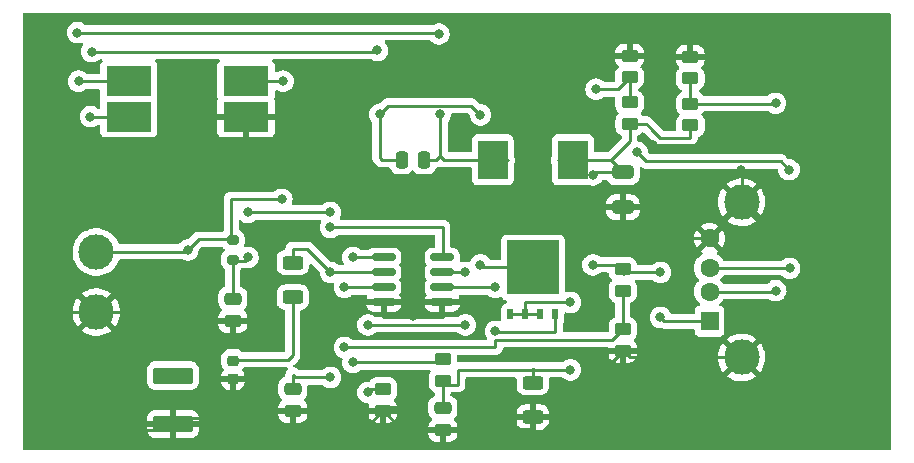
<source format=gbr>
%TF.GenerationSoftware,KiCad,Pcbnew,(6.0.4)*%
%TF.CreationDate,2022-06-02T17:00:47-07:00*%
%TF.ProjectId,SolarChargerV7,536f6c61-7243-4686-9172-67657256372e,rev?*%
%TF.SameCoordinates,Original*%
%TF.FileFunction,Copper,L1,Top*%
%TF.FilePolarity,Positive*%
%FSLAX46Y46*%
G04 Gerber Fmt 4.6, Leading zero omitted, Abs format (unit mm)*
G04 Created by KiCad (PCBNEW (6.0.4)) date 2022-06-02 17:00:47*
%MOMM*%
%LPD*%
G01*
G04 APERTURE LIST*
G04 Aperture macros list*
%AMRoundRect*
0 Rectangle with rounded corners*
0 $1 Rounding radius*
0 $2 $3 $4 $5 $6 $7 $8 $9 X,Y pos of 4 corners*
0 Add a 4 corners polygon primitive as box body*
4,1,4,$2,$3,$4,$5,$6,$7,$8,$9,$2,$3,0*
0 Add four circle primitives for the rounded corners*
1,1,$1+$1,$2,$3*
1,1,$1+$1,$4,$5*
1,1,$1+$1,$6,$7*
1,1,$1+$1,$8,$9*
0 Add four rect primitives between the rounded corners*
20,1,$1+$1,$2,$3,$4,$5,0*
20,1,$1+$1,$4,$5,$6,$7,0*
20,1,$1+$1,$6,$7,$8,$9,0*
20,1,$1+$1,$8,$9,$2,$3,0*%
G04 Aperture macros list end*
%TA.AperFunction,ComponentPad*%
%ADD10C,3.000000*%
%TD*%
%TA.AperFunction,SMDPad,CuDef*%
%ADD11R,2.500000X3.300000*%
%TD*%
%TA.AperFunction,SMDPad,CuDef*%
%ADD12RoundRect,0.150000X-0.825000X-0.150000X0.825000X-0.150000X0.825000X0.150000X-0.825000X0.150000X0*%
%TD*%
%TA.AperFunction,SMDPad,CuDef*%
%ADD13RoundRect,0.250000X0.450000X-0.262500X0.450000X0.262500X-0.450000X0.262500X-0.450000X-0.262500X0*%
%TD*%
%TA.AperFunction,SMDPad,CuDef*%
%ADD14R,3.850000X2.500000*%
%TD*%
%TA.AperFunction,SMDPad,CuDef*%
%ADD15RoundRect,0.250000X-0.625000X0.312500X-0.625000X-0.312500X0.625000X-0.312500X0.625000X0.312500X0*%
%TD*%
%TA.AperFunction,SMDPad,CuDef*%
%ADD16RoundRect,0.250000X-0.450000X0.262500X-0.450000X-0.262500X0.450000X-0.262500X0.450000X0.262500X0*%
%TD*%
%TA.AperFunction,SMDPad,CuDef*%
%ADD17RoundRect,0.250000X-0.250000X-0.475000X0.250000X-0.475000X0.250000X0.475000X-0.250000X0.475000X0*%
%TD*%
%TA.AperFunction,SMDPad,CuDef*%
%ADD18RoundRect,0.225000X-0.250000X0.225000X-0.250000X-0.225000X0.250000X-0.225000X0.250000X0.225000X0*%
%TD*%
%TA.AperFunction,SMDPad,CuDef*%
%ADD19RoundRect,0.250000X-0.475000X0.250000X-0.475000X-0.250000X0.475000X-0.250000X0.475000X0.250000X0*%
%TD*%
%TA.AperFunction,SMDPad,CuDef*%
%ADD20RoundRect,0.200000X-0.275000X0.200000X-0.275000X-0.200000X0.275000X-0.200000X0.275000X0.200000X0*%
%TD*%
%TA.AperFunction,SMDPad,CuDef*%
%ADD21RoundRect,0.249999X-1.450001X0.450001X-1.450001X-0.450001X1.450001X-0.450001X1.450001X0.450001X0*%
%TD*%
%TA.AperFunction,SMDPad,CuDef*%
%ADD22R,0.500000X0.850000*%
%TD*%
%TA.AperFunction,SMDPad,CuDef*%
%ADD23R,4.410000X4.550000*%
%TD*%
%TA.AperFunction,ComponentPad*%
%ADD24R,1.500000X1.600000*%
%TD*%
%TA.AperFunction,ComponentPad*%
%ADD25C,1.600000*%
%TD*%
%TA.AperFunction,SMDPad,CuDef*%
%ADD26RoundRect,0.250000X-0.650000X0.325000X-0.650000X-0.325000X0.650000X-0.325000X0.650000X0.325000X0*%
%TD*%
%TA.AperFunction,ViaPad*%
%ADD27C,0.800000*%
%TD*%
%TA.AperFunction,Conductor*%
%ADD28C,0.250000*%
%TD*%
G04 APERTURE END LIST*
D10*
%TO.P,SC1,1,+*%
%TO.N,Net-(C1-Pad1)*%
X100200000Y-68760000D03*
%TO.P,SC1,2,-*%
%TO.N,GND*%
X100200000Y-73840000D03*
%TD*%
D11*
%TO.P,D1,1,K*%
%TO.N,Net-(C7-Pad1)*%
X140560000Y-60960000D03*
%TO.P,D1,2,A*%
%TO.N,Net-(C6-Pad2)*%
X133760000Y-60960000D03*
%TD*%
D12*
%TO.P,U1,1,ISEN*%
%TO.N,Net-(R4-Pad1)*%
X124525000Y-69215000D03*
%TO.P,U1,2,COMP*%
%TO.N,Net-(C4-Pad1)*%
X124525000Y-70485000D03*
%TO.P,U1,3,FB*%
%TO.N,Net-(R6-Pad2)*%
X124525000Y-71755000D03*
%TO.P,U1,4,AGND*%
%TO.N,GND*%
X124525000Y-73025000D03*
%TO.P,U1,5,PGND*%
X129475000Y-73025000D03*
%TO.P,U1,6,DR*%
%TO.N,Net-(Q1-Pad4)*%
X129475000Y-71755000D03*
%TO.P,U1,7,FA/SD*%
%TO.N,Net-(R3-Pad1)*%
X129475000Y-70485000D03*
%TO.P,U1,8,VIN*%
%TO.N,Net-(C2-Pad1)*%
X129475000Y-69215000D03*
%TD*%
D13*
%TO.P,R11,1*%
%TO.N,Net-(J1-Pad2)*%
X150480000Y-54060000D03*
%TO.P,R11,2*%
%TO.N,GND*%
X150480000Y-52235000D03*
%TD*%
D14*
%TO.P,L1,1,1*%
%TO.N,Net-(C6-Pad1)*%
X102925000Y-57300000D03*
%TO.P,L1,2,2*%
%TO.N,Net-(C6-Pad2)*%
X102925000Y-54300000D03*
%TO.P,L1,3,3*%
%TO.N,Net-(C1-Pad1)*%
X112875000Y-54300000D03*
%TO.P,L1,4,4*%
%TO.N,GND*%
X112875000Y-57300000D03*
%TD*%
D15*
%TO.P,R2,1*%
%TO.N,Net-(C4-Pad1)*%
X116840000Y-69657500D03*
%TO.P,R2,2*%
%TO.N,Net-(C3-Pad1)*%
X116840000Y-72582500D03*
%TD*%
D16*
%TO.P,R3,1*%
%TO.N,Net-(R3-Pad1)*%
X124460000Y-80367500D03*
%TO.P,R3,2*%
%TO.N,GND*%
X124460000Y-82192500D03*
%TD*%
D17*
%TO.P,C6,1*%
%TO.N,Net-(C6-Pad1)*%
X126050000Y-60960000D03*
%TO.P,C6,2*%
%TO.N,Net-(C6-Pad2)*%
X127950000Y-60960000D03*
%TD*%
D16*
%TO.P,R4,1*%
%TO.N,Net-(R4-Pad1)*%
X129540000Y-77827500D03*
%TO.P,R4,2*%
%TO.N,Net-(C5-Pad1)*%
X129540000Y-79652500D03*
%TD*%
D18*
%TO.P,C3,1*%
%TO.N,Net-(C3-Pad1)*%
X111760000Y-77965000D03*
%TO.P,C3,2*%
%TO.N,GND*%
X111760000Y-79515000D03*
%TD*%
D19*
%TO.P,C2,1*%
%TO.N,Net-(C2-Pad1)*%
X111760000Y-72710000D03*
%TO.P,C2,2*%
%TO.N,GND*%
X111760000Y-74610000D03*
%TD*%
D20*
%TO.P,R1,1*%
%TO.N,Net-(C1-Pad1)*%
X111760000Y-67755000D03*
%TO.P,R1,2*%
%TO.N,Net-(C2-Pad1)*%
X111760000Y-69405000D03*
%TD*%
D16*
%TO.P,R6,1*%
%TO.N,Net-(C7-Pad1)*%
X144780000Y-70207500D03*
%TO.P,R6,2*%
%TO.N,Net-(R6-Pad2)*%
X144780000Y-72032500D03*
%TD*%
D13*
%TO.P,R8,1*%
%TO.N,Net-(C7-Pad1)*%
X145350000Y-57910000D03*
%TO.P,R8,2*%
%TO.N,Net-(R8-Pad2)*%
X145350000Y-56085000D03*
%TD*%
%TO.P,R9,1*%
%TO.N,Net-(R8-Pad2)*%
X145340000Y-53970000D03*
%TO.P,R9,2*%
%TO.N,GND*%
X145340000Y-52145000D03*
%TD*%
D21*
%TO.P,C1,1*%
%TO.N,Net-(C1-Pad1)*%
X106680000Y-79230000D03*
%TO.P,C1,2*%
%TO.N,GND*%
X106680000Y-83330000D03*
%TD*%
D16*
%TO.P,R7,1*%
%TO.N,Net-(R6-Pad2)*%
X144780000Y-75287500D03*
%TO.P,R7,2*%
%TO.N,GND*%
X144780000Y-77112500D03*
%TD*%
D22*
%TO.P,Q1,1,S*%
%TO.N,Net-(C5-Pad1)*%
X135255000Y-74020000D03*
%TO.P,Q1,2,S*%
X136525000Y-74020000D03*
%TO.P,Q1,3,S*%
X137795000Y-74020000D03*
%TO.P,Q1,4,G*%
%TO.N,Net-(Q1-Pad4)*%
X139065000Y-74020000D03*
D23*
%TO.P,Q1,5,D*%
%TO.N,Net-(C6-Pad1)*%
X137160000Y-70070000D03*
%TD*%
D13*
%TO.P,R10,1*%
%TO.N,Net-(C7-Pad1)*%
X150500000Y-58030000D03*
%TO.P,R10,2*%
%TO.N,Net-(J1-Pad2)*%
X150500000Y-56205000D03*
%TD*%
D24*
%TO.P,J1,1,VBUS*%
%TO.N,Net-(C7-Pad1)*%
X152120000Y-74620000D03*
D25*
%TO.P,J1,2,D-*%
%TO.N,Net-(J1-Pad2)*%
X152120000Y-72120000D03*
%TO.P,J1,3,D+*%
%TO.N,Net-(R8-Pad2)*%
X152120000Y-70120000D03*
%TO.P,J1,4,GND*%
%TO.N,GND*%
X152120000Y-67620000D03*
D10*
%TO.P,J1,5,Shield*%
X154830000Y-64550000D03*
X154830000Y-77690000D03*
%TD*%
D26*
%TO.P,C7,1*%
%TO.N,Net-(C7-Pad1)*%
X144780000Y-62025000D03*
%TO.P,C7,2*%
%TO.N,GND*%
X144780000Y-64975000D03*
%TD*%
D19*
%TO.P,C5,1*%
%TO.N,Net-(C5-Pad1)*%
X129540000Y-81957500D03*
%TO.P,C5,2*%
%TO.N,GND*%
X129540000Y-83857500D03*
%TD*%
%TO.P,C4,1*%
%TO.N,Net-(C4-Pad1)*%
X116840000Y-80330000D03*
%TO.P,C4,2*%
%TO.N,GND*%
X116840000Y-82230000D03*
%TD*%
D15*
%TO.P,R5,1*%
%TO.N,Net-(C5-Pad1)*%
X137160000Y-79817500D03*
%TO.P,R5,2*%
%TO.N,GND*%
X137160000Y-82742500D03*
%TD*%
D27*
%TO.N,Net-(C4-Pad1)*%
X120015000Y-70485000D03*
X120015000Y-79375000D03*
%TO.N,Net-(C5-Pad1)*%
X140335000Y-78740000D03*
X140335000Y-73025000D03*
%TO.N,GND*%
X127000000Y-81915000D03*
X156670000Y-75510000D03*
X127000000Y-74205500D03*
X97600000Y-73700000D03*
X97600000Y-59800000D03*
X153570000Y-58490000D03*
X147320000Y-64770000D03*
X104140000Y-76835000D03*
X147320000Y-59690000D03*
X109855000Y-74930000D03*
X153550000Y-51030000D03*
X109855000Y-79375000D03*
X104140000Y-83820000D03*
X156580000Y-65990000D03*
X154800000Y-61810000D03*
X109855000Y-82550000D03*
X154940000Y-59690000D03*
%TO.N,Net-(C1-Pad1)*%
X116000000Y-54300000D03*
X115900000Y-64300000D03*
X107950000Y-79375000D03*
X107950000Y-68580000D03*
%TO.N,Net-(C2-Pad1)*%
X120015000Y-65405000D03*
X113030000Y-69215000D03*
X120015000Y-66675000D03*
X113030000Y-65405000D03*
%TO.N,Net-(R3-Pad1)*%
X123190000Y-74930000D03*
X131445000Y-70485000D03*
X131445000Y-74930000D03*
X123190000Y-80645000D03*
%TO.N,Net-(R4-Pad1)*%
X121920000Y-69215000D03*
X121920000Y-78105000D03*
%TO.N,Net-(C7-Pad1)*%
X142240000Y-62230000D03*
X147955000Y-70485000D03*
X142240000Y-69850000D03*
X147955000Y-74295000D03*
%TO.N,Net-(R6-Pad2)*%
X121195500Y-71755000D03*
X121195500Y-76835000D03*
%TO.N,Net-(C6-Pad1)*%
X132715000Y-69850000D03*
X132715000Y-57150000D03*
X124000000Y-51700000D03*
X99800000Y-51800000D03*
X99700000Y-57300000D03*
X124200000Y-57100000D03*
%TO.N,Net-(Q1-Pad4)*%
X133985000Y-71755000D03*
X133985000Y-75475500D03*
%TO.N,Net-(C6-Pad2)*%
X129200000Y-50300000D03*
X98700000Y-54300000D03*
X129300000Y-57100000D03*
X98600000Y-50200000D03*
%TO.N,Net-(R8-Pad2)*%
X142510000Y-54980000D03*
X158840000Y-61800000D03*
X158900000Y-70140000D03*
X145990000Y-60320000D03*
%TO.N,Net-(J1-Pad2)*%
X157720000Y-72040000D03*
X157700000Y-56170000D03*
%TD*%
D28*
%TO.N,Net-(C4-Pad1)*%
X120015000Y-70485000D02*
X118050000Y-68520000D01*
X117072500Y-79375000D02*
X120015000Y-79375000D01*
X120015000Y-70485000D02*
X124525000Y-70485000D01*
X116840000Y-79142500D02*
X117072500Y-79375000D01*
X118050000Y-68520000D02*
X116840000Y-68520000D01*
X116840000Y-80505000D02*
X116840000Y-79142500D01*
X116840000Y-69657500D02*
X116840000Y-68520000D01*
%TO.N,Net-(C3-Pad1)*%
X116432500Y-77877500D02*
X111760000Y-77877500D01*
X116840000Y-72582500D02*
X116840000Y-77470000D01*
X116840000Y-77470000D02*
X116432500Y-77877500D01*
%TO.N,Net-(C5-Pad1)*%
X137100000Y-78740000D02*
X130810000Y-78740000D01*
X136525000Y-73025000D02*
X136525000Y-74020000D01*
X136525000Y-74020000D02*
X135255000Y-74020000D01*
X137160000Y-78680000D02*
X137100000Y-78740000D01*
X137160000Y-79817500D02*
X137160000Y-78800000D01*
X140335000Y-73025000D02*
X136525000Y-73025000D01*
X130810000Y-80010000D02*
X129897500Y-80010000D01*
X137160000Y-78680000D02*
X137220000Y-78740000D01*
X129897500Y-80010000D02*
X129540000Y-79652500D01*
X129540000Y-79652500D02*
X129540000Y-82045000D01*
X137160000Y-78800000D02*
X137220000Y-78740000D01*
X130810000Y-78740000D02*
X130810000Y-80010000D01*
X137220000Y-78740000D02*
X140335000Y-78740000D01*
X137795000Y-74020000D02*
X136525000Y-74020000D01*
%TO.N,GND*%
X154830000Y-77690000D02*
X145357500Y-77690000D01*
X110262500Y-74522500D02*
X109855000Y-74930000D01*
X109855000Y-79375000D02*
X111532500Y-79375000D01*
X137160000Y-83660000D02*
X137050000Y-83770000D01*
X112875000Y-59775000D02*
X112900000Y-59800000D01*
X137160000Y-83880000D02*
X138012500Y-83880000D01*
X152120000Y-67620000D02*
X150170000Y-67620000D01*
X106680000Y-82780000D02*
X109625000Y-82780000D01*
X129540000Y-73090000D02*
X129475000Y-73025000D01*
X153530000Y-51010000D02*
X153550000Y-51030000D01*
X123235000Y-83417500D02*
X124460000Y-82192500D01*
X124460000Y-74295000D02*
X127000000Y-74295000D01*
X137050000Y-83770000D02*
X137160000Y-83880000D01*
X129540000Y-83770000D02*
X137050000Y-83770000D01*
X156670000Y-75510000D02*
X156670000Y-75850000D01*
X150470000Y-51000000D02*
X150480000Y-51010000D01*
X145357500Y-77690000D02*
X144780000Y-77112500D01*
X127000000Y-74295000D02*
X127000000Y-74205500D01*
X111532500Y-79375000D02*
X111760000Y-79602500D01*
X154830000Y-64550000D02*
X155140000Y-64550000D01*
X153570000Y-58490000D02*
X153740000Y-58490000D01*
X97600000Y-73700000D02*
X97740000Y-73840000D01*
X104140000Y-74980000D02*
X104140000Y-76835000D01*
X100200000Y-73840000D02*
X103000000Y-73840000D01*
X127000000Y-74295000D02*
X129540000Y-74295000D01*
X145340000Y-52145000D02*
X145340000Y-51150000D01*
X111760000Y-83185000D02*
X111992500Y-83417500D01*
X116840000Y-83417500D02*
X123235000Y-83417500D01*
X109625000Y-82780000D02*
X109855000Y-82550000D01*
X156670000Y-75850000D02*
X154830000Y-77690000D01*
X150480000Y-51010000D02*
X150480000Y-52235000D01*
X126037500Y-83770000D02*
X124460000Y-82192500D01*
X154830000Y-64550000D02*
X154830000Y-61840000D01*
X129540000Y-83770000D02*
X126037500Y-83770000D01*
X111760000Y-79602500D02*
X111760000Y-83185000D01*
X106680000Y-83820000D02*
X106680000Y-82780000D01*
X150170000Y-67620000D02*
X147320000Y-64770000D01*
X145340000Y-51150000D02*
X145490000Y-51000000D01*
X112900000Y-59800000D02*
X97600000Y-59800000D01*
X137160000Y-82742500D02*
X137160000Y-83660000D01*
X97740000Y-73840000D02*
X100200000Y-73840000D01*
X124525000Y-73025000D02*
X124525000Y-74230000D01*
X124737500Y-81915000D02*
X124460000Y-82192500D01*
X138012500Y-83880000D02*
X144780000Y-77112500D01*
X112875000Y-57300000D02*
X112875000Y-59775000D01*
X153740000Y-58490000D02*
X154940000Y-59690000D01*
X147090000Y-65000000D02*
X147320000Y-64770000D01*
X103000000Y-73840000D02*
X104140000Y-74980000D01*
X116840000Y-82055000D02*
X116840000Y-83417500D01*
X111760000Y-74522500D02*
X110262500Y-74522500D01*
X150480000Y-51010000D02*
X153530000Y-51010000D01*
X124525000Y-74230000D02*
X124460000Y-74295000D01*
X145490000Y-51000000D02*
X150470000Y-51000000D01*
X155140000Y-64550000D02*
X156580000Y-65990000D01*
X154830000Y-61840000D02*
X154800000Y-61810000D01*
X111992500Y-83417500D02*
X116840000Y-83417500D01*
X127000000Y-81915000D02*
X124737500Y-81915000D01*
X129540000Y-74295000D02*
X129540000Y-73090000D01*
X104140000Y-83820000D02*
X106680000Y-83820000D01*
X144780000Y-65000000D02*
X147090000Y-65000000D01*
X147320000Y-59690000D02*
X154940000Y-59690000D01*
%TO.N,Net-(C1-Pad1)*%
X106680000Y-79780000D02*
X107545000Y-79780000D01*
X112875000Y-54300000D02*
X116000000Y-54300000D01*
X108862500Y-67667500D02*
X107950000Y-68580000D01*
X107770000Y-68760000D02*
X107950000Y-68580000D01*
X111600000Y-67507500D02*
X111760000Y-67667500D01*
X111760000Y-67667500D02*
X108862500Y-67667500D01*
X115900000Y-64300000D02*
X111600000Y-64300000D01*
X111600000Y-64300000D02*
X111600000Y-67507500D01*
X107545000Y-79780000D02*
X107950000Y-79375000D01*
X100200000Y-68760000D02*
X107770000Y-68760000D01*
%TO.N,Net-(C2-Pad1)*%
X120015000Y-66675000D02*
X129540000Y-66675000D01*
X111760000Y-69492500D02*
X111760000Y-72797500D01*
X113030000Y-65405000D02*
X120015000Y-65405000D01*
X112752500Y-69492500D02*
X113030000Y-69215000D01*
X129540000Y-66675000D02*
X129540000Y-69150000D01*
X111760000Y-69492500D02*
X112752500Y-69492500D01*
X129540000Y-69150000D02*
X129475000Y-69215000D01*
%TO.N,Net-(R3-Pad1)*%
X123467500Y-80367500D02*
X123190000Y-80645000D01*
X123190000Y-74930000D02*
X131445000Y-74930000D01*
X131445000Y-70485000D02*
X129475000Y-70485000D01*
X124460000Y-80367500D02*
X123467500Y-80367500D01*
%TO.N,Net-(R4-Pad1)*%
X124525000Y-69215000D02*
X121920000Y-69215000D01*
X121920000Y-78105000D02*
X129262500Y-78105000D01*
X129262500Y-78105000D02*
X129540000Y-77827500D01*
%TO.N,Net-(C7-Pad1)*%
X152120000Y-74620000D02*
X148280000Y-74620000D01*
X150500000Y-59060000D02*
X150420000Y-59140000D01*
X142470000Y-62000000D02*
X142240000Y-62230000D01*
X146750000Y-57910000D02*
X145350000Y-57910000D01*
X142240000Y-69850000D02*
X144422500Y-69850000D01*
X147950000Y-59140000D02*
X147120000Y-58310000D01*
X139310000Y-60960000D02*
X143740000Y-60960000D01*
X150500000Y-58030000D02*
X150500000Y-59060000D01*
X144780000Y-62000000D02*
X142470000Y-62000000D01*
X147955000Y-70485000D02*
X145057500Y-70485000D01*
X144986250Y-70413750D02*
X144780000Y-70207500D01*
X148280000Y-74620000D02*
X147955000Y-74295000D01*
X144780000Y-70610000D02*
X144790000Y-70610000D01*
X147120000Y-58310000D02*
X147120000Y-58280000D01*
X145350000Y-57910000D02*
X145350000Y-59350000D01*
X144790000Y-70610000D02*
X144986250Y-70413750D01*
X147120000Y-58280000D02*
X146750000Y-57910000D01*
X145350000Y-59350000D02*
X143740000Y-60960000D01*
X143740000Y-60960000D02*
X144780000Y-62000000D01*
X150420000Y-59140000D02*
X147950000Y-59140000D01*
X144422500Y-69850000D02*
X144780000Y-70207500D01*
X145057500Y-70485000D02*
X144986250Y-70413750D01*
%TO.N,Net-(R6-Pad2)*%
X133985000Y-76200000D02*
X143867500Y-76200000D01*
X144780000Y-71630000D02*
X144780000Y-75287500D01*
X133985000Y-76835000D02*
X133985000Y-76200000D01*
X143867500Y-76200000D02*
X144780000Y-75287500D01*
X121195500Y-76835000D02*
X133985000Y-76835000D01*
X124525000Y-71755000D02*
X121195500Y-71755000D01*
%TO.N,Net-(C6-Pad1)*%
X137160000Y-70070000D02*
X132935000Y-70070000D01*
X124200000Y-60797500D02*
X124362500Y-60960000D01*
X124200000Y-57100000D02*
X124200000Y-60797500D01*
X102925000Y-57300000D02*
X99700000Y-57300000D01*
X126050000Y-60960000D02*
X124362500Y-60960000D01*
X123900000Y-51800000D02*
X124000000Y-51700000D01*
X132935000Y-70070000D02*
X132715000Y-69850000D01*
X124924511Y-56375489D02*
X131940489Y-56375489D01*
X131940489Y-56375489D02*
X132715000Y-57150000D01*
X99800000Y-51800000D02*
X123900000Y-51800000D01*
X124200000Y-57100000D02*
X124924511Y-56375489D01*
%TO.N,Net-(Q1-Pad4)*%
X139065000Y-75565000D02*
X139065000Y-74020000D01*
X134074500Y-75565000D02*
X139065000Y-75565000D01*
X133985000Y-75475500D02*
X134074500Y-75565000D01*
X129475000Y-71755000D02*
X133985000Y-71755000D01*
%TO.N,Net-(C6-Pad2)*%
X98600000Y-50200000D02*
X129100000Y-50200000D01*
X129300000Y-60622500D02*
X129637500Y-60960000D01*
X129100000Y-50200000D02*
X129200000Y-50300000D01*
X135010000Y-60960000D02*
X129637500Y-60960000D01*
X127950000Y-60960000D02*
X128962500Y-60960000D01*
X102925000Y-54300000D02*
X98700000Y-54300000D01*
X129300000Y-57100000D02*
X129300000Y-60622500D01*
X128962500Y-60960000D02*
X129300000Y-60622500D01*
%TO.N,Net-(R8-Pad2)*%
X145340000Y-53970000D02*
X145340000Y-56075000D01*
X142510000Y-54980000D02*
X144330000Y-54980000D01*
X144330000Y-54980000D02*
X145340000Y-53970000D01*
X146755489Y-61085489D02*
X145990000Y-60320000D01*
X158125489Y-61085489D02*
X146755489Y-61085489D01*
X158840000Y-61800000D02*
X158125489Y-61085489D01*
X158880000Y-70120000D02*
X158900000Y-70140000D01*
X152120000Y-70120000D02*
X158880000Y-70120000D01*
X145340000Y-56075000D02*
X145350000Y-56085000D01*
%TO.N,Net-(J1-Pad2)*%
X157665000Y-56205000D02*
X157700000Y-56170000D01*
X150480000Y-54060000D02*
X150480000Y-56185000D01*
X150480000Y-56185000D02*
X150500000Y-56205000D01*
X157640000Y-72120000D02*
X157720000Y-72040000D01*
X150500000Y-56205000D02*
X157665000Y-56205000D01*
X152120000Y-72120000D02*
X157640000Y-72120000D01*
%TD*%
%TA.AperFunction,Conductor*%
%TO.N,GND*%
G36*
X167433621Y-48528502D02*
G01*
X167480114Y-48582158D01*
X167491500Y-48634500D01*
X167491500Y-85445500D01*
X167471498Y-85513621D01*
X167417842Y-85560114D01*
X167365500Y-85571500D01*
X94134500Y-85571500D01*
X94066379Y-85551498D01*
X94019886Y-85497842D01*
X94008500Y-85445500D01*
X94008500Y-83827098D01*
X104472000Y-83827098D01*
X104472337Y-83833613D01*
X104482256Y-83929205D01*
X104485150Y-83942604D01*
X104536588Y-84096785D01*
X104542762Y-84109964D01*
X104628063Y-84247810D01*
X104637099Y-84259209D01*
X104751828Y-84373738D01*
X104763239Y-84382750D01*
X104901242Y-84467816D01*
X104914423Y-84473963D01*
X105068709Y-84525138D01*
X105082085Y-84528005D01*
X105176437Y-84537672D01*
X105182853Y-84538000D01*
X106407885Y-84538000D01*
X106423124Y-84533525D01*
X106424329Y-84532135D01*
X106426000Y-84524452D01*
X106426000Y-84519885D01*
X106934000Y-84519885D01*
X106938475Y-84535124D01*
X106939865Y-84536329D01*
X106947548Y-84538000D01*
X108177098Y-84538000D01*
X108183613Y-84537663D01*
X108279205Y-84527744D01*
X108292604Y-84524850D01*
X108446785Y-84473412D01*
X108459964Y-84467238D01*
X108597810Y-84381937D01*
X108609209Y-84372901D01*
X108723738Y-84258172D01*
X108732750Y-84246761D01*
X108789562Y-84154595D01*
X128307001Y-84154595D01*
X128307338Y-84161114D01*
X128317257Y-84256706D01*
X128320149Y-84270100D01*
X128371588Y-84424284D01*
X128377761Y-84437462D01*
X128463063Y-84575307D01*
X128472099Y-84586708D01*
X128586829Y-84701239D01*
X128598240Y-84710251D01*
X128736243Y-84795316D01*
X128749424Y-84801463D01*
X128903710Y-84852638D01*
X128917086Y-84855505D01*
X129011438Y-84865172D01*
X129017854Y-84865500D01*
X129267885Y-84865500D01*
X129283124Y-84861025D01*
X129284329Y-84859635D01*
X129286000Y-84851952D01*
X129286000Y-84847384D01*
X129794000Y-84847384D01*
X129798475Y-84862623D01*
X129799865Y-84863828D01*
X129807548Y-84865499D01*
X130062095Y-84865499D01*
X130068614Y-84865162D01*
X130164206Y-84855243D01*
X130177600Y-84852351D01*
X130331784Y-84800912D01*
X130344962Y-84794739D01*
X130482807Y-84709437D01*
X130494208Y-84700401D01*
X130608739Y-84585671D01*
X130617751Y-84574260D01*
X130702816Y-84436257D01*
X130708963Y-84423076D01*
X130760138Y-84268790D01*
X130763005Y-84255414D01*
X130772672Y-84161062D01*
X130773000Y-84154646D01*
X130773000Y-84129615D01*
X130768525Y-84114376D01*
X130767135Y-84113171D01*
X130759452Y-84111500D01*
X129812115Y-84111500D01*
X129796876Y-84115975D01*
X129795671Y-84117365D01*
X129794000Y-84125048D01*
X129794000Y-84847384D01*
X129286000Y-84847384D01*
X129286000Y-84129615D01*
X129281525Y-84114376D01*
X129280135Y-84113171D01*
X129272452Y-84111500D01*
X128325116Y-84111500D01*
X128309877Y-84115975D01*
X128308672Y-84117365D01*
X128307001Y-84125048D01*
X128307001Y-84154595D01*
X108789562Y-84154595D01*
X108817816Y-84108758D01*
X108823963Y-84095577D01*
X108875138Y-83941291D01*
X108878005Y-83927915D01*
X108887672Y-83833563D01*
X108888000Y-83827147D01*
X108888000Y-83602115D01*
X108883525Y-83586876D01*
X108882135Y-83585671D01*
X108874452Y-83584000D01*
X106952115Y-83584000D01*
X106936876Y-83588475D01*
X106935671Y-83589865D01*
X106934000Y-83597548D01*
X106934000Y-84519885D01*
X106426000Y-84519885D01*
X106426000Y-83602115D01*
X106421525Y-83586876D01*
X106420135Y-83585671D01*
X106412452Y-83584000D01*
X104490115Y-83584000D01*
X104474876Y-83588475D01*
X104473671Y-83589865D01*
X104472000Y-83597548D01*
X104472000Y-83827098D01*
X94008500Y-83827098D01*
X94008500Y-83057885D01*
X104472000Y-83057885D01*
X104476475Y-83073124D01*
X104477865Y-83074329D01*
X104485548Y-83076000D01*
X106407885Y-83076000D01*
X106423124Y-83071525D01*
X106424329Y-83070135D01*
X106426000Y-83062452D01*
X106426000Y-83057885D01*
X106934000Y-83057885D01*
X106938475Y-83073124D01*
X106939865Y-83074329D01*
X106947548Y-83076000D01*
X108869885Y-83076000D01*
X108885124Y-83071525D01*
X108886329Y-83070135D01*
X108888000Y-83062452D01*
X108888000Y-82832902D01*
X108887663Y-82826387D01*
X108877744Y-82730795D01*
X108874850Y-82717396D01*
X108823412Y-82563215D01*
X108817238Y-82550036D01*
X108803042Y-82527095D01*
X115607001Y-82527095D01*
X115607338Y-82533614D01*
X115617257Y-82629206D01*
X115620149Y-82642600D01*
X115671588Y-82796784D01*
X115677761Y-82809962D01*
X115763063Y-82947807D01*
X115772099Y-82959208D01*
X115886829Y-83073739D01*
X115898240Y-83082751D01*
X116036243Y-83167816D01*
X116049424Y-83173963D01*
X116203710Y-83225138D01*
X116217086Y-83228005D01*
X116311438Y-83237672D01*
X116317854Y-83238000D01*
X116567885Y-83238000D01*
X116583124Y-83233525D01*
X116584329Y-83232135D01*
X116586000Y-83224452D01*
X116586000Y-83219884D01*
X117094000Y-83219884D01*
X117098475Y-83235123D01*
X117099865Y-83236328D01*
X117107548Y-83237999D01*
X117362095Y-83237999D01*
X117368614Y-83237662D01*
X117464206Y-83227743D01*
X117477600Y-83224851D01*
X117631784Y-83173412D01*
X117644962Y-83167239D01*
X117782807Y-83081937D01*
X117794208Y-83072901D01*
X117908739Y-82958171D01*
X117917751Y-82946760D01*
X118002816Y-82808757D01*
X118008963Y-82795576D01*
X118060138Y-82641290D01*
X118063005Y-82627914D01*
X118072672Y-82533562D01*
X118073000Y-82527146D01*
X118073000Y-82502115D01*
X118072994Y-82502095D01*
X123252001Y-82502095D01*
X123252338Y-82508614D01*
X123262257Y-82604206D01*
X123265149Y-82617600D01*
X123316588Y-82771784D01*
X123322761Y-82784962D01*
X123408063Y-82922807D01*
X123417099Y-82934208D01*
X123531829Y-83048739D01*
X123543240Y-83057751D01*
X123681243Y-83142816D01*
X123694424Y-83148963D01*
X123848710Y-83200138D01*
X123862086Y-83203005D01*
X123956438Y-83212672D01*
X123962854Y-83213000D01*
X124187885Y-83213000D01*
X124203124Y-83208525D01*
X124204329Y-83207135D01*
X124206000Y-83199452D01*
X124206000Y-83194884D01*
X124714000Y-83194884D01*
X124718475Y-83210123D01*
X124719865Y-83211328D01*
X124727548Y-83212999D01*
X124957095Y-83212999D01*
X124963614Y-83212662D01*
X125059206Y-83202743D01*
X125072600Y-83199851D01*
X125226784Y-83148412D01*
X125239962Y-83142239D01*
X125377807Y-83056937D01*
X125389208Y-83047901D01*
X125503739Y-82933171D01*
X125512751Y-82921760D01*
X125597816Y-82783757D01*
X125603963Y-82770576D01*
X125655138Y-82616290D01*
X125658005Y-82602914D01*
X125667672Y-82508562D01*
X125668000Y-82502146D01*
X125668000Y-82464615D01*
X125663525Y-82449376D01*
X125662135Y-82448171D01*
X125654452Y-82446500D01*
X124732115Y-82446500D01*
X124716876Y-82450975D01*
X124715671Y-82452365D01*
X124714000Y-82460048D01*
X124714000Y-83194884D01*
X124206000Y-83194884D01*
X124206000Y-82464615D01*
X124201525Y-82449376D01*
X124200135Y-82448171D01*
X124192452Y-82446500D01*
X123270116Y-82446500D01*
X123254877Y-82450975D01*
X123253672Y-82452365D01*
X123252001Y-82460048D01*
X123252001Y-82502095D01*
X118072994Y-82502095D01*
X118068525Y-82486876D01*
X118067135Y-82485671D01*
X118059452Y-82484000D01*
X117112115Y-82484000D01*
X117096876Y-82488475D01*
X117095671Y-82489865D01*
X117094000Y-82497548D01*
X117094000Y-83219884D01*
X116586000Y-83219884D01*
X116586000Y-82502115D01*
X116581525Y-82486876D01*
X116580135Y-82485671D01*
X116572452Y-82484000D01*
X115625116Y-82484000D01*
X115609877Y-82488475D01*
X115608672Y-82489865D01*
X115607001Y-82497548D01*
X115607001Y-82527095D01*
X108803042Y-82527095D01*
X108731937Y-82412190D01*
X108722901Y-82400791D01*
X108608172Y-82286262D01*
X108596761Y-82277250D01*
X108458758Y-82192184D01*
X108445577Y-82186037D01*
X108291291Y-82134862D01*
X108277915Y-82131995D01*
X108183563Y-82122328D01*
X108177146Y-82122000D01*
X106952115Y-82122000D01*
X106936876Y-82126475D01*
X106935671Y-82127865D01*
X106934000Y-82135548D01*
X106934000Y-83057885D01*
X106426000Y-83057885D01*
X106426000Y-82140115D01*
X106421525Y-82124876D01*
X106420135Y-82123671D01*
X106412452Y-82122000D01*
X105182902Y-82122000D01*
X105176387Y-82122337D01*
X105080795Y-82132256D01*
X105067396Y-82135150D01*
X104913215Y-82186588D01*
X104900036Y-82192762D01*
X104762190Y-82278063D01*
X104750791Y-82287099D01*
X104636262Y-82401828D01*
X104627250Y-82413239D01*
X104542184Y-82551242D01*
X104536037Y-82564423D01*
X104484862Y-82718709D01*
X104481995Y-82732085D01*
X104472328Y-82826437D01*
X104472000Y-82832854D01*
X104472000Y-83057885D01*
X94008500Y-83057885D01*
X94008500Y-78729599D01*
X104471500Y-78729599D01*
X104471501Y-79730400D01*
X104482474Y-79836167D01*
X104484658Y-79842713D01*
X104535730Y-79995792D01*
X104538450Y-80003946D01*
X104631521Y-80154349D01*
X104636703Y-80159522D01*
X104680832Y-80203574D01*
X104756697Y-80279306D01*
X104778433Y-80292704D01*
X104885164Y-80358494D01*
X104907261Y-80372115D01*
X104974813Y-80394521D01*
X105068610Y-80425632D01*
X105068612Y-80425632D01*
X105075138Y-80427797D01*
X105081974Y-80428497D01*
X105081977Y-80428498D01*
X105118150Y-80432204D01*
X105179599Y-80438500D01*
X106668429Y-80438500D01*
X108180400Y-80438499D01*
X108286167Y-80427526D01*
X108320953Y-80415920D01*
X108447002Y-80373867D01*
X108447004Y-80373866D01*
X108453946Y-80371550D01*
X108604349Y-80278479D01*
X108729306Y-80153303D01*
X108796162Y-80044843D01*
X108818275Y-80008969D01*
X108818276Y-80008967D01*
X108822115Y-80002739D01*
X108861480Y-79884057D01*
X108875632Y-79841390D01*
X108875632Y-79841388D01*
X108877797Y-79834862D01*
X108882861Y-79785438D01*
X110777000Y-79785438D01*
X110777337Y-79791953D01*
X110786894Y-79884057D01*
X110789788Y-79897456D01*
X110839381Y-80046107D01*
X110845555Y-80059286D01*
X110927788Y-80192173D01*
X110936824Y-80203574D01*
X111047429Y-80313986D01*
X111058840Y-80322998D01*
X111191880Y-80405004D01*
X111205061Y-80411151D01*
X111353814Y-80460491D01*
X111367190Y-80463358D01*
X111458097Y-80472672D01*
X111464513Y-80473000D01*
X111487885Y-80473000D01*
X111503124Y-80468525D01*
X111504329Y-80467135D01*
X111506000Y-80459452D01*
X111506000Y-80454885D01*
X112014000Y-80454885D01*
X112018475Y-80470124D01*
X112019865Y-80471329D01*
X112027548Y-80473000D01*
X112055438Y-80473000D01*
X112061953Y-80472663D01*
X112154057Y-80463106D01*
X112167456Y-80460212D01*
X112316107Y-80410619D01*
X112329286Y-80404445D01*
X112462173Y-80322212D01*
X112473574Y-80313176D01*
X112583986Y-80202571D01*
X112592998Y-80191160D01*
X112675004Y-80058120D01*
X112681151Y-80044939D01*
X112730491Y-79896186D01*
X112733358Y-79882810D01*
X112742672Y-79791903D01*
X112742929Y-79786874D01*
X112738525Y-79771876D01*
X112737135Y-79770671D01*
X112729452Y-79769000D01*
X112032115Y-79769000D01*
X112016876Y-79773475D01*
X112015671Y-79774865D01*
X112014000Y-79782548D01*
X112014000Y-80454885D01*
X111506000Y-80454885D01*
X111506000Y-79787115D01*
X111501525Y-79771876D01*
X111500135Y-79770671D01*
X111492452Y-79769000D01*
X110795115Y-79769000D01*
X110779876Y-79773475D01*
X110778671Y-79774865D01*
X110777000Y-79782548D01*
X110777000Y-79785438D01*
X108882861Y-79785438D01*
X108888500Y-79730401D01*
X108888499Y-78729600D01*
X108877526Y-78623833D01*
X108850584Y-78543078D01*
X108823867Y-78462998D01*
X108823866Y-78462996D01*
X108821550Y-78456054D01*
X108728479Y-78305651D01*
X108661443Y-78238732D01*
X110776500Y-78238732D01*
X110787113Y-78341019D01*
X110794353Y-78362721D01*
X110838811Y-78495974D01*
X110841244Y-78503268D01*
X110845096Y-78509492D01*
X110845096Y-78509493D01*
X110882627Y-78570143D01*
X110931248Y-78648713D01*
X110936430Y-78653886D01*
X110940977Y-78659623D01*
X110939170Y-78661055D01*
X110967902Y-78713575D01*
X110962892Y-78784395D01*
X110939501Y-78820853D01*
X110940552Y-78821683D01*
X110927002Y-78838840D01*
X110844996Y-78971880D01*
X110838849Y-78985061D01*
X110789509Y-79133814D01*
X110786642Y-79147190D01*
X110777328Y-79238097D01*
X110777071Y-79243126D01*
X110781475Y-79258124D01*
X110782865Y-79259329D01*
X110790548Y-79261000D01*
X112724885Y-79261000D01*
X112740124Y-79256525D01*
X112741329Y-79255135D01*
X112743000Y-79247452D01*
X112743000Y-79244562D01*
X112742663Y-79238047D01*
X112733106Y-79145943D01*
X112730212Y-79132544D01*
X112680619Y-78983893D01*
X112674445Y-78970714D01*
X112592212Y-78837827D01*
X112578629Y-78820689D01*
X112580559Y-78819159D01*
X112552097Y-78767120D01*
X112557113Y-78696301D01*
X112580799Y-78659383D01*
X112579843Y-78658628D01*
X112584380Y-78652883D01*
X112589552Y-78647702D01*
X112603461Y-78625138D01*
X112636905Y-78570883D01*
X112689677Y-78523390D01*
X112744164Y-78511000D01*
X116272814Y-78511000D01*
X116340935Y-78531002D01*
X116387428Y-78584658D01*
X116397532Y-78654932D01*
X116364665Y-78723251D01*
X116323414Y-78767179D01*
X116319717Y-78773904D01*
X116319349Y-78774363D01*
X116317264Y-78777330D01*
X116316956Y-78777832D01*
X116311880Y-78783590D01*
X116280958Y-78844278D01*
X116279123Y-78847744D01*
X116246305Y-78907440D01*
X116244397Y-78914871D01*
X116244158Y-78915400D01*
X116242874Y-78918797D01*
X116242699Y-78919367D01*
X116239215Y-78926204D01*
X116237485Y-78933943D01*
X116224364Y-78992640D01*
X116223441Y-78996487D01*
X116208471Y-79054791D01*
X116208470Y-79054796D01*
X116206500Y-79062470D01*
X116206500Y-79070142D01*
X116206400Y-79070715D01*
X116206001Y-79074324D01*
X116205973Y-79074915D01*
X116204298Y-79082409D01*
X116204547Y-79090335D01*
X116204547Y-79090336D01*
X116206438Y-79150486D01*
X116206500Y-79154445D01*
X116206500Y-79242462D01*
X116186498Y-79310583D01*
X116132842Y-79357076D01*
X116120376Y-79361986D01*
X116061691Y-79381565D01*
X116041054Y-79388450D01*
X115890652Y-79481522D01*
X115765695Y-79606697D01*
X115761855Y-79612927D01*
X115761854Y-79612928D01*
X115680744Y-79744513D01*
X115672885Y-79757262D01*
X115663063Y-79786874D01*
X115619952Y-79916852D01*
X115617203Y-79925139D01*
X115616503Y-79931975D01*
X115616502Y-79931978D01*
X115612091Y-79975031D01*
X115606500Y-80029600D01*
X115606500Y-80630400D01*
X115606837Y-80633646D01*
X115606837Y-80633650D01*
X115616629Y-80728022D01*
X115617474Y-80736166D01*
X115673450Y-80903946D01*
X115766522Y-81054348D01*
X115891697Y-81179305D01*
X115896235Y-81182102D01*
X115936824Y-81239353D01*
X115940054Y-81310276D01*
X115904428Y-81371687D01*
X115895932Y-81379062D01*
X115885793Y-81387098D01*
X115771261Y-81501829D01*
X115762249Y-81513240D01*
X115677184Y-81651243D01*
X115671037Y-81664424D01*
X115619862Y-81818710D01*
X115616995Y-81832086D01*
X115607328Y-81926438D01*
X115607000Y-81932855D01*
X115607000Y-81957885D01*
X115611475Y-81973124D01*
X115612865Y-81974329D01*
X115620548Y-81976000D01*
X118054884Y-81976000D01*
X118070123Y-81971525D01*
X118071328Y-81970135D01*
X118072999Y-81962452D01*
X118072999Y-81932905D01*
X118072662Y-81926386D01*
X118062743Y-81830794D01*
X118059851Y-81817400D01*
X118008412Y-81663216D01*
X118002239Y-81650038D01*
X117916937Y-81512193D01*
X117907901Y-81500792D01*
X117793172Y-81386262D01*
X117784238Y-81379206D01*
X117743177Y-81321288D01*
X117739947Y-81250365D01*
X117775574Y-81188954D01*
X117783407Y-81182154D01*
X117789348Y-81178478D01*
X117914305Y-81053303D01*
X117939098Y-81013081D01*
X118003275Y-80908968D01*
X118003276Y-80908966D01*
X118007115Y-80902738D01*
X118062797Y-80734861D01*
X118072004Y-80645000D01*
X122276496Y-80645000D01*
X122277186Y-80651565D01*
X122295296Y-80823868D01*
X122296458Y-80834928D01*
X122355473Y-81016556D01*
X122358776Y-81022278D01*
X122358777Y-81022279D01*
X122376689Y-81053303D01*
X122450960Y-81181944D01*
X122455378Y-81186851D01*
X122455379Y-81186852D01*
X122574325Y-81318955D01*
X122578747Y-81323866D01*
X122733248Y-81436118D01*
X122739276Y-81438802D01*
X122739278Y-81438803D01*
X122880838Y-81501829D01*
X122907712Y-81513794D01*
X123001112Y-81533647D01*
X123088056Y-81552128D01*
X123088061Y-81552128D01*
X123094513Y-81553500D01*
X123161702Y-81553500D01*
X123229823Y-81573502D01*
X123276316Y-81627158D01*
X123286420Y-81697432D01*
X123281295Y-81719168D01*
X123264862Y-81768710D01*
X123261995Y-81782086D01*
X123252328Y-81876438D01*
X123252000Y-81882855D01*
X123252000Y-81920385D01*
X123256475Y-81935624D01*
X123257865Y-81936829D01*
X123265548Y-81938500D01*
X125649884Y-81938500D01*
X125665123Y-81934025D01*
X125666328Y-81932635D01*
X125667999Y-81924952D01*
X125667999Y-81882905D01*
X125667662Y-81876386D01*
X125657743Y-81780794D01*
X125654851Y-81767400D01*
X125603412Y-81613216D01*
X125597239Y-81600038D01*
X125511937Y-81462193D01*
X125502901Y-81450792D01*
X125421538Y-81369570D01*
X125387459Y-81307287D01*
X125392462Y-81236467D01*
X125421383Y-81191380D01*
X125504130Y-81108488D01*
X125504134Y-81108483D01*
X125509305Y-81103303D01*
X125536933Y-81058483D01*
X125598275Y-80958968D01*
X125598276Y-80958966D01*
X125602115Y-80952738D01*
X125641191Y-80834928D01*
X125655632Y-80791389D01*
X125655632Y-80791387D01*
X125657797Y-80784861D01*
X125668500Y-80680400D01*
X125668500Y-80054600D01*
X125668163Y-80051350D01*
X125658238Y-79955692D01*
X125658237Y-79955688D01*
X125657526Y-79948834D01*
X125651903Y-79931978D01*
X125605186Y-79791953D01*
X125601550Y-79781054D01*
X125508478Y-79630652D01*
X125383303Y-79505695D01*
X125373253Y-79499500D01*
X125238968Y-79416725D01*
X125238966Y-79416724D01*
X125232738Y-79412885D01*
X125118518Y-79375000D01*
X125071389Y-79359368D01*
X125071387Y-79359368D01*
X125064861Y-79357203D01*
X125058025Y-79356503D01*
X125058022Y-79356502D01*
X125014168Y-79352009D01*
X124960400Y-79346500D01*
X123959600Y-79346500D01*
X123956354Y-79346837D01*
X123956350Y-79346837D01*
X123860692Y-79356762D01*
X123860688Y-79356763D01*
X123853834Y-79357474D01*
X123847298Y-79359655D01*
X123847296Y-79359655D01*
X123760988Y-79388450D01*
X123686054Y-79413450D01*
X123535652Y-79506522D01*
X123530479Y-79511704D01*
X123483899Y-79558365D01*
X123410695Y-79631697D01*
X123406853Y-79637929D01*
X123406852Y-79637931D01*
X123383005Y-79676617D01*
X123330233Y-79724110D01*
X123275746Y-79736500D01*
X123094513Y-79736500D01*
X123088061Y-79737872D01*
X123088056Y-79737872D01*
X123020279Y-79752279D01*
X122907712Y-79776206D01*
X122901682Y-79778891D01*
X122901681Y-79778891D01*
X122739278Y-79851197D01*
X122739276Y-79851198D01*
X122733248Y-79853882D01*
X122578747Y-79966134D01*
X122574326Y-79971044D01*
X122574325Y-79971045D01*
X122467191Y-80090030D01*
X122450960Y-80108056D01*
X122409192Y-80180400D01*
X122371794Y-80245176D01*
X122355473Y-80273444D01*
X122296458Y-80455072D01*
X122295768Y-80461633D01*
X122295768Y-80461635D01*
X122277968Y-80630999D01*
X122276496Y-80645000D01*
X118072004Y-80645000D01*
X118073500Y-80630400D01*
X118073500Y-80134500D01*
X118093502Y-80066379D01*
X118147158Y-80019886D01*
X118199500Y-80008500D01*
X119306800Y-80008500D01*
X119374921Y-80028502D01*
X119394147Y-80044843D01*
X119394420Y-80044540D01*
X119399332Y-80048963D01*
X119403747Y-80053866D01*
X119409253Y-80057866D01*
X119547741Y-80158484D01*
X119558248Y-80166118D01*
X119564276Y-80168802D01*
X119564278Y-80168803D01*
X119721823Y-80238946D01*
X119732712Y-80243794D01*
X119826113Y-80263647D01*
X119913056Y-80282128D01*
X119913061Y-80282128D01*
X119919513Y-80283500D01*
X120110487Y-80283500D01*
X120116939Y-80282128D01*
X120116944Y-80282128D01*
X120203887Y-80263647D01*
X120297288Y-80243794D01*
X120308177Y-80238946D01*
X120465722Y-80168803D01*
X120465724Y-80168802D01*
X120471752Y-80166118D01*
X120482260Y-80158484D01*
X120565911Y-80097707D01*
X120626253Y-80053866D01*
X120634650Y-80044540D01*
X120749621Y-79916852D01*
X120749622Y-79916851D01*
X120754040Y-79911944D01*
X120826249Y-79786874D01*
X120846223Y-79752279D01*
X120846224Y-79752278D01*
X120849527Y-79746556D01*
X120908542Y-79564928D01*
X120911814Y-79533803D01*
X120927814Y-79381565D01*
X120928504Y-79375000D01*
X120925509Y-79346500D01*
X120909232Y-79191635D01*
X120909232Y-79191633D01*
X120908542Y-79185072D01*
X120849527Y-79003444D01*
X120845511Y-78996487D01*
X120800656Y-78918797D01*
X120754040Y-78838056D01*
X120738551Y-78820853D01*
X120630675Y-78701045D01*
X120630674Y-78701044D01*
X120626253Y-78696134D01*
X120484145Y-78592886D01*
X120477094Y-78587763D01*
X120477093Y-78587762D01*
X120471752Y-78583882D01*
X120465724Y-78581198D01*
X120465722Y-78581197D01*
X120303319Y-78508891D01*
X120303318Y-78508891D01*
X120297288Y-78506206D01*
X120184721Y-78482279D01*
X120116944Y-78467872D01*
X120116939Y-78467872D01*
X120110487Y-78466500D01*
X119919513Y-78466500D01*
X119913061Y-78467872D01*
X119913056Y-78467872D01*
X119845279Y-78482279D01*
X119732712Y-78506206D01*
X119726682Y-78508891D01*
X119726681Y-78508891D01*
X119564278Y-78581197D01*
X119564276Y-78581198D01*
X119558248Y-78583882D01*
X119552907Y-78587762D01*
X119552906Y-78587763D01*
X119455369Y-78658628D01*
X119403747Y-78696134D01*
X119399332Y-78701037D01*
X119394420Y-78705460D01*
X119393295Y-78704211D01*
X119339986Y-78737051D01*
X119306800Y-78741500D01*
X117392541Y-78741500D01*
X117324420Y-78721498D01*
X117306094Y-78706249D01*
X117305472Y-78705393D01*
X117271406Y-78677211D01*
X117262627Y-78669222D01*
X117259770Y-78666365D01*
X117237676Y-78649226D01*
X117234606Y-78646767D01*
X117198971Y-78617287D01*
X117182144Y-78603367D01*
X117175200Y-78600099D01*
X117174713Y-78599757D01*
X117171638Y-78597872D01*
X117171107Y-78597591D01*
X117165041Y-78592886D01*
X117114195Y-78570883D01*
X117102548Y-78565843D01*
X117098940Y-78564214D01*
X117044492Y-78538593D01*
X117044493Y-78538593D01*
X117037318Y-78535217D01*
X117029780Y-78533779D01*
X117029232Y-78533572D01*
X117025755Y-78532502D01*
X117025181Y-78532364D01*
X117018145Y-78529319D01*
X117010324Y-78528080D01*
X117010323Y-78528080D01*
X116990718Y-78524975D01*
X116968696Y-78521487D01*
X116904543Y-78491074D01*
X116867016Y-78430806D01*
X116868030Y-78359817D01*
X116891323Y-78316722D01*
X116897789Y-78308906D01*
X116905778Y-78300126D01*
X117232258Y-77973647D01*
X117240537Y-77966113D01*
X117247018Y-77962000D01*
X117293645Y-77912347D01*
X117296399Y-77909506D01*
X117316135Y-77889770D01*
X117318615Y-77886573D01*
X117326320Y-77877551D01*
X117333567Y-77869834D01*
X117356586Y-77845321D01*
X117360405Y-77838375D01*
X117360407Y-77838372D01*
X117366348Y-77827566D01*
X117377199Y-77811047D01*
X117377559Y-77810583D01*
X117389614Y-77795041D01*
X117392759Y-77787772D01*
X117392762Y-77787768D01*
X117407174Y-77754463D01*
X117412391Y-77743813D01*
X117433695Y-77705060D01*
X117436801Y-77692965D01*
X117438733Y-77685438D01*
X117445137Y-77666734D01*
X117450033Y-77655420D01*
X117450033Y-77655419D01*
X117453181Y-77648145D01*
X117454420Y-77640322D01*
X117454423Y-77640312D01*
X117460099Y-77604476D01*
X117462505Y-77592856D01*
X117471528Y-77557711D01*
X117471528Y-77557710D01*
X117473500Y-77550030D01*
X117473500Y-77529776D01*
X117475051Y-77510065D01*
X117476980Y-77497886D01*
X117478220Y-77490057D01*
X117474059Y-77446038D01*
X117473500Y-77434181D01*
X117473500Y-74930000D01*
X122276496Y-74930000D01*
X122277186Y-74936565D01*
X122295439Y-75110229D01*
X122296458Y-75119928D01*
X122355473Y-75301556D01*
X122358776Y-75307278D01*
X122358777Y-75307279D01*
X122370254Y-75327158D01*
X122450960Y-75466944D01*
X122455378Y-75471851D01*
X122455379Y-75471852D01*
X122571124Y-75600400D01*
X122578747Y-75608866D01*
X122733248Y-75721118D01*
X122739276Y-75723802D01*
X122739278Y-75723803D01*
X122872824Y-75783261D01*
X122907712Y-75798794D01*
X123001112Y-75818647D01*
X123088056Y-75837128D01*
X123088061Y-75837128D01*
X123094513Y-75838500D01*
X123285487Y-75838500D01*
X123291939Y-75837128D01*
X123291944Y-75837128D01*
X123378888Y-75818647D01*
X123472288Y-75798794D01*
X123507176Y-75783261D01*
X123640722Y-75723803D01*
X123640724Y-75723802D01*
X123646752Y-75721118D01*
X123723403Y-75665428D01*
X123794840Y-75613525D01*
X123801253Y-75608866D01*
X123805668Y-75603963D01*
X123810580Y-75599540D01*
X123811705Y-75600789D01*
X123865014Y-75567949D01*
X123898200Y-75563500D01*
X130736800Y-75563500D01*
X130804921Y-75583502D01*
X130824147Y-75599843D01*
X130824420Y-75599540D01*
X130829332Y-75603963D01*
X130833747Y-75608866D01*
X130840160Y-75613525D01*
X130911598Y-75665428D01*
X130988248Y-75721118D01*
X130994276Y-75723802D01*
X130994278Y-75723803D01*
X131127824Y-75783261D01*
X131162712Y-75798794D01*
X131256112Y-75818647D01*
X131343056Y-75837128D01*
X131343061Y-75837128D01*
X131349513Y-75838500D01*
X131540487Y-75838500D01*
X131546939Y-75837128D01*
X131546944Y-75837128D01*
X131633888Y-75818647D01*
X131727288Y-75798794D01*
X131762176Y-75783261D01*
X131895722Y-75723803D01*
X131895724Y-75723802D01*
X131901752Y-75721118D01*
X132056253Y-75608866D01*
X132063876Y-75600400D01*
X132179621Y-75471852D01*
X132179622Y-75471851D01*
X132184040Y-75466944D01*
X132264746Y-75327158D01*
X132276223Y-75307279D01*
X132276224Y-75307278D01*
X132279527Y-75301556D01*
X132338542Y-75119928D01*
X132339562Y-75110229D01*
X132357814Y-74936565D01*
X132358504Y-74930000D01*
X132351996Y-74868079D01*
X132339232Y-74746635D01*
X132339232Y-74746633D01*
X132338542Y-74740072D01*
X132279527Y-74558444D01*
X132273186Y-74547460D01*
X132206353Y-74431704D01*
X132184040Y-74393056D01*
X132146646Y-74351525D01*
X132060675Y-74256045D01*
X132060674Y-74256044D01*
X132056253Y-74251134D01*
X131901752Y-74138882D01*
X131895724Y-74136198D01*
X131895722Y-74136197D01*
X131733319Y-74063891D01*
X131733318Y-74063891D01*
X131727288Y-74061206D01*
X131633887Y-74041353D01*
X131546944Y-74022872D01*
X131546939Y-74022872D01*
X131540487Y-74021500D01*
X131349513Y-74021500D01*
X131343061Y-74022872D01*
X131343056Y-74022872D01*
X131256113Y-74041353D01*
X131162712Y-74061206D01*
X131156682Y-74063891D01*
X131156681Y-74063891D01*
X130994278Y-74136197D01*
X130994276Y-74136198D01*
X130988248Y-74138882D01*
X130982907Y-74142762D01*
X130982906Y-74142763D01*
X130889270Y-74210794D01*
X130833747Y-74251134D01*
X130829332Y-74256037D01*
X130824420Y-74260460D01*
X130823295Y-74259211D01*
X130769986Y-74292051D01*
X130736800Y-74296500D01*
X123898200Y-74296500D01*
X123830079Y-74276498D01*
X123810853Y-74260157D01*
X123810580Y-74260460D01*
X123805668Y-74256037D01*
X123801253Y-74251134D01*
X123745730Y-74210794D01*
X123652094Y-74142763D01*
X123652093Y-74142762D01*
X123646752Y-74138882D01*
X123640724Y-74136198D01*
X123640722Y-74136197D01*
X123478319Y-74063891D01*
X123478318Y-74063891D01*
X123472288Y-74061206D01*
X123378887Y-74041353D01*
X123291944Y-74022872D01*
X123291939Y-74022872D01*
X123285487Y-74021500D01*
X123094513Y-74021500D01*
X123088061Y-74022872D01*
X123088056Y-74022872D01*
X123001113Y-74041353D01*
X122907712Y-74061206D01*
X122901682Y-74063891D01*
X122901681Y-74063891D01*
X122739278Y-74136197D01*
X122739276Y-74136198D01*
X122733248Y-74138882D01*
X122578747Y-74251134D01*
X122574326Y-74256044D01*
X122574325Y-74256045D01*
X122488355Y-74351525D01*
X122450960Y-74393056D01*
X122428647Y-74431704D01*
X122361815Y-74547460D01*
X122355473Y-74558444D01*
X122296458Y-74740072D01*
X122295768Y-74746633D01*
X122295768Y-74746635D01*
X122283004Y-74868079D01*
X122276496Y-74930000D01*
X117473500Y-74930000D01*
X117473500Y-73771450D01*
X117493502Y-73703329D01*
X117547158Y-73656836D01*
X117586496Y-73646123D01*
X117594135Y-73645331D01*
X117614308Y-73643238D01*
X117614312Y-73643237D01*
X117621166Y-73642526D01*
X117627702Y-73640345D01*
X117627704Y-73640345D01*
X117759806Y-73596272D01*
X117788946Y-73586550D01*
X117939348Y-73493478D01*
X118064305Y-73368303D01*
X118068146Y-73362072D01*
X118112035Y-73290871D01*
X123048456Y-73290871D01*
X123089107Y-73430790D01*
X123095352Y-73445221D01*
X123171911Y-73574678D01*
X123181551Y-73587104D01*
X123287896Y-73693449D01*
X123300322Y-73703089D01*
X123429779Y-73779648D01*
X123444210Y-73785893D01*
X123590065Y-73828269D01*
X123602667Y-73830570D01*
X123631084Y-73832807D01*
X123636014Y-73833000D01*
X124252885Y-73833000D01*
X124268124Y-73828525D01*
X124269329Y-73827135D01*
X124271000Y-73819452D01*
X124271000Y-73814884D01*
X124779000Y-73814884D01*
X124783475Y-73830123D01*
X124784865Y-73831328D01*
X124792548Y-73832999D01*
X125413984Y-73832999D01*
X125418920Y-73832805D01*
X125447336Y-73830570D01*
X125459931Y-73828270D01*
X125605790Y-73785893D01*
X125620221Y-73779648D01*
X125749678Y-73703089D01*
X125762104Y-73693449D01*
X125868449Y-73587104D01*
X125878089Y-73574678D01*
X125954648Y-73445221D01*
X125960893Y-73430790D01*
X125999939Y-73296395D01*
X125999923Y-73290871D01*
X127998456Y-73290871D01*
X128039107Y-73430790D01*
X128045352Y-73445221D01*
X128121911Y-73574678D01*
X128131551Y-73587104D01*
X128237896Y-73693449D01*
X128250322Y-73703089D01*
X128379779Y-73779648D01*
X128394210Y-73785893D01*
X128540065Y-73828269D01*
X128552667Y-73830570D01*
X128581084Y-73832807D01*
X128586014Y-73833000D01*
X129202885Y-73833000D01*
X129218124Y-73828525D01*
X129219329Y-73827135D01*
X129221000Y-73819452D01*
X129221000Y-73814884D01*
X129729000Y-73814884D01*
X129733475Y-73830123D01*
X129734865Y-73831328D01*
X129742548Y-73832999D01*
X130363984Y-73832999D01*
X130368920Y-73832805D01*
X130397336Y-73830570D01*
X130409931Y-73828270D01*
X130555790Y-73785893D01*
X130570221Y-73779648D01*
X130699678Y-73703089D01*
X130712104Y-73693449D01*
X130818449Y-73587104D01*
X130828089Y-73574678D01*
X130904648Y-73445221D01*
X130910893Y-73430790D01*
X130949939Y-73296395D01*
X130949899Y-73282294D01*
X130942630Y-73279000D01*
X129747115Y-73279000D01*
X129731876Y-73283475D01*
X129730671Y-73284865D01*
X129729000Y-73292548D01*
X129729000Y-73814884D01*
X129221000Y-73814884D01*
X129221000Y-73297115D01*
X129216525Y-73281876D01*
X129215135Y-73280671D01*
X129207452Y-73279000D01*
X128013122Y-73279000D01*
X127999591Y-73282973D01*
X127998456Y-73290871D01*
X125999923Y-73290871D01*
X125999899Y-73282294D01*
X125992630Y-73279000D01*
X124797115Y-73279000D01*
X124781876Y-73283475D01*
X124780671Y-73284865D01*
X124779000Y-73292548D01*
X124779000Y-73814884D01*
X124271000Y-73814884D01*
X124271000Y-73297115D01*
X124266525Y-73281876D01*
X124265135Y-73280671D01*
X124257452Y-73279000D01*
X123063122Y-73279000D01*
X123049591Y-73282973D01*
X123048456Y-73290871D01*
X118112035Y-73290871D01*
X118153275Y-73223968D01*
X118153276Y-73223966D01*
X118157115Y-73217738D01*
X118192632Y-73110658D01*
X118210632Y-73056389D01*
X118210632Y-73056387D01*
X118212797Y-73049861D01*
X118216513Y-73013598D01*
X118219046Y-72988867D01*
X118223500Y-72945400D01*
X118223500Y-72219600D01*
X118218917Y-72175427D01*
X118213238Y-72120692D01*
X118213237Y-72120688D01*
X118212526Y-72113834D01*
X118194093Y-72058582D01*
X118158868Y-71953002D01*
X118156550Y-71946054D01*
X118063478Y-71795652D01*
X118033907Y-71766132D01*
X117943483Y-71675866D01*
X117938303Y-71670695D01*
X117932072Y-71666854D01*
X117793968Y-71581725D01*
X117793966Y-71581724D01*
X117787738Y-71577885D01*
X117707995Y-71551436D01*
X117626389Y-71524368D01*
X117626387Y-71524368D01*
X117619861Y-71522203D01*
X117613025Y-71521503D01*
X117613022Y-71521502D01*
X117569969Y-71517091D01*
X117515400Y-71511500D01*
X116164600Y-71511500D01*
X116161354Y-71511837D01*
X116161350Y-71511837D01*
X116065692Y-71521762D01*
X116065688Y-71521763D01*
X116058834Y-71522474D01*
X116052298Y-71524655D01*
X116052296Y-71524655D01*
X115949979Y-71558791D01*
X115891054Y-71578450D01*
X115740652Y-71671522D01*
X115615695Y-71796697D01*
X115611855Y-71802927D01*
X115611854Y-71802928D01*
X115578614Y-71856854D01*
X115522885Y-71947262D01*
X115511523Y-71981517D01*
X115480079Y-72076320D01*
X115467203Y-72115139D01*
X115466503Y-72121975D01*
X115466502Y-72121978D01*
X115463136Y-72154834D01*
X115456500Y-72219600D01*
X115456500Y-72945400D01*
X115456837Y-72948646D01*
X115456837Y-72948650D01*
X115463988Y-73017567D01*
X115467474Y-73051166D01*
X115469655Y-73057702D01*
X115469655Y-73057704D01*
X115512275Y-73185452D01*
X115523450Y-73218946D01*
X115616522Y-73369348D01*
X115621704Y-73374521D01*
X115643777Y-73396556D01*
X115741697Y-73494305D01*
X115747927Y-73498145D01*
X115747928Y-73498146D01*
X115885090Y-73582694D01*
X115892262Y-73587115D01*
X115968045Y-73612251D01*
X116053611Y-73640632D01*
X116053613Y-73640632D01*
X116060139Y-73642797D01*
X116066977Y-73643498D01*
X116066979Y-73643498D01*
X116093342Y-73646199D01*
X116159070Y-73673040D01*
X116199852Y-73731155D01*
X116206500Y-73771543D01*
X116206500Y-77118000D01*
X116186498Y-77186121D01*
X116132842Y-77232614D01*
X116080500Y-77244000D01*
X112603527Y-77244000D01*
X112535406Y-77223998D01*
X112514510Y-77207174D01*
X112472883Y-77165620D01*
X112467702Y-77160448D01*
X112461471Y-77156607D01*
X112328331Y-77074538D01*
X112328329Y-77074537D01*
X112322101Y-77070698D01*
X112159757Y-77016851D01*
X112152920Y-77016151D01*
X112152918Y-77016150D01*
X112111599Y-77011917D01*
X112058732Y-77006500D01*
X111461268Y-77006500D01*
X111458022Y-77006837D01*
X111458018Y-77006837D01*
X111423917Y-77010375D01*
X111358981Y-77017113D01*
X111352440Y-77019295D01*
X111352441Y-77019295D01*
X111203676Y-77068927D01*
X111203674Y-77068928D01*
X111196732Y-77071244D01*
X111190508Y-77075096D01*
X111190507Y-77075096D01*
X111121175Y-77118000D01*
X111051287Y-77161248D01*
X110930448Y-77282298D01*
X110926608Y-77288528D01*
X110926607Y-77288529D01*
X110875787Y-77370975D01*
X110840698Y-77427899D01*
X110786851Y-77590243D01*
X110786151Y-77597080D01*
X110786150Y-77597082D01*
X110783573Y-77622237D01*
X110776500Y-77691268D01*
X110776500Y-78238732D01*
X108661443Y-78238732D01*
X108603303Y-78180694D01*
X108505063Y-78120138D01*
X108458969Y-78091725D01*
X108458967Y-78091724D01*
X108452739Y-78087885D01*
X108365020Y-78058790D01*
X108291390Y-78034368D01*
X108291388Y-78034368D01*
X108284862Y-78032203D01*
X108278026Y-78031503D01*
X108278023Y-78031502D01*
X108234970Y-78027091D01*
X108180401Y-78021500D01*
X106691571Y-78021500D01*
X105179600Y-78021501D01*
X105073833Y-78032474D01*
X105067286Y-78034658D01*
X105067287Y-78034658D01*
X104912998Y-78086133D01*
X104912996Y-78086134D01*
X104906054Y-78088450D01*
X104755651Y-78181521D01*
X104750478Y-78186703D01*
X104701800Y-78235466D01*
X104630694Y-78306697D01*
X104626854Y-78312927D01*
X104543496Y-78448159D01*
X104537885Y-78457261D01*
X104517608Y-78518394D01*
X104495630Y-78584658D01*
X104482203Y-78625138D01*
X104481503Y-78631974D01*
X104481502Y-78631977D01*
X104479733Y-78649241D01*
X104471500Y-78729599D01*
X94008500Y-78729599D01*
X94008500Y-75429654D01*
X98975618Y-75429654D01*
X98982673Y-75439627D01*
X99013679Y-75465551D01*
X99020598Y-75470579D01*
X99245272Y-75611515D01*
X99252807Y-75615556D01*
X99494520Y-75724694D01*
X99502551Y-75727680D01*
X99756832Y-75803002D01*
X99765184Y-75804869D01*
X100027340Y-75844984D01*
X100035874Y-75845700D01*
X100301045Y-75849867D01*
X100309596Y-75849418D01*
X100572883Y-75817557D01*
X100581284Y-75815955D01*
X100837824Y-75748653D01*
X100845926Y-75745926D01*
X101090949Y-75644434D01*
X101098617Y-75640628D01*
X101327598Y-75506822D01*
X101334679Y-75502009D01*
X101414655Y-75439301D01*
X101423125Y-75427442D01*
X101416608Y-75415818D01*
X100212812Y-74212022D01*
X100198868Y-74204408D01*
X100197035Y-74204539D01*
X100190420Y-74208790D01*
X98982910Y-75416300D01*
X98975618Y-75429654D01*
X94008500Y-75429654D01*
X94008500Y-73823204D01*
X98187665Y-73823204D01*
X98202932Y-74087969D01*
X98204005Y-74096470D01*
X98255065Y-74356722D01*
X98257276Y-74364974D01*
X98343184Y-74615894D01*
X98346499Y-74623779D01*
X98465664Y-74860713D01*
X98470020Y-74868079D01*
X98599347Y-75056250D01*
X98609601Y-75064594D01*
X98623342Y-75057448D01*
X99827978Y-73852812D01*
X99834356Y-73841132D01*
X100564408Y-73841132D01*
X100564539Y-73842965D01*
X100568790Y-73849580D01*
X101775730Y-75056520D01*
X101787939Y-75063187D01*
X101799439Y-75054497D01*
X101896831Y-74921913D01*
X101901418Y-74914685D01*
X101905539Y-74907095D01*
X110527001Y-74907095D01*
X110527338Y-74913614D01*
X110537257Y-75009206D01*
X110540149Y-75022600D01*
X110591588Y-75176784D01*
X110597761Y-75189962D01*
X110683063Y-75327807D01*
X110692099Y-75339208D01*
X110806829Y-75453739D01*
X110818240Y-75462751D01*
X110956243Y-75547816D01*
X110969424Y-75553963D01*
X111123710Y-75605138D01*
X111137086Y-75608005D01*
X111231438Y-75617672D01*
X111237854Y-75618000D01*
X111487885Y-75618000D01*
X111503124Y-75613525D01*
X111504329Y-75612135D01*
X111506000Y-75604452D01*
X111506000Y-75599884D01*
X112014000Y-75599884D01*
X112018475Y-75615123D01*
X112019865Y-75616328D01*
X112027548Y-75617999D01*
X112282095Y-75617999D01*
X112288614Y-75617662D01*
X112384206Y-75607743D01*
X112397600Y-75604851D01*
X112551784Y-75553412D01*
X112564962Y-75547239D01*
X112702807Y-75461937D01*
X112714208Y-75452901D01*
X112828739Y-75338171D01*
X112837751Y-75326760D01*
X112922816Y-75188757D01*
X112928963Y-75175576D01*
X112980138Y-75021290D01*
X112983005Y-75007914D01*
X112992672Y-74913562D01*
X112993000Y-74907146D01*
X112993000Y-74882115D01*
X112988525Y-74866876D01*
X112987135Y-74865671D01*
X112979452Y-74864000D01*
X112032115Y-74864000D01*
X112016876Y-74868475D01*
X112015671Y-74869865D01*
X112014000Y-74877548D01*
X112014000Y-75599884D01*
X111506000Y-75599884D01*
X111506000Y-74882115D01*
X111501525Y-74866876D01*
X111500135Y-74865671D01*
X111492452Y-74864000D01*
X110545116Y-74864000D01*
X110529877Y-74868475D01*
X110528672Y-74869865D01*
X110527001Y-74877548D01*
X110527001Y-74907095D01*
X101905539Y-74907095D01*
X102027962Y-74681621D01*
X102031530Y-74673827D01*
X102125271Y-74425750D01*
X102127748Y-74417544D01*
X102186954Y-74159038D01*
X102188294Y-74150577D01*
X102212031Y-73884616D01*
X102212277Y-73879677D01*
X102212666Y-73842485D01*
X102212523Y-73837519D01*
X102194362Y-73571123D01*
X102193201Y-73562649D01*
X102139419Y-73302944D01*
X102137120Y-73294709D01*
X102048588Y-73044705D01*
X102045191Y-73036854D01*
X101923550Y-72801178D01*
X101919122Y-72793866D01*
X101800031Y-72624417D01*
X101789509Y-72616037D01*
X101776121Y-72623089D01*
X100572022Y-73827188D01*
X100564408Y-73841132D01*
X99834356Y-73841132D01*
X99835592Y-73838868D01*
X99835461Y-73837035D01*
X99831210Y-73830420D01*
X98623814Y-72623024D01*
X98611804Y-72616466D01*
X98600064Y-72625434D01*
X98491935Y-72775911D01*
X98487418Y-72783196D01*
X98363325Y-73017567D01*
X98359839Y-73025395D01*
X98268700Y-73274446D01*
X98266311Y-73282670D01*
X98209812Y-73541795D01*
X98208563Y-73550250D01*
X98187754Y-73814653D01*
X98187665Y-73823204D01*
X94008500Y-73823204D01*
X94008500Y-72252500D01*
X98976584Y-72252500D01*
X98982980Y-72263770D01*
X100187188Y-73467978D01*
X100201132Y-73475592D01*
X100202965Y-73475461D01*
X100209580Y-73471210D01*
X101416604Y-72264186D01*
X101423795Y-72251017D01*
X101416473Y-72240780D01*
X101369233Y-72202115D01*
X101362261Y-72197160D01*
X101136122Y-72058582D01*
X101128552Y-72054624D01*
X100885704Y-71948022D01*
X100877644Y-71945120D01*
X100622592Y-71872467D01*
X100614214Y-71870685D01*
X100351656Y-71833318D01*
X100343111Y-71832691D01*
X100077908Y-71831302D01*
X100069374Y-71831839D01*
X99806433Y-71866456D01*
X99798035Y-71868149D01*
X99542238Y-71938127D01*
X99534143Y-71940946D01*
X99290199Y-72044997D01*
X99282577Y-72048881D01*
X99055013Y-72185075D01*
X99047981Y-72189962D01*
X98985053Y-72240377D01*
X98976584Y-72252500D01*
X94008500Y-72252500D01*
X94008500Y-68738918D01*
X98186917Y-68738918D01*
X98202682Y-69012320D01*
X98203507Y-69016525D01*
X98203508Y-69016533D01*
X98214967Y-69074938D01*
X98255405Y-69281053D01*
X98256792Y-69285103D01*
X98256793Y-69285108D01*
X98342723Y-69536088D01*
X98344112Y-69540144D01*
X98352337Y-69556498D01*
X98461113Y-69772775D01*
X98467160Y-69784799D01*
X98469586Y-69788328D01*
X98469589Y-69788334D01*
X98583294Y-69953774D01*
X98622274Y-70010490D01*
X98625161Y-70013663D01*
X98625162Y-70013664D01*
X98734145Y-70133435D01*
X98806582Y-70213043D01*
X98809877Y-70215798D01*
X98809878Y-70215799D01*
X98911628Y-70300875D01*
X99016675Y-70388707D01*
X99020316Y-70390991D01*
X99245024Y-70531951D01*
X99245028Y-70531953D01*
X99248664Y-70534234D01*
X99334844Y-70573146D01*
X99494345Y-70645164D01*
X99494349Y-70645166D01*
X99498257Y-70646930D01*
X99502377Y-70648150D01*
X99502376Y-70648150D01*
X99756723Y-70723491D01*
X99756727Y-70723492D01*
X99760836Y-70724709D01*
X99765070Y-70725357D01*
X99765075Y-70725358D01*
X100027298Y-70765483D01*
X100027300Y-70765483D01*
X100031540Y-70766132D01*
X100170912Y-70768322D01*
X100301071Y-70770367D01*
X100301077Y-70770367D01*
X100305362Y-70770434D01*
X100577235Y-70737534D01*
X100842127Y-70668041D01*
X100846087Y-70666401D01*
X100846092Y-70666399D01*
X100968631Y-70615641D01*
X101095136Y-70563241D01*
X101311048Y-70437072D01*
X101327879Y-70427237D01*
X101327880Y-70427236D01*
X101331582Y-70425073D01*
X101547089Y-70256094D01*
X101565032Y-70237579D01*
X101712730Y-70085166D01*
X101737669Y-70059431D01*
X101740202Y-70055983D01*
X101740206Y-70055978D01*
X101897257Y-69842178D01*
X101899795Y-69838723D01*
X101914823Y-69811045D01*
X102028418Y-69601830D01*
X102028419Y-69601828D01*
X102030468Y-69598054D01*
X102072383Y-69487128D01*
X102076980Y-69474963D01*
X102119769Y-69418310D01*
X102186395Y-69393784D01*
X102194846Y-69393500D01*
X107516736Y-69393500D01*
X107567985Y-69404393D01*
X107634390Y-69433958D01*
X107667712Y-69448794D01*
X107759188Y-69468238D01*
X107848056Y-69487128D01*
X107848061Y-69487128D01*
X107854513Y-69488500D01*
X108045487Y-69488500D01*
X108051939Y-69487128D01*
X108051944Y-69487128D01*
X108140812Y-69468238D01*
X108232288Y-69448794D01*
X108259901Y-69436500D01*
X108400722Y-69373803D01*
X108400724Y-69373802D01*
X108406752Y-69371118D01*
X108432016Y-69352763D01*
X108507642Y-69297817D01*
X108561253Y-69258866D01*
X108584658Y-69232872D01*
X108684621Y-69121852D01*
X108684622Y-69121851D01*
X108689040Y-69116944D01*
X108784527Y-68951556D01*
X108843542Y-68769928D01*
X108844524Y-68760591D01*
X108860907Y-68604708D01*
X108887920Y-68539051D01*
X108897122Y-68528782D01*
X109088001Y-68337904D01*
X109150313Y-68303879D01*
X109177096Y-68301000D01*
X110795205Y-68301000D01*
X110863326Y-68321002D01*
X110902980Y-68361728D01*
X110923361Y-68395381D01*
X111018885Y-68490905D01*
X111052911Y-68553217D01*
X111047846Y-68624032D01*
X111018885Y-68669095D01*
X110923361Y-68764619D01*
X110834528Y-68911301D01*
X110783247Y-69074938D01*
X110776500Y-69148365D01*
X110776501Y-69661634D01*
X110783247Y-69735062D01*
X110785246Y-69741440D01*
X110785246Y-69741441D01*
X110830736Y-69886598D01*
X110834528Y-69898699D01*
X110923361Y-70045381D01*
X111044619Y-70166639D01*
X111051120Y-70170576D01*
X111065771Y-70179449D01*
X111113678Y-70231846D01*
X111126500Y-70287225D01*
X111126500Y-71622462D01*
X111106498Y-71690583D01*
X111052842Y-71737076D01*
X111040376Y-71741986D01*
X110981691Y-71761565D01*
X110961054Y-71768450D01*
X110810652Y-71861522D01*
X110685695Y-71986697D01*
X110681855Y-71992927D01*
X110681854Y-71992928D01*
X110600151Y-72125475D01*
X110592885Y-72137262D01*
X110580226Y-72175427D01*
X110539952Y-72296852D01*
X110537203Y-72305139D01*
X110536503Y-72311975D01*
X110536502Y-72311978D01*
X110532258Y-72353402D01*
X110526500Y-72409600D01*
X110526500Y-73010400D01*
X110526837Y-73013646D01*
X110526837Y-73013650D01*
X110535097Y-73093255D01*
X110537474Y-73116166D01*
X110539655Y-73122702D01*
X110539655Y-73122704D01*
X110549318Y-73151666D01*
X110593450Y-73283946D01*
X110686522Y-73434348D01*
X110811697Y-73559305D01*
X110816235Y-73562102D01*
X110856824Y-73619353D01*
X110860054Y-73690276D01*
X110824428Y-73751687D01*
X110815932Y-73759062D01*
X110805793Y-73767098D01*
X110691261Y-73881829D01*
X110682249Y-73893240D01*
X110597184Y-74031243D01*
X110591037Y-74044424D01*
X110539862Y-74198710D01*
X110536995Y-74212086D01*
X110527328Y-74306438D01*
X110527000Y-74312855D01*
X110527000Y-74337885D01*
X110531475Y-74353124D01*
X110532865Y-74354329D01*
X110540548Y-74356000D01*
X112974884Y-74356000D01*
X112990123Y-74351525D01*
X112991328Y-74350135D01*
X112992999Y-74342452D01*
X112992999Y-74312905D01*
X112992662Y-74306386D01*
X112982743Y-74210794D01*
X112979851Y-74197400D01*
X112928412Y-74043216D01*
X112922239Y-74030038D01*
X112836937Y-73892193D01*
X112827901Y-73880792D01*
X112713172Y-73766262D01*
X112704238Y-73759206D01*
X112663177Y-73701288D01*
X112659947Y-73630365D01*
X112695574Y-73568954D01*
X112703407Y-73562154D01*
X112709348Y-73558478D01*
X112834305Y-73433303D01*
X112838680Y-73426206D01*
X112923275Y-73288968D01*
X112923276Y-73288966D01*
X112927115Y-73282738D01*
X112959383Y-73185452D01*
X112980632Y-73121389D01*
X112980632Y-73121387D01*
X112982797Y-73114861D01*
X112986830Y-73075504D01*
X112990026Y-73044308D01*
X112993500Y-73010400D01*
X112993500Y-72409600D01*
X112993051Y-72405271D01*
X112983238Y-72310692D01*
X112983237Y-72310688D01*
X112982526Y-72303834D01*
X112976652Y-72286226D01*
X112928868Y-72143002D01*
X112926550Y-72136054D01*
X112833478Y-71985652D01*
X112708303Y-71860695D01*
X112702072Y-71856854D01*
X112563968Y-71771725D01*
X112563966Y-71771724D01*
X112557738Y-71767885D01*
X112499098Y-71748435D01*
X112479833Y-71742045D01*
X112421473Y-71701614D01*
X112394236Y-71636050D01*
X112393500Y-71622452D01*
X112393500Y-70287225D01*
X112413502Y-70219104D01*
X112454229Y-70179449D01*
X112468880Y-70170576D01*
X112475381Y-70166639D01*
X112480757Y-70161263D01*
X112486728Y-70156581D01*
X112487918Y-70158098D01*
X112541427Y-70128879D01*
X112568210Y-70126000D01*
X112673733Y-70126000D01*
X112684916Y-70126527D01*
X112692409Y-70128202D01*
X112700335Y-70127953D01*
X112700336Y-70127953D01*
X112760486Y-70126062D01*
X112764445Y-70126000D01*
X112792356Y-70126000D01*
X112796291Y-70125503D01*
X112796356Y-70125495D01*
X112808193Y-70124562D01*
X112841988Y-70123500D01*
X112844470Y-70123422D01*
X112852389Y-70123173D01*
X112859999Y-70120962D01*
X112867828Y-70119722D01*
X112868136Y-70121668D01*
X112917393Y-70119861D01*
X112928056Y-70122128D01*
X112928060Y-70122128D01*
X112934513Y-70123500D01*
X113125487Y-70123500D01*
X113131939Y-70122128D01*
X113131944Y-70122128D01*
X113218888Y-70103647D01*
X113312288Y-70083794D01*
X113340128Y-70071399D01*
X113454675Y-70020400D01*
X115456500Y-70020400D01*
X115456837Y-70023646D01*
X115456837Y-70023650D01*
X115463078Y-70083794D01*
X115467474Y-70126166D01*
X115469655Y-70132702D01*
X115469655Y-70132704D01*
X115497202Y-70215271D01*
X115523450Y-70293946D01*
X115616522Y-70444348D01*
X115741697Y-70569305D01*
X115747927Y-70573145D01*
X115747928Y-70573146D01*
X115885090Y-70657694D01*
X115892262Y-70662115D01*
X115949820Y-70681206D01*
X116053611Y-70715632D01*
X116053613Y-70715632D01*
X116060139Y-70717797D01*
X116066975Y-70718497D01*
X116066978Y-70718498D01*
X116110031Y-70722909D01*
X116164600Y-70728500D01*
X117515400Y-70728500D01*
X117518646Y-70728163D01*
X117518650Y-70728163D01*
X117614308Y-70718238D01*
X117614312Y-70718237D01*
X117621166Y-70717526D01*
X117627702Y-70715345D01*
X117627704Y-70715345D01*
X117774412Y-70666399D01*
X117788946Y-70661550D01*
X117939348Y-70568478D01*
X118064305Y-70443303D01*
X118097959Y-70388707D01*
X118153275Y-70298968D01*
X118153276Y-70298966D01*
X118157115Y-70292738D01*
X118212797Y-70124861D01*
X118213833Y-70114756D01*
X118218974Y-70064573D01*
X118223500Y-70020400D01*
X118223500Y-69893594D01*
X118243502Y-69825473D01*
X118297158Y-69778980D01*
X118367432Y-69768876D01*
X118432012Y-69798370D01*
X118438595Y-69804499D01*
X119067878Y-70433782D01*
X119101904Y-70496094D01*
X119104092Y-70509703D01*
X119106431Y-70531951D01*
X119120562Y-70666399D01*
X119121458Y-70674928D01*
X119180473Y-70856556D01*
X119275960Y-71021944D01*
X119280378Y-71026851D01*
X119280379Y-71026852D01*
X119375840Y-71132872D01*
X119403747Y-71163866D01*
X119558248Y-71276118D01*
X119564276Y-71278802D01*
X119564278Y-71278803D01*
X119704872Y-71341399D01*
X119732712Y-71353794D01*
X119826112Y-71373647D01*
X119913056Y-71392128D01*
X119913061Y-71392128D01*
X119919513Y-71393500D01*
X120110487Y-71393500D01*
X120116939Y-71392128D01*
X120116944Y-71392128D01*
X120162576Y-71382428D01*
X120233367Y-71387830D01*
X120289999Y-71430647D01*
X120314493Y-71497284D01*
X120308606Y-71544610D01*
X120303998Y-71558791D01*
X120303996Y-71558798D01*
X120301958Y-71565072D01*
X120301268Y-71571633D01*
X120301268Y-71571635D01*
X120285373Y-71722866D01*
X120281996Y-71755000D01*
X120282686Y-71761565D01*
X120291329Y-71843794D01*
X120301958Y-71944928D01*
X120360973Y-72126556D01*
X120456460Y-72291944D01*
X120460878Y-72296851D01*
X120460879Y-72296852D01*
X120569312Y-72417279D01*
X120584247Y-72433866D01*
X120738748Y-72546118D01*
X120744776Y-72548802D01*
X120744778Y-72548803D01*
X120895789Y-72616037D01*
X120913212Y-72623794D01*
X121006613Y-72643647D01*
X121093556Y-72662128D01*
X121093561Y-72662128D01*
X121100013Y-72663500D01*
X121290987Y-72663500D01*
X121297439Y-72662128D01*
X121297444Y-72662128D01*
X121384387Y-72643647D01*
X121477788Y-72623794D01*
X121495211Y-72616037D01*
X121646222Y-72548803D01*
X121646224Y-72548802D01*
X121652252Y-72546118D01*
X121738923Y-72483148D01*
X121794882Y-72442491D01*
X121806753Y-72433866D01*
X121811168Y-72428963D01*
X121816080Y-72424540D01*
X121817205Y-72425789D01*
X121870514Y-72392949D01*
X121903700Y-72388500D01*
X123002357Y-72388500D01*
X123070478Y-72408502D01*
X123116971Y-72462158D01*
X123127075Y-72532432D01*
X123110811Y-72578639D01*
X123095352Y-72604779D01*
X123089107Y-72619210D01*
X123050061Y-72753605D01*
X123050101Y-72767706D01*
X123057370Y-72771000D01*
X125986878Y-72771000D01*
X126000409Y-72767027D01*
X126001544Y-72759129D01*
X125960893Y-72619210D01*
X125954648Y-72604779D01*
X125878089Y-72475323D01*
X125872129Y-72467640D01*
X125846180Y-72401556D01*
X125860078Y-72331933D01*
X125870421Y-72315839D01*
X125874453Y-72311807D01*
X125959145Y-72168601D01*
X125966232Y-72144209D01*
X125992258Y-72054624D01*
X126005562Y-72008831D01*
X126006897Y-71991880D01*
X126008307Y-71973958D01*
X126008307Y-71973950D01*
X126008500Y-71971502D01*
X126008500Y-71538498D01*
X126008307Y-71536042D01*
X126006067Y-71507579D01*
X126006066Y-71507574D01*
X126005562Y-71501169D01*
X125966305Y-71366045D01*
X125961357Y-71349012D01*
X125961356Y-71349010D01*
X125959145Y-71341399D01*
X125874453Y-71198193D01*
X125871771Y-71195511D01*
X125846498Y-71131139D01*
X125860400Y-71061516D01*
X125870572Y-71045688D01*
X125874453Y-71041807D01*
X125959145Y-70898601D01*
X125969698Y-70862279D01*
X125987740Y-70800176D01*
X126005562Y-70738831D01*
X126006376Y-70728500D01*
X126008307Y-70703958D01*
X126008307Y-70703950D01*
X126008500Y-70701502D01*
X126008500Y-70268498D01*
X126008307Y-70266042D01*
X126006067Y-70237579D01*
X126006066Y-70237574D01*
X126005562Y-70231169D01*
X125971360Y-70113444D01*
X125961357Y-70079012D01*
X125961356Y-70079010D01*
X125959145Y-70071399D01*
X125874453Y-69928193D01*
X125871771Y-69925511D01*
X125846498Y-69861139D01*
X125860400Y-69791516D01*
X125870572Y-69775688D01*
X125874453Y-69771807D01*
X125959145Y-69628601D01*
X125966567Y-69603056D01*
X125987830Y-69529865D01*
X126005562Y-69468831D01*
X126006474Y-69457251D01*
X126008307Y-69433958D01*
X126008307Y-69433950D01*
X126008500Y-69431502D01*
X126008500Y-68998498D01*
X126008307Y-68996042D01*
X126006067Y-68967579D01*
X126006066Y-68967574D01*
X126005562Y-68961169D01*
X125971360Y-68843444D01*
X125961357Y-68809012D01*
X125961356Y-68809010D01*
X125959145Y-68801399D01*
X125924725Y-68743198D01*
X125878491Y-68665020D01*
X125878489Y-68665017D01*
X125874453Y-68658193D01*
X125756807Y-68540547D01*
X125749983Y-68536511D01*
X125749980Y-68536509D01*
X125641102Y-68472119D01*
X125613601Y-68455855D01*
X125605990Y-68453644D01*
X125605988Y-68453643D01*
X125532499Y-68432293D01*
X125453831Y-68409438D01*
X125447426Y-68408934D01*
X125447421Y-68408933D01*
X125418958Y-68406693D01*
X125418950Y-68406693D01*
X125416502Y-68406500D01*
X123633498Y-68406500D01*
X123631050Y-68406693D01*
X123631042Y-68406693D01*
X123602579Y-68408933D01*
X123602574Y-68408934D01*
X123596169Y-68409438D01*
X123517501Y-68432293D01*
X123444012Y-68453643D01*
X123444010Y-68453644D01*
X123436399Y-68455855D01*
X123408898Y-68472119D01*
X123300020Y-68536509D01*
X123300017Y-68536511D01*
X123293193Y-68540547D01*
X123287585Y-68546155D01*
X123281325Y-68551011D01*
X123280156Y-68549504D01*
X123226833Y-68578621D01*
X123200050Y-68581500D01*
X122628200Y-68581500D01*
X122560079Y-68561498D01*
X122540853Y-68545157D01*
X122540580Y-68545460D01*
X122535668Y-68541037D01*
X122531253Y-68536134D01*
X122420759Y-68455855D01*
X122382094Y-68427763D01*
X122382093Y-68427762D01*
X122376752Y-68423882D01*
X122370724Y-68421198D01*
X122370722Y-68421197D01*
X122208319Y-68348891D01*
X122208318Y-68348891D01*
X122202288Y-68346206D01*
X122090794Y-68322507D01*
X122021944Y-68307872D01*
X122021939Y-68307872D01*
X122015487Y-68306500D01*
X121824513Y-68306500D01*
X121818061Y-68307872D01*
X121818056Y-68307872D01*
X121749206Y-68322507D01*
X121637712Y-68346206D01*
X121631682Y-68348891D01*
X121631681Y-68348891D01*
X121469278Y-68421197D01*
X121469276Y-68421198D01*
X121463248Y-68423882D01*
X121308747Y-68536134D01*
X121304326Y-68541044D01*
X121304325Y-68541045D01*
X121189029Y-68669095D01*
X121180960Y-68678056D01*
X121171589Y-68694287D01*
X121106802Y-68806502D01*
X121085473Y-68843444D01*
X121026458Y-69025072D01*
X121025768Y-69031633D01*
X121025768Y-69031635D01*
X121013195Y-69151263D01*
X121006496Y-69215000D01*
X121007186Y-69221565D01*
X121023187Y-69373803D01*
X121026458Y-69404928D01*
X121085473Y-69586556D01*
X121088776Y-69592278D01*
X121088777Y-69592279D01*
X121129319Y-69662500D01*
X121146057Y-69731496D01*
X121122836Y-69798587D01*
X121067029Y-69842474D01*
X121020200Y-69851500D01*
X120723200Y-69851500D01*
X120655079Y-69831498D01*
X120635853Y-69815157D01*
X120635580Y-69815460D01*
X120630668Y-69811037D01*
X120626253Y-69806134D01*
X120583028Y-69774729D01*
X120477094Y-69697763D01*
X120477093Y-69697762D01*
X120471752Y-69693882D01*
X120465724Y-69691198D01*
X120465722Y-69691197D01*
X120303319Y-69618891D01*
X120303318Y-69618891D01*
X120297288Y-69616206D01*
X120203888Y-69596353D01*
X120116944Y-69577872D01*
X120116939Y-69577872D01*
X120110487Y-69576500D01*
X120054594Y-69576500D01*
X119986473Y-69556498D01*
X119965499Y-69539595D01*
X119269349Y-68843444D01*
X118553652Y-68127747D01*
X118546112Y-68119461D01*
X118542000Y-68112982D01*
X118492348Y-68066356D01*
X118489507Y-68063602D01*
X118469770Y-68043865D01*
X118466573Y-68041385D01*
X118457551Y-68033680D01*
X118425321Y-68003414D01*
X118418375Y-67999595D01*
X118418372Y-67999593D01*
X118407566Y-67993652D01*
X118391047Y-67982801D01*
X118390583Y-67982441D01*
X118375041Y-67970386D01*
X118367772Y-67967241D01*
X118367768Y-67967238D01*
X118334463Y-67952826D01*
X118323813Y-67947609D01*
X118285060Y-67926305D01*
X118265437Y-67921267D01*
X118246734Y-67914863D01*
X118235420Y-67909967D01*
X118235419Y-67909967D01*
X118228145Y-67906819D01*
X118220322Y-67905580D01*
X118220312Y-67905577D01*
X118184476Y-67899901D01*
X118172856Y-67897495D01*
X118137711Y-67888472D01*
X118137710Y-67888472D01*
X118130030Y-67886500D01*
X118109776Y-67886500D01*
X118090065Y-67884949D01*
X118085766Y-67884268D01*
X118070057Y-67881780D01*
X118044351Y-67884210D01*
X118026039Y-67885941D01*
X118014181Y-67886500D01*
X116911793Y-67886500D01*
X116888184Y-67884268D01*
X116887881Y-67884210D01*
X116887877Y-67884210D01*
X116880094Y-67882725D01*
X116824049Y-67886251D01*
X116816138Y-67886500D01*
X116800144Y-67886500D01*
X116784270Y-67888506D01*
X116776410Y-67889248D01*
X116748951Y-67890976D01*
X116728263Y-67892277D01*
X116728262Y-67892277D01*
X116720350Y-67892775D01*
X116712809Y-67895225D01*
X116712513Y-67895321D01*
X116689369Y-67900494D01*
X116689065Y-67900532D01*
X116689060Y-67900533D01*
X116681203Y-67901526D01*
X116673838Y-67904442D01*
X116673834Y-67904443D01*
X116628989Y-67922199D01*
X116621570Y-67924871D01*
X116568125Y-67942236D01*
X116561429Y-67946486D01*
X116561428Y-67946486D01*
X116561169Y-67946650D01*
X116540042Y-67957415D01*
X116539754Y-67957529D01*
X116539749Y-67957532D01*
X116532383Y-67960448D01*
X116525975Y-67965104D01*
X116525969Y-67965107D01*
X116486948Y-67993458D01*
X116480411Y-67997901D01*
X116432982Y-68028000D01*
X116427556Y-68033778D01*
X116427555Y-68033779D01*
X116427341Y-68034007D01*
X116409554Y-68049688D01*
X116409309Y-68049866D01*
X116409307Y-68049868D01*
X116402893Y-68054528D01*
X116397839Y-68060637D01*
X116397838Y-68060638D01*
X116367097Y-68097796D01*
X116361866Y-68103730D01*
X116328842Y-68138898D01*
X116328840Y-68138901D01*
X116323414Y-68144679D01*
X116319445Y-68151899D01*
X116306119Y-68171506D01*
X116305920Y-68171746D01*
X116305916Y-68171753D01*
X116300867Y-68177856D01*
X116289261Y-68202520D01*
X116276953Y-68228676D01*
X116273371Y-68235708D01*
X116246305Y-68284940D01*
X116244335Y-68292615D01*
X116244332Y-68292621D01*
X116244256Y-68292919D01*
X116236224Y-68315228D01*
X116236094Y-68315503D01*
X116236091Y-68315511D01*
X116232717Y-68322682D01*
X116228230Y-68346206D01*
X116222195Y-68377843D01*
X116220471Y-68385558D01*
X116206500Y-68439970D01*
X116206500Y-68448207D01*
X116204268Y-68471816D01*
X116202725Y-68479906D01*
X116202730Y-68479983D01*
X116179683Y-68543432D01*
X116123214Y-68586465D01*
X116091176Y-68594118D01*
X116065692Y-68596762D01*
X116065688Y-68596763D01*
X116058834Y-68597474D01*
X116052298Y-68599655D01*
X116052296Y-68599655D01*
X115979230Y-68624032D01*
X115891054Y-68653450D01*
X115740652Y-68746522D01*
X115735479Y-68751704D01*
X115717287Y-68769928D01*
X115615695Y-68871697D01*
X115611855Y-68877927D01*
X115611854Y-68877928D01*
X115531657Y-69008032D01*
X115522885Y-69022262D01*
X115507531Y-69068554D01*
X115473507Y-69171134D01*
X115467203Y-69190139D01*
X115466503Y-69196975D01*
X115466502Y-69196978D01*
X115464656Y-69215000D01*
X115456500Y-69294600D01*
X115456500Y-70020400D01*
X113454675Y-70020400D01*
X113480722Y-70008803D01*
X113480724Y-70008802D01*
X113486752Y-70006118D01*
X113641253Y-69893866D01*
X113647797Y-69886598D01*
X113764621Y-69756852D01*
X113764622Y-69756851D01*
X113769040Y-69751944D01*
X113848201Y-69614834D01*
X113861223Y-69592279D01*
X113861224Y-69592278D01*
X113864527Y-69586556D01*
X113923542Y-69404928D01*
X113926814Y-69373803D01*
X113942814Y-69221565D01*
X113943504Y-69215000D01*
X113936805Y-69151263D01*
X113924232Y-69031635D01*
X113924232Y-69031633D01*
X113923542Y-69025072D01*
X113864527Y-68843444D01*
X113843199Y-68806502D01*
X113778411Y-68694287D01*
X113769040Y-68678056D01*
X113760972Y-68669095D01*
X113645675Y-68541045D01*
X113645674Y-68541044D01*
X113641253Y-68536134D01*
X113486752Y-68423882D01*
X113480724Y-68421198D01*
X113480722Y-68421197D01*
X113318319Y-68348891D01*
X113318318Y-68348891D01*
X113312288Y-68346206D01*
X113200794Y-68322507D01*
X113131944Y-68307872D01*
X113131939Y-68307872D01*
X113125487Y-68306500D01*
X112934513Y-68306500D01*
X112928053Y-68307873D01*
X112928054Y-68307873D01*
X112859203Y-68322507D01*
X112788412Y-68317104D01*
X112731780Y-68274287D01*
X112707287Y-68207650D01*
X112712773Y-68161583D01*
X112736753Y-68085062D01*
X112743500Y-68011635D01*
X112743499Y-67498366D01*
X112743012Y-67493057D01*
X112737364Y-67431592D01*
X112736753Y-67424938D01*
X112734754Y-67418559D01*
X112687744Y-67268550D01*
X112687743Y-67268548D01*
X112685472Y-67261301D01*
X112596639Y-67114619D01*
X112475381Y-66993361D01*
X112418634Y-66958994D01*
X112335199Y-66908464D01*
X112335196Y-66908463D01*
X112328699Y-66904528D01*
X112321450Y-66902256D01*
X112314528Y-66899131D01*
X112315094Y-66897876D01*
X112262796Y-66862911D01*
X112234478Y-66797807D01*
X112233500Y-66782138D01*
X112233500Y-66196565D01*
X112253502Y-66128444D01*
X112307158Y-66081951D01*
X112377432Y-66071847D01*
X112433561Y-66094629D01*
X112573248Y-66196118D01*
X112579276Y-66198802D01*
X112579278Y-66198803D01*
X112734658Y-66267982D01*
X112747712Y-66273794D01*
X112841112Y-66293647D01*
X112928056Y-66312128D01*
X112928061Y-66312128D01*
X112934513Y-66313500D01*
X113125487Y-66313500D01*
X113131939Y-66312128D01*
X113131944Y-66312128D01*
X113218888Y-66293647D01*
X113312288Y-66273794D01*
X113325342Y-66267982D01*
X113480722Y-66198803D01*
X113480724Y-66198802D01*
X113486752Y-66196118D01*
X113641253Y-66083866D01*
X113645668Y-66078963D01*
X113650580Y-66074540D01*
X113651705Y-66075789D01*
X113705014Y-66042949D01*
X113738200Y-66038500D01*
X119115200Y-66038500D01*
X119183321Y-66058502D01*
X119229814Y-66112158D01*
X119239918Y-66182432D01*
X119224319Y-66227500D01*
X119197591Y-66273794D01*
X119180473Y-66303444D01*
X119121458Y-66485072D01*
X119120768Y-66491633D01*
X119120768Y-66491635D01*
X119105685Y-66635144D01*
X119101496Y-66675000D01*
X119102186Y-66681565D01*
X119120694Y-66857656D01*
X119121458Y-66864928D01*
X119180473Y-67046556D01*
X119183776Y-67052278D01*
X119183777Y-67052279D01*
X119202968Y-67085519D01*
X119275960Y-67211944D01*
X119280378Y-67216851D01*
X119280379Y-67216852D01*
X119348443Y-67292445D01*
X119403747Y-67353866D01*
X119558248Y-67466118D01*
X119564276Y-67468802D01*
X119564278Y-67468803D01*
X119726681Y-67541109D01*
X119732712Y-67543794D01*
X119826112Y-67563647D01*
X119913056Y-67582128D01*
X119913061Y-67582128D01*
X119919513Y-67583500D01*
X120110487Y-67583500D01*
X120116939Y-67582128D01*
X120116944Y-67582128D01*
X120203888Y-67563647D01*
X120297288Y-67543794D01*
X120303319Y-67541109D01*
X120465722Y-67468803D01*
X120465724Y-67468802D01*
X120471752Y-67466118D01*
X120519071Y-67431739D01*
X120604671Y-67369546D01*
X120626253Y-67353866D01*
X120630668Y-67348963D01*
X120635580Y-67344540D01*
X120636705Y-67345789D01*
X120690014Y-67312949D01*
X120723200Y-67308500D01*
X128780500Y-67308500D01*
X128848621Y-67328502D01*
X128895114Y-67382158D01*
X128906500Y-67434500D01*
X128906500Y-68280500D01*
X128886498Y-68348621D01*
X128832842Y-68395114D01*
X128780500Y-68406500D01*
X128583498Y-68406500D01*
X128581050Y-68406693D01*
X128581042Y-68406693D01*
X128552579Y-68408933D01*
X128552574Y-68408934D01*
X128546169Y-68409438D01*
X128467501Y-68432293D01*
X128394012Y-68453643D01*
X128394010Y-68453644D01*
X128386399Y-68455855D01*
X128358898Y-68472119D01*
X128250020Y-68536509D01*
X128250017Y-68536511D01*
X128243193Y-68540547D01*
X128125547Y-68658193D01*
X128121511Y-68665017D01*
X128121509Y-68665020D01*
X128075275Y-68743198D01*
X128040855Y-68801399D01*
X128038644Y-68809010D01*
X128038643Y-68809012D01*
X128028640Y-68843444D01*
X127994438Y-68961169D01*
X127993934Y-68967574D01*
X127993933Y-68967579D01*
X127991693Y-68996042D01*
X127991500Y-68998498D01*
X127991500Y-69431502D01*
X127991693Y-69433950D01*
X127991693Y-69433958D01*
X127993527Y-69457251D01*
X127994438Y-69468831D01*
X128012170Y-69529865D01*
X128033434Y-69603056D01*
X128040855Y-69628601D01*
X128125547Y-69771807D01*
X128128229Y-69774489D01*
X128153502Y-69838861D01*
X128139600Y-69908484D01*
X128129428Y-69924312D01*
X128125547Y-69928193D01*
X128040855Y-70071399D01*
X128038644Y-70079010D01*
X128038643Y-70079012D01*
X128028640Y-70113444D01*
X127994438Y-70231169D01*
X127993934Y-70237574D01*
X127993933Y-70237579D01*
X127991693Y-70266042D01*
X127991500Y-70268498D01*
X127991500Y-70701502D01*
X127991693Y-70703950D01*
X127991693Y-70703958D01*
X127993625Y-70728500D01*
X127994438Y-70738831D01*
X128012260Y-70800176D01*
X128030303Y-70862279D01*
X128040855Y-70898601D01*
X128125547Y-71041807D01*
X128128229Y-71044489D01*
X128153502Y-71108861D01*
X128139600Y-71178484D01*
X128129428Y-71194312D01*
X128125547Y-71198193D01*
X128040855Y-71341399D01*
X128038644Y-71349010D01*
X128038643Y-71349012D01*
X128033695Y-71366045D01*
X127994438Y-71501169D01*
X127993934Y-71507574D01*
X127993933Y-71507579D01*
X127991693Y-71536042D01*
X127991500Y-71538498D01*
X127991500Y-71971502D01*
X127991693Y-71973950D01*
X127991693Y-71973958D01*
X127993104Y-71991880D01*
X127994438Y-72008831D01*
X128007742Y-72054624D01*
X128033769Y-72144209D01*
X128040855Y-72168601D01*
X128044892Y-72175427D01*
X128116703Y-72296852D01*
X128125547Y-72311807D01*
X128128487Y-72314747D01*
X128153820Y-72379266D01*
X128139921Y-72448889D01*
X128127874Y-72467636D01*
X128121910Y-72475324D01*
X128045352Y-72604779D01*
X128039107Y-72619210D01*
X128000061Y-72753605D01*
X128000101Y-72767706D01*
X128007370Y-72771000D01*
X130936878Y-72771000D01*
X130950409Y-72767027D01*
X130951544Y-72759129D01*
X130910893Y-72619210D01*
X130904648Y-72604779D01*
X130889189Y-72578639D01*
X130871730Y-72509823D01*
X130894247Y-72442491D01*
X130949591Y-72398022D01*
X130997643Y-72388500D01*
X133276800Y-72388500D01*
X133344921Y-72408502D01*
X133364147Y-72424843D01*
X133364420Y-72424540D01*
X133369332Y-72428963D01*
X133373747Y-72433866D01*
X133385618Y-72442491D01*
X133441578Y-72483148D01*
X133528248Y-72546118D01*
X133534276Y-72548802D01*
X133534278Y-72548803D01*
X133685289Y-72616037D01*
X133702712Y-72623794D01*
X133796113Y-72643647D01*
X133883056Y-72662128D01*
X133883061Y-72662128D01*
X133889513Y-72663500D01*
X134080487Y-72663500D01*
X134086939Y-72662128D01*
X134086944Y-72662128D01*
X134173887Y-72643647D01*
X134267288Y-72623794D01*
X134293783Y-72611998D01*
X134371291Y-72577489D01*
X134441658Y-72568055D01*
X134505955Y-72598161D01*
X134523365Y-72617030D01*
X134591739Y-72708261D01*
X134708295Y-72795615D01*
X134844684Y-72846745D01*
X134863673Y-72848808D01*
X134867411Y-72849214D01*
X134932973Y-72876457D01*
X134973398Y-72934820D01*
X134975853Y-73005774D01*
X134939558Y-73066792D01*
X134893913Y-73091197D01*
X134894684Y-73093255D01*
X134758295Y-73144385D01*
X134641739Y-73231739D01*
X134554385Y-73348295D01*
X134503255Y-73484684D01*
X134496500Y-73546866D01*
X134496500Y-74493134D01*
X134497450Y-74501876D01*
X134484923Y-74571757D01*
X134436604Y-74623774D01*
X134367833Y-74641410D01*
X134320939Y-74630592D01*
X134273323Y-74609392D01*
X134273315Y-74609389D01*
X134267288Y-74606706D01*
X134173888Y-74586853D01*
X134086944Y-74568372D01*
X134086939Y-74568372D01*
X134080487Y-74567000D01*
X133889513Y-74567000D01*
X133883061Y-74568372D01*
X133883056Y-74568372D01*
X133796112Y-74586853D01*
X133702712Y-74606706D01*
X133696682Y-74609391D01*
X133696681Y-74609391D01*
X133534278Y-74681697D01*
X133534276Y-74681698D01*
X133528248Y-74684382D01*
X133373747Y-74796634D01*
X133369326Y-74801544D01*
X133369325Y-74801545D01*
X133267454Y-74914685D01*
X133245960Y-74938556D01*
X133205916Y-75007914D01*
X133163006Y-75082237D01*
X133150473Y-75103944D01*
X133091458Y-75285572D01*
X133090768Y-75292133D01*
X133090768Y-75292135D01*
X133087129Y-75326760D01*
X133071496Y-75475500D01*
X133072186Y-75482065D01*
X133090709Y-75658297D01*
X133091458Y-75665428D01*
X133150473Y-75847056D01*
X133153776Y-75852778D01*
X133153777Y-75852779D01*
X133245960Y-76012444D01*
X133243223Y-76014024D01*
X133262649Y-76067847D01*
X133246822Y-76137057D01*
X133196089Y-76186723D01*
X133136882Y-76201500D01*
X121903700Y-76201500D01*
X121835579Y-76181498D01*
X121816353Y-76165157D01*
X121816080Y-76165460D01*
X121811168Y-76161037D01*
X121806753Y-76156134D01*
X121745155Y-76111380D01*
X121657594Y-76047763D01*
X121657593Y-76047762D01*
X121652252Y-76043882D01*
X121646224Y-76041198D01*
X121646222Y-76041197D01*
X121483819Y-75968891D01*
X121483818Y-75968891D01*
X121477788Y-75966206D01*
X121384388Y-75946353D01*
X121297444Y-75927872D01*
X121297439Y-75927872D01*
X121290987Y-75926500D01*
X121100013Y-75926500D01*
X121093561Y-75927872D01*
X121093556Y-75927872D01*
X121006612Y-75946353D01*
X120913212Y-75966206D01*
X120907182Y-75968891D01*
X120907181Y-75968891D01*
X120744778Y-76041197D01*
X120744776Y-76041198D01*
X120738748Y-76043882D01*
X120584247Y-76156134D01*
X120579826Y-76161044D01*
X120579825Y-76161045D01*
X120520181Y-76227287D01*
X120456460Y-76298056D01*
X120360973Y-76463444D01*
X120301958Y-76645072D01*
X120301268Y-76651633D01*
X120301268Y-76651635D01*
X120293024Y-76730073D01*
X120281996Y-76835000D01*
X120282686Y-76841565D01*
X120301137Y-77017113D01*
X120301958Y-77024928D01*
X120360973Y-77206556D01*
X120456460Y-77371944D01*
X120460878Y-77376851D01*
X120460879Y-77376852D01*
X120579825Y-77508955D01*
X120584247Y-77513866D01*
X120644594Y-77557711D01*
X120698784Y-77597082D01*
X120738748Y-77626118D01*
X120744776Y-77628802D01*
X120744778Y-77628803D01*
X120903747Y-77699580D01*
X120913212Y-77703794D01*
X120919667Y-77705166D01*
X120919676Y-77705169D01*
X120946478Y-77710866D01*
X121008951Y-77744594D01*
X121043272Y-77806744D01*
X121040113Y-77873046D01*
X121026458Y-77915072D01*
X121025768Y-77921633D01*
X121025768Y-77921635D01*
X121009668Y-78074818D01*
X121006496Y-78105000D01*
X121007186Y-78111565D01*
X121020552Y-78238732D01*
X121026458Y-78294928D01*
X121085473Y-78476556D01*
X121088776Y-78482278D01*
X121088777Y-78482279D01*
X121118249Y-78533326D01*
X121180960Y-78641944D01*
X121185378Y-78646851D01*
X121185379Y-78646852D01*
X121271905Y-78742949D01*
X121308747Y-78783866D01*
X121463248Y-78896118D01*
X121469276Y-78898802D01*
X121469278Y-78898803D01*
X121630794Y-78970714D01*
X121637712Y-78973794D01*
X121726375Y-78992640D01*
X121818056Y-79012128D01*
X121818061Y-79012128D01*
X121824513Y-79013500D01*
X122015487Y-79013500D01*
X122021939Y-79012128D01*
X122021944Y-79012128D01*
X122113625Y-78992640D01*
X122202288Y-78973794D01*
X122209206Y-78970714D01*
X122370722Y-78898803D01*
X122370724Y-78898802D01*
X122376752Y-78896118D01*
X122463423Y-78833148D01*
X122521907Y-78790656D01*
X122531253Y-78783866D01*
X122535668Y-78778963D01*
X122540580Y-78774540D01*
X122541705Y-78775789D01*
X122595014Y-78742949D01*
X122628200Y-78738500D01*
X128374855Y-78738500D01*
X128442976Y-78758502D01*
X128489469Y-78812158D01*
X128499573Y-78882432D01*
X128482115Y-78930616D01*
X128431025Y-79013500D01*
X128397885Y-79067262D01*
X128381295Y-79117279D01*
X128356633Y-79191635D01*
X128342203Y-79235139D01*
X128341503Y-79241975D01*
X128341502Y-79241978D01*
X128337920Y-79276944D01*
X128331500Y-79339600D01*
X128331500Y-79965400D01*
X128331837Y-79968646D01*
X128331837Y-79968650D01*
X128341096Y-80057881D01*
X128342474Y-80071166D01*
X128344655Y-80077702D01*
X128344655Y-80077704D01*
X128367799Y-80147073D01*
X128398450Y-80238946D01*
X128491522Y-80389348D01*
X128616697Y-80514305D01*
X128622927Y-80518145D01*
X128622928Y-80518146D01*
X128706324Y-80569552D01*
X128767262Y-80607115D01*
X128820168Y-80624663D01*
X128878527Y-80665094D01*
X128905764Y-80730658D01*
X128906500Y-80744256D01*
X128906500Y-80869962D01*
X128886498Y-80938083D01*
X128832842Y-80984576D01*
X128820376Y-80989486D01*
X128759347Y-81009847D01*
X128741054Y-81015950D01*
X128590652Y-81109022D01*
X128465695Y-81234197D01*
X128461855Y-81240427D01*
X128461854Y-81240428D01*
X128380945Y-81371687D01*
X128372885Y-81384762D01*
X128317203Y-81552639D01*
X128306500Y-81657100D01*
X128306500Y-82257900D01*
X128306837Y-82261146D01*
X128306837Y-82261150D01*
X128309530Y-82287099D01*
X128317474Y-82363666D01*
X128319655Y-82370202D01*
X128319655Y-82370204D01*
X128358178Y-82485671D01*
X128373450Y-82531446D01*
X128466522Y-82681848D01*
X128591697Y-82806805D01*
X128596235Y-82809602D01*
X128636824Y-82866853D01*
X128640054Y-82937776D01*
X128604428Y-82999187D01*
X128595932Y-83006562D01*
X128585793Y-83014598D01*
X128471261Y-83129329D01*
X128462249Y-83140740D01*
X128377184Y-83278743D01*
X128371037Y-83291924D01*
X128319862Y-83446210D01*
X128316995Y-83459586D01*
X128307328Y-83553938D01*
X128307000Y-83560355D01*
X128307000Y-83585385D01*
X128311475Y-83600624D01*
X128312865Y-83601829D01*
X128320548Y-83603500D01*
X130754884Y-83603500D01*
X130770123Y-83599025D01*
X130771328Y-83597635D01*
X130772999Y-83589952D01*
X130772999Y-83560405D01*
X130772662Y-83553886D01*
X130762743Y-83458294D01*
X130759851Y-83444900D01*
X130708412Y-83290716D01*
X130702239Y-83277538D01*
X130616937Y-83139693D01*
X130607901Y-83128292D01*
X130581658Y-83102095D01*
X135777001Y-83102095D01*
X135777338Y-83108614D01*
X135787257Y-83204206D01*
X135790149Y-83217600D01*
X135841588Y-83371784D01*
X135847761Y-83384962D01*
X135933063Y-83522807D01*
X135942099Y-83534208D01*
X136056829Y-83648739D01*
X136068240Y-83657751D01*
X136206243Y-83742816D01*
X136219424Y-83748963D01*
X136373710Y-83800138D01*
X136387086Y-83803005D01*
X136481438Y-83812672D01*
X136487854Y-83813000D01*
X136887885Y-83813000D01*
X136903124Y-83808525D01*
X136904329Y-83807135D01*
X136906000Y-83799452D01*
X136906000Y-83794884D01*
X137414000Y-83794884D01*
X137418475Y-83810123D01*
X137419865Y-83811328D01*
X137427548Y-83812999D01*
X137832095Y-83812999D01*
X137838614Y-83812662D01*
X137934206Y-83802743D01*
X137947600Y-83799851D01*
X138101784Y-83748412D01*
X138114962Y-83742239D01*
X138252807Y-83656937D01*
X138264208Y-83647901D01*
X138378739Y-83533171D01*
X138387751Y-83521760D01*
X138472816Y-83383757D01*
X138478963Y-83370576D01*
X138530138Y-83216290D01*
X138533005Y-83202914D01*
X138542672Y-83108562D01*
X138543000Y-83102146D01*
X138543000Y-83014615D01*
X138538525Y-82999376D01*
X138537135Y-82998171D01*
X138529452Y-82996500D01*
X137432115Y-82996500D01*
X137416876Y-83000975D01*
X137415671Y-83002365D01*
X137414000Y-83010048D01*
X137414000Y-83794884D01*
X136906000Y-83794884D01*
X136906000Y-83014615D01*
X136901525Y-82999376D01*
X136900135Y-82998171D01*
X136892452Y-82996500D01*
X135795116Y-82996500D01*
X135779877Y-83000975D01*
X135778672Y-83002365D01*
X135777001Y-83010048D01*
X135777001Y-83102095D01*
X130581658Y-83102095D01*
X130493172Y-83013762D01*
X130484238Y-83006706D01*
X130443177Y-82948788D01*
X130439947Y-82877865D01*
X130475574Y-82816454D01*
X130483407Y-82809654D01*
X130489348Y-82805978D01*
X130614305Y-82680803D01*
X130646110Y-82629206D01*
X130703275Y-82536468D01*
X130703276Y-82536466D01*
X130707115Y-82530238D01*
X130726967Y-82470385D01*
X135777000Y-82470385D01*
X135781475Y-82485624D01*
X135782865Y-82486829D01*
X135790548Y-82488500D01*
X136887885Y-82488500D01*
X136903124Y-82484025D01*
X136904329Y-82482635D01*
X136906000Y-82474952D01*
X136906000Y-82470385D01*
X137414000Y-82470385D01*
X137418475Y-82485624D01*
X137419865Y-82486829D01*
X137427548Y-82488500D01*
X138524884Y-82488500D01*
X138540123Y-82484025D01*
X138541328Y-82482635D01*
X138542999Y-82474952D01*
X138542999Y-82382905D01*
X138542662Y-82376386D01*
X138532743Y-82280794D01*
X138529851Y-82267400D01*
X138478412Y-82113216D01*
X138472239Y-82100038D01*
X138386937Y-81962193D01*
X138377901Y-81950792D01*
X138263171Y-81836261D01*
X138251760Y-81827249D01*
X138113757Y-81742184D01*
X138100576Y-81736037D01*
X137946290Y-81684862D01*
X137932914Y-81681995D01*
X137838562Y-81672328D01*
X137832145Y-81672000D01*
X137432115Y-81672000D01*
X137416876Y-81676475D01*
X137415671Y-81677865D01*
X137414000Y-81685548D01*
X137414000Y-82470385D01*
X136906000Y-82470385D01*
X136906000Y-81690116D01*
X136901525Y-81674877D01*
X136900135Y-81673672D01*
X136892452Y-81672001D01*
X136487905Y-81672001D01*
X136481386Y-81672338D01*
X136385794Y-81682257D01*
X136372400Y-81685149D01*
X136218216Y-81736588D01*
X136205038Y-81742761D01*
X136067193Y-81828063D01*
X136055792Y-81837099D01*
X135941261Y-81951829D01*
X135932249Y-81963240D01*
X135847184Y-82101243D01*
X135841037Y-82114424D01*
X135789862Y-82268710D01*
X135786995Y-82282086D01*
X135777328Y-82376438D01*
X135777000Y-82382855D01*
X135777000Y-82470385D01*
X130726967Y-82470385D01*
X130734335Y-82448171D01*
X130760632Y-82368889D01*
X130760632Y-82368887D01*
X130762797Y-82362361D01*
X130773500Y-82257900D01*
X130773500Y-81657100D01*
X130773163Y-81653850D01*
X130763238Y-81558192D01*
X130763237Y-81558188D01*
X130762526Y-81551334D01*
X130750460Y-81515166D01*
X130708868Y-81390502D01*
X130706550Y-81383554D01*
X130613478Y-81233152D01*
X130488303Y-81108195D01*
X130407656Y-81058483D01*
X130343968Y-81019225D01*
X130343966Y-81019224D01*
X130337738Y-81015385D01*
X130280051Y-80996251D01*
X130259833Y-80989545D01*
X130201473Y-80949114D01*
X130174236Y-80883550D01*
X130173500Y-80869952D01*
X130173500Y-80769500D01*
X130193502Y-80701379D01*
X130247158Y-80654886D01*
X130299500Y-80643500D01*
X130738207Y-80643500D01*
X130761816Y-80645732D01*
X130762119Y-80645790D01*
X130762123Y-80645790D01*
X130769906Y-80647275D01*
X130825951Y-80643749D01*
X130833862Y-80643500D01*
X130849856Y-80643500D01*
X130865730Y-80641494D01*
X130873590Y-80640752D01*
X130901049Y-80639024D01*
X130921737Y-80637723D01*
X130921738Y-80637723D01*
X130929650Y-80637225D01*
X130937191Y-80634775D01*
X130937487Y-80634679D01*
X130960631Y-80629506D01*
X130960935Y-80629468D01*
X130960940Y-80629467D01*
X130968797Y-80628474D01*
X130976162Y-80625558D01*
X130976166Y-80625557D01*
X131021011Y-80607801D01*
X131028430Y-80605129D01*
X131081875Y-80587764D01*
X131088572Y-80583514D01*
X131088831Y-80583350D01*
X131109958Y-80572585D01*
X131110246Y-80572471D01*
X131110251Y-80572468D01*
X131117617Y-80569552D01*
X131124025Y-80564896D01*
X131124031Y-80564893D01*
X131163052Y-80536542D01*
X131169589Y-80532099D01*
X131217018Y-80502000D01*
X131222659Y-80495993D01*
X131240446Y-80480312D01*
X131240691Y-80480134D01*
X131240693Y-80480132D01*
X131247107Y-80475472D01*
X131257129Y-80463358D01*
X131282903Y-80432204D01*
X131288134Y-80426270D01*
X131321158Y-80391102D01*
X131321160Y-80391099D01*
X131326586Y-80385321D01*
X131330558Y-80378097D01*
X131343881Y-80358494D01*
X131344080Y-80358254D01*
X131344084Y-80358247D01*
X131349133Y-80352144D01*
X131373047Y-80301324D01*
X131376629Y-80294292D01*
X131403695Y-80245060D01*
X131405665Y-80237385D01*
X131405668Y-80237379D01*
X131405744Y-80237081D01*
X131413776Y-80214772D01*
X131413906Y-80214497D01*
X131413909Y-80214489D01*
X131417283Y-80207318D01*
X131427806Y-80152151D01*
X131429532Y-80144429D01*
X131441529Y-80097707D01*
X131441529Y-80097706D01*
X131443500Y-80090030D01*
X131443500Y-80081793D01*
X131445732Y-80058184D01*
X131445790Y-80057881D01*
X131445790Y-80057877D01*
X131447275Y-80050094D01*
X131443749Y-79994049D01*
X131443500Y-79986138D01*
X131443500Y-79499500D01*
X131463502Y-79431379D01*
X131517158Y-79384886D01*
X131569500Y-79373500D01*
X135650500Y-79373500D01*
X135718621Y-79393502D01*
X135765114Y-79447158D01*
X135776500Y-79499500D01*
X135776500Y-80180400D01*
X135776837Y-80183646D01*
X135776837Y-80183650D01*
X135786226Y-80274134D01*
X135787474Y-80286166D01*
X135789655Y-80292702D01*
X135789655Y-80292704D01*
X135823624Y-80394521D01*
X135843450Y-80453946D01*
X135936522Y-80604348D01*
X135941704Y-80609521D01*
X135973238Y-80641000D01*
X136061697Y-80729305D01*
X136067927Y-80733145D01*
X136067928Y-80733146D01*
X136205090Y-80817694D01*
X136212262Y-80822115D01*
X136269820Y-80841206D01*
X136373611Y-80875632D01*
X136373613Y-80875632D01*
X136380139Y-80877797D01*
X136386975Y-80878497D01*
X136386978Y-80878498D01*
X136430031Y-80882909D01*
X136484600Y-80888500D01*
X137835400Y-80888500D01*
X137838646Y-80888163D01*
X137838650Y-80888163D01*
X137934308Y-80878238D01*
X137934312Y-80878237D01*
X137941166Y-80877526D01*
X137947702Y-80875345D01*
X137947704Y-80875345D01*
X138088519Y-80828365D01*
X138108946Y-80821550D01*
X138259348Y-80728478D01*
X138384305Y-80603303D01*
X138388146Y-80597072D01*
X138473275Y-80458968D01*
X138473276Y-80458966D01*
X138477115Y-80452738D01*
X138523137Y-80313986D01*
X138530632Y-80291389D01*
X138530632Y-80291387D01*
X138532797Y-80284861D01*
X138543500Y-80180400D01*
X138543500Y-79499500D01*
X138563502Y-79431379D01*
X138617158Y-79384886D01*
X138669500Y-79373500D01*
X139626800Y-79373500D01*
X139694921Y-79393502D01*
X139714147Y-79409843D01*
X139714420Y-79409540D01*
X139719332Y-79413963D01*
X139723747Y-79418866D01*
X139740970Y-79431379D01*
X139850374Y-79510866D01*
X139878248Y-79531118D01*
X139884276Y-79533802D01*
X139884278Y-79533803D01*
X140046681Y-79606109D01*
X140052712Y-79608794D01*
X140136092Y-79626517D01*
X140233056Y-79647128D01*
X140233061Y-79647128D01*
X140239513Y-79648500D01*
X140430487Y-79648500D01*
X140436939Y-79647128D01*
X140436944Y-79647128D01*
X140533908Y-79626517D01*
X140617288Y-79608794D01*
X140623319Y-79606109D01*
X140785722Y-79533803D01*
X140785724Y-79533802D01*
X140791752Y-79531118D01*
X140819627Y-79510866D01*
X140887552Y-79461515D01*
X140946253Y-79418866D01*
X141014728Y-79342817D01*
X141069621Y-79281852D01*
X141069622Y-79281851D01*
X141071600Y-79279654D01*
X153605618Y-79279654D01*
X153612673Y-79289627D01*
X153643679Y-79315551D01*
X153650598Y-79320579D01*
X153875272Y-79461515D01*
X153882807Y-79465556D01*
X154124520Y-79574694D01*
X154132551Y-79577680D01*
X154386832Y-79653002D01*
X154395184Y-79654869D01*
X154657340Y-79694984D01*
X154665874Y-79695700D01*
X154931045Y-79699867D01*
X154939596Y-79699418D01*
X155202883Y-79667557D01*
X155211284Y-79665955D01*
X155467824Y-79598653D01*
X155475926Y-79595926D01*
X155720949Y-79494434D01*
X155728617Y-79490628D01*
X155957598Y-79356822D01*
X155964679Y-79352009D01*
X156044655Y-79289301D01*
X156053125Y-79277442D01*
X156046608Y-79265818D01*
X154842812Y-78062022D01*
X154828868Y-78054408D01*
X154827035Y-78054539D01*
X154820420Y-78058790D01*
X153612910Y-79266300D01*
X153605618Y-79279654D01*
X141071600Y-79279654D01*
X141074040Y-79276944D01*
X141169527Y-79111556D01*
X141228542Y-78929928D01*
X141229584Y-78920019D01*
X141247814Y-78746565D01*
X141248504Y-78740000D01*
X141244867Y-78705393D01*
X141229232Y-78556635D01*
X141229232Y-78556633D01*
X141228542Y-78550072D01*
X141169527Y-78368444D01*
X141074040Y-78203056D01*
X141051182Y-78177669D01*
X140950675Y-78066045D01*
X140950674Y-78066044D01*
X140946253Y-78061134D01*
X140817929Y-77967901D01*
X140797094Y-77952763D01*
X140797093Y-77952762D01*
X140791752Y-77948882D01*
X140785724Y-77946198D01*
X140785722Y-77946197D01*
X140623319Y-77873891D01*
X140623318Y-77873891D01*
X140617288Y-77871206D01*
X140522697Y-77851100D01*
X140436944Y-77832872D01*
X140436939Y-77832872D01*
X140430487Y-77831500D01*
X140239513Y-77831500D01*
X140233061Y-77832872D01*
X140233056Y-77832872D01*
X140147303Y-77851100D01*
X140052712Y-77871206D01*
X140046682Y-77873891D01*
X140046681Y-77873891D01*
X139884278Y-77946197D01*
X139884276Y-77946198D01*
X139878248Y-77948882D01*
X139872907Y-77952762D01*
X139872906Y-77952763D01*
X139850917Y-77968739D01*
X139723747Y-78061134D01*
X139719332Y-78066037D01*
X139714420Y-78070460D01*
X139713295Y-78069211D01*
X139659986Y-78102051D01*
X139626800Y-78106500D01*
X137460098Y-78106500D01*
X137402895Y-78092767D01*
X137376296Y-78079214D01*
X137368248Y-78077415D01*
X137345707Y-78070091D01*
X137338145Y-78066819D01*
X137292112Y-78059528D01*
X137282674Y-78058033D01*
X137274913Y-78056552D01*
X137220091Y-78044298D01*
X137212167Y-78044547D01*
X137212122Y-78044548D01*
X137211857Y-78044557D01*
X137188186Y-78043067D01*
X137187890Y-78043020D01*
X137187885Y-78043020D01*
X137180057Y-78041780D01*
X137172165Y-78042526D01*
X137124153Y-78047064D01*
X137116255Y-78047561D01*
X137082985Y-78048607D01*
X137060111Y-78049326D01*
X137052202Y-78051624D01*
X137028904Y-78056068D01*
X137028627Y-78056094D01*
X137020708Y-78056843D01*
X136967864Y-78075868D01*
X136960336Y-78078314D01*
X136914020Y-78091770D01*
X136914019Y-78091771D01*
X136906407Y-78093982D01*
X136902135Y-78096509D01*
X136853888Y-78106500D01*
X130881793Y-78106500D01*
X130858190Y-78104269D01*
X130850891Y-78102877D01*
X130787726Y-78070467D01*
X130752109Y-78009051D01*
X130748500Y-77979109D01*
X130748500Y-77594500D01*
X130768502Y-77526379D01*
X130822158Y-77479886D01*
X130874500Y-77468500D01*
X133913207Y-77468500D01*
X133936816Y-77470732D01*
X133937119Y-77470790D01*
X133937123Y-77470790D01*
X133944906Y-77472275D01*
X134000951Y-77468749D01*
X134008862Y-77468500D01*
X134024856Y-77468500D01*
X134040730Y-77466494D01*
X134048590Y-77465752D01*
X134076049Y-77464024D01*
X134096737Y-77462723D01*
X134096738Y-77462723D01*
X134104650Y-77462225D01*
X134112191Y-77459775D01*
X134112487Y-77459679D01*
X134135631Y-77454506D01*
X134135935Y-77454468D01*
X134135940Y-77454467D01*
X134143797Y-77453474D01*
X134151162Y-77450558D01*
X134151166Y-77450557D01*
X134196011Y-77432801D01*
X134203430Y-77430129D01*
X134228157Y-77422095D01*
X143572001Y-77422095D01*
X143572338Y-77428614D01*
X143582257Y-77524206D01*
X143585149Y-77537600D01*
X143636588Y-77691784D01*
X143642761Y-77704962D01*
X143728063Y-77842807D01*
X143737099Y-77854208D01*
X143851829Y-77968739D01*
X143863240Y-77977751D01*
X144001243Y-78062816D01*
X144014424Y-78068963D01*
X144168710Y-78120138D01*
X144182086Y-78123005D01*
X144276438Y-78132672D01*
X144282854Y-78133000D01*
X144507885Y-78133000D01*
X144523124Y-78128525D01*
X144524329Y-78127135D01*
X144526000Y-78119452D01*
X144526000Y-78114884D01*
X145034000Y-78114884D01*
X145038475Y-78130123D01*
X145039865Y-78131328D01*
X145047548Y-78132999D01*
X145277095Y-78132999D01*
X145283614Y-78132662D01*
X145379206Y-78122743D01*
X145392600Y-78119851D01*
X145546784Y-78068412D01*
X145559962Y-78062239D01*
X145697807Y-77976937D01*
X145709208Y-77967901D01*
X145823739Y-77853171D01*
X145832751Y-77841760D01*
X145917816Y-77703757D01*
X145923963Y-77690576D01*
X145929725Y-77673204D01*
X152817665Y-77673204D01*
X152832932Y-77937969D01*
X152834005Y-77946470D01*
X152885065Y-78206722D01*
X152887276Y-78214974D01*
X152973184Y-78465894D01*
X152976499Y-78473779D01*
X153095664Y-78710713D01*
X153100020Y-78718079D01*
X153229347Y-78906250D01*
X153239601Y-78914594D01*
X153253342Y-78907448D01*
X154457978Y-77702812D01*
X154464356Y-77691132D01*
X155194408Y-77691132D01*
X155194539Y-77692965D01*
X155198790Y-77699580D01*
X156405730Y-78906520D01*
X156417939Y-78913187D01*
X156429439Y-78904497D01*
X156526831Y-78771913D01*
X156531418Y-78764685D01*
X156657962Y-78531621D01*
X156661530Y-78523827D01*
X156755271Y-78275750D01*
X156757748Y-78267544D01*
X156816954Y-78009038D01*
X156818294Y-78000577D01*
X156842031Y-77734616D01*
X156842277Y-77729677D01*
X156842666Y-77692485D01*
X156842523Y-77687519D01*
X156824362Y-77421123D01*
X156823201Y-77412649D01*
X156769419Y-77152944D01*
X156767120Y-77144709D01*
X156678588Y-76894705D01*
X156675191Y-76886854D01*
X156553550Y-76651178D01*
X156549122Y-76643866D01*
X156430031Y-76474417D01*
X156419509Y-76466037D01*
X156406121Y-76473089D01*
X155202022Y-77677188D01*
X155194408Y-77691132D01*
X154464356Y-77691132D01*
X154465592Y-77688868D01*
X154465461Y-77687035D01*
X154461210Y-77680420D01*
X153253814Y-76473024D01*
X153241804Y-76466466D01*
X153230064Y-76475434D01*
X153121935Y-76625911D01*
X153117418Y-76633196D01*
X152993325Y-76867567D01*
X152989839Y-76875395D01*
X152898700Y-77124446D01*
X152896311Y-77132670D01*
X152839812Y-77391795D01*
X152838563Y-77400250D01*
X152817754Y-77664653D01*
X152817665Y-77673204D01*
X145929725Y-77673204D01*
X145975138Y-77536290D01*
X145978005Y-77522914D01*
X145987672Y-77428562D01*
X145988000Y-77422146D01*
X145988000Y-77384615D01*
X145983525Y-77369376D01*
X145982135Y-77368171D01*
X145974452Y-77366500D01*
X145052115Y-77366500D01*
X145036876Y-77370975D01*
X145035671Y-77372365D01*
X145034000Y-77380048D01*
X145034000Y-78114884D01*
X144526000Y-78114884D01*
X144526000Y-77384615D01*
X144521525Y-77369376D01*
X144520135Y-77368171D01*
X144512452Y-77366500D01*
X143590116Y-77366500D01*
X143574877Y-77370975D01*
X143573672Y-77372365D01*
X143572001Y-77380048D01*
X143572001Y-77422095D01*
X134228157Y-77422095D01*
X134256875Y-77412764D01*
X134263572Y-77408514D01*
X134263831Y-77408350D01*
X134284958Y-77397585D01*
X134285246Y-77397471D01*
X134285251Y-77397468D01*
X134292617Y-77394552D01*
X134299025Y-77389896D01*
X134299031Y-77389893D01*
X134338052Y-77361542D01*
X134344589Y-77357099D01*
X134392018Y-77327000D01*
X134397659Y-77320993D01*
X134415446Y-77305312D01*
X134415691Y-77305134D01*
X134415693Y-77305132D01*
X134422107Y-77300472D01*
X134427162Y-77294362D01*
X134457903Y-77257204D01*
X134463134Y-77251270D01*
X134496158Y-77216102D01*
X134496160Y-77216099D01*
X134501586Y-77210321D01*
X134505558Y-77203097D01*
X134518881Y-77183494D01*
X134519080Y-77183254D01*
X134519084Y-77183247D01*
X134524133Y-77177144D01*
X134548047Y-77126324D01*
X134551629Y-77119292D01*
X134578695Y-77070060D01*
X134580665Y-77062385D01*
X134580668Y-77062379D01*
X134580744Y-77062081D01*
X134588776Y-77039772D01*
X134588906Y-77039497D01*
X134588909Y-77039489D01*
X134592283Y-77032318D01*
X134602806Y-76977151D01*
X134604526Y-76969455D01*
X134615128Y-76928161D01*
X134651444Y-76867157D01*
X134714977Y-76835470D01*
X134737169Y-76833500D01*
X143503947Y-76833500D01*
X143572068Y-76853502D01*
X143575957Y-76856414D01*
X143585548Y-76858500D01*
X145969884Y-76858500D01*
X145985123Y-76854025D01*
X145986328Y-76852635D01*
X145987999Y-76844952D01*
X145987999Y-76802905D01*
X145987662Y-76796386D01*
X145977743Y-76700794D01*
X145974851Y-76687400D01*
X145923412Y-76533216D01*
X145917239Y-76520038D01*
X145831937Y-76382193D01*
X145822901Y-76370792D01*
X145741538Y-76289570D01*
X145707459Y-76227287D01*
X145712462Y-76156467D01*
X145741383Y-76111380D01*
X145750247Y-76102500D01*
X153606584Y-76102500D01*
X153612980Y-76113770D01*
X154817188Y-77317978D01*
X154831132Y-77325592D01*
X154832965Y-77325461D01*
X154839580Y-77321210D01*
X156046604Y-76114186D01*
X156053795Y-76101017D01*
X156046473Y-76090780D01*
X155999233Y-76052115D01*
X155992261Y-76047160D01*
X155766122Y-75908582D01*
X155758552Y-75904624D01*
X155515704Y-75798022D01*
X155507644Y-75795120D01*
X155252592Y-75722467D01*
X155244214Y-75720685D01*
X154981656Y-75683318D01*
X154973111Y-75682691D01*
X154707908Y-75681302D01*
X154699374Y-75681839D01*
X154436433Y-75716456D01*
X154428035Y-75718149D01*
X154172238Y-75788127D01*
X154164143Y-75790946D01*
X153920199Y-75894997D01*
X153912577Y-75898881D01*
X153685013Y-76035075D01*
X153677981Y-76039962D01*
X153615053Y-76090377D01*
X153606584Y-76102500D01*
X145750247Y-76102500D01*
X145824130Y-76028488D01*
X145824134Y-76028483D01*
X145829305Y-76023303D01*
X145888130Y-75927872D01*
X145918275Y-75878968D01*
X145918276Y-75878966D01*
X145922115Y-75872738D01*
X145963272Y-75748653D01*
X145975632Y-75711389D01*
X145975632Y-75711387D01*
X145977797Y-75704861D01*
X145981707Y-75666705D01*
X145984378Y-75640628D01*
X145988500Y-75600400D01*
X145988500Y-74974600D01*
X145988163Y-74971350D01*
X145978238Y-74875692D01*
X145978237Y-74875688D01*
X145977526Y-74868834D01*
X145965219Y-74831944D01*
X145923868Y-74708002D01*
X145921550Y-74701054D01*
X145828478Y-74550652D01*
X145703303Y-74425695D01*
X145690080Y-74417544D01*
X145558968Y-74336725D01*
X145558966Y-74336724D01*
X145552738Y-74332885D01*
X145499832Y-74315337D01*
X145470477Y-74295000D01*
X147041496Y-74295000D01*
X147061458Y-74484928D01*
X147120473Y-74666556D01*
X147123776Y-74672278D01*
X147123777Y-74672279D01*
X147137491Y-74696032D01*
X147215960Y-74831944D01*
X147220378Y-74836851D01*
X147220379Y-74836852D01*
X147310161Y-74936565D01*
X147343747Y-74973866D01*
X147498248Y-75086118D01*
X147504276Y-75088802D01*
X147504278Y-75088803D01*
X147666681Y-75161109D01*
X147672712Y-75163794D01*
X147766113Y-75183647D01*
X147853056Y-75202128D01*
X147853061Y-75202128D01*
X147859513Y-75203500D01*
X147997853Y-75203500D01*
X148041562Y-75211838D01*
X148044940Y-75213695D01*
X148052613Y-75215665D01*
X148052618Y-75215667D01*
X148064558Y-75218732D01*
X148083266Y-75225137D01*
X148101855Y-75233181D01*
X148109680Y-75234420D01*
X148109682Y-75234421D01*
X148145519Y-75240097D01*
X148157140Y-75242504D01*
X148192289Y-75251528D01*
X148199970Y-75253500D01*
X148220231Y-75253500D01*
X148239940Y-75255051D01*
X148259943Y-75258219D01*
X148267835Y-75257473D01*
X148273062Y-75256979D01*
X148303954Y-75254059D01*
X148315811Y-75253500D01*
X150735500Y-75253500D01*
X150803621Y-75273502D01*
X150850114Y-75327158D01*
X150861500Y-75379500D01*
X150861500Y-75468134D01*
X150868255Y-75530316D01*
X150919385Y-75666705D01*
X151006739Y-75783261D01*
X151123295Y-75870615D01*
X151259684Y-75921745D01*
X151321866Y-75928500D01*
X152918134Y-75928500D01*
X152980316Y-75921745D01*
X153116705Y-75870615D01*
X153233261Y-75783261D01*
X153320615Y-75666705D01*
X153371745Y-75530316D01*
X153378500Y-75468134D01*
X153378500Y-73771866D01*
X153371745Y-73709684D01*
X153320615Y-73573295D01*
X153233261Y-73456739D01*
X153116705Y-73369385D01*
X153108296Y-73366233D01*
X153108295Y-73366232D01*
X153041279Y-73341109D01*
X153012223Y-73330217D01*
X152955459Y-73287576D01*
X152930759Y-73221015D01*
X152945966Y-73151666D01*
X152967358Y-73123140D01*
X153126198Y-72964300D01*
X153129357Y-72959789D01*
X153236181Y-72807229D01*
X153291638Y-72762901D01*
X153339394Y-72753500D01*
X157115476Y-72753500D01*
X157189537Y-72777564D01*
X157230368Y-72807229D01*
X157263248Y-72831118D01*
X157269276Y-72833802D01*
X157269278Y-72833803D01*
X157413796Y-72898146D01*
X157437712Y-72908794D01*
X157531112Y-72928647D01*
X157618056Y-72947128D01*
X157618061Y-72947128D01*
X157624513Y-72948500D01*
X157815487Y-72948500D01*
X157821939Y-72947128D01*
X157821944Y-72947128D01*
X157908888Y-72928647D01*
X158002288Y-72908794D01*
X158026204Y-72898146D01*
X158170722Y-72833803D01*
X158170724Y-72833802D01*
X158176752Y-72831118D01*
X158225618Y-72795615D01*
X158242711Y-72783196D01*
X158331253Y-72718866D01*
X158395312Y-72647721D01*
X158454621Y-72581852D01*
X158454622Y-72581851D01*
X158459040Y-72576944D01*
X158536667Y-72442491D01*
X158551223Y-72417279D01*
X158551224Y-72417278D01*
X158554527Y-72411556D01*
X158613542Y-72229928D01*
X158614290Y-72222817D01*
X158632814Y-72046565D01*
X158633504Y-72040000D01*
X158624360Y-71953002D01*
X158614232Y-71856635D01*
X158614232Y-71856633D01*
X158613542Y-71850072D01*
X158554527Y-71668444D01*
X158527974Y-71622452D01*
X158502243Y-71577885D01*
X158459040Y-71503056D01*
X158423200Y-71463251D01*
X158335675Y-71366045D01*
X158335674Y-71366044D01*
X158331253Y-71361134D01*
X158232157Y-71289136D01*
X158182094Y-71252763D01*
X158182093Y-71252762D01*
X158176752Y-71248882D01*
X158170724Y-71246198D01*
X158170722Y-71246197D01*
X158008319Y-71173891D01*
X158008318Y-71173891D01*
X158002288Y-71171206D01*
X157908887Y-71151353D01*
X157821944Y-71132872D01*
X157821939Y-71132872D01*
X157815487Y-71131500D01*
X157624513Y-71131500D01*
X157618061Y-71132872D01*
X157618056Y-71132872D01*
X157531113Y-71151353D01*
X157437712Y-71171206D01*
X157431682Y-71173891D01*
X157431681Y-71173891D01*
X157269278Y-71246197D01*
X157269276Y-71246198D01*
X157263248Y-71248882D01*
X157257907Y-71252762D01*
X157257906Y-71252763D01*
X157207843Y-71289136D01*
X157108747Y-71361134D01*
X157104326Y-71366044D01*
X157104325Y-71366045D01*
X157033405Y-71444810D01*
X156972959Y-71482050D01*
X156939769Y-71486500D01*
X153339394Y-71486500D01*
X153271273Y-71466498D01*
X153236181Y-71432771D01*
X153129357Y-71280211D01*
X153129355Y-71280208D01*
X153126198Y-71275700D01*
X153059593Y-71209095D01*
X153025567Y-71146783D01*
X153030632Y-71075968D01*
X153059593Y-71030905D01*
X153126198Y-70964300D01*
X153129357Y-70959789D01*
X153236181Y-70807229D01*
X153291638Y-70762901D01*
X153339394Y-70753500D01*
X158173792Y-70753500D01*
X158241913Y-70773502D01*
X158267428Y-70795189D01*
X158276384Y-70805135D01*
X158288747Y-70818866D01*
X158310329Y-70834546D01*
X158407888Y-70905427D01*
X158443248Y-70931118D01*
X158449276Y-70933802D01*
X158449278Y-70933803D01*
X158611681Y-71006109D01*
X158617712Y-71008794D01*
X158679578Y-71021944D01*
X158798056Y-71047128D01*
X158798061Y-71047128D01*
X158804513Y-71048500D01*
X158995487Y-71048500D01*
X159001939Y-71047128D01*
X159001944Y-71047128D01*
X159120422Y-71021944D01*
X159182288Y-71008794D01*
X159188319Y-71006109D01*
X159350722Y-70933803D01*
X159350724Y-70933802D01*
X159356752Y-70931118D01*
X159392113Y-70905427D01*
X159473218Y-70846500D01*
X159511253Y-70818866D01*
X159521731Y-70807229D01*
X159634621Y-70681852D01*
X159634622Y-70681851D01*
X159639040Y-70676944D01*
X159724533Y-70528866D01*
X159731223Y-70517279D01*
X159731224Y-70517278D01*
X159734527Y-70511556D01*
X159793542Y-70329928D01*
X159797206Y-70295072D01*
X159812814Y-70146565D01*
X159813504Y-70140000D01*
X159805576Y-70064573D01*
X159794232Y-69956635D01*
X159794232Y-69956633D01*
X159793542Y-69950072D01*
X159734527Y-69768444D01*
X159727835Y-69756852D01*
X159693719Y-69697763D01*
X159639040Y-69603056D01*
X159629337Y-69592279D01*
X159515675Y-69466045D01*
X159515674Y-69466044D01*
X159511253Y-69461134D01*
X159387357Y-69371118D01*
X159362094Y-69352763D01*
X159362093Y-69352762D01*
X159356752Y-69348882D01*
X159350724Y-69346198D01*
X159350722Y-69346197D01*
X159188319Y-69273891D01*
X159188318Y-69273891D01*
X159182288Y-69271206D01*
X159085256Y-69250581D01*
X159001944Y-69232872D01*
X159001939Y-69232872D01*
X158995487Y-69231500D01*
X158804513Y-69231500D01*
X158798061Y-69232872D01*
X158798056Y-69232872D01*
X158714744Y-69250581D01*
X158617712Y-69271206D01*
X158611682Y-69273891D01*
X158611681Y-69273891D01*
X158449278Y-69346197D01*
X158449276Y-69346198D01*
X158443248Y-69348882D01*
X158437907Y-69352762D01*
X158437906Y-69352763D01*
X158357467Y-69411206D01*
X158288747Y-69461134D01*
X158287253Y-69459078D01*
X158233544Y-69484853D01*
X158213240Y-69486500D01*
X153339394Y-69486500D01*
X153271273Y-69466498D01*
X153236181Y-69432771D01*
X153129357Y-69280211D01*
X153129355Y-69280208D01*
X153126198Y-69275700D01*
X152964300Y-69113802D01*
X152959792Y-69110645D01*
X152959789Y-69110643D01*
X152799629Y-68998498D01*
X152776749Y-68982477D01*
X152771765Y-68980153D01*
X152769472Y-68978829D01*
X152720479Y-68927447D01*
X152707043Y-68857733D01*
X152733429Y-68791822D01*
X152769472Y-68760591D01*
X152781002Y-68753934D01*
X152833048Y-68717491D01*
X152841424Y-68707012D01*
X152834356Y-68693566D01*
X152132812Y-67992022D01*
X152118868Y-67984408D01*
X152117035Y-67984539D01*
X152110420Y-67988790D01*
X151404923Y-68694287D01*
X151398493Y-68706062D01*
X151407789Y-68718077D01*
X151458998Y-68753934D01*
X151470528Y-68760591D01*
X151519521Y-68811973D01*
X151532958Y-68881687D01*
X151506571Y-68947598D01*
X151470528Y-68978829D01*
X151468235Y-68980153D01*
X151463251Y-68982477D01*
X151440371Y-68998498D01*
X151280211Y-69110643D01*
X151280208Y-69110645D01*
X151275700Y-69113802D01*
X151113802Y-69275700D01*
X151110645Y-69280208D01*
X151110643Y-69280211D01*
X151087645Y-69313056D01*
X150982477Y-69463251D01*
X150980154Y-69468233D01*
X150980151Y-69468238D01*
X150898631Y-69643060D01*
X150885716Y-69670757D01*
X150884294Y-69676065D01*
X150884293Y-69676067D01*
X150834703Y-69861139D01*
X150826457Y-69891913D01*
X150806502Y-70120000D01*
X150826457Y-70348087D01*
X150827881Y-70353400D01*
X150827881Y-70353402D01*
X150876809Y-70536000D01*
X150885716Y-70569243D01*
X150888039Y-70574224D01*
X150888039Y-70574225D01*
X150980151Y-70771762D01*
X150980154Y-70771767D01*
X150982477Y-70776749D01*
X151008529Y-70813955D01*
X151103454Y-70949521D01*
X151113802Y-70964300D01*
X151180407Y-71030905D01*
X151214433Y-71093217D01*
X151209368Y-71164032D01*
X151180407Y-71209095D01*
X151113802Y-71275700D01*
X151110645Y-71280208D01*
X151110643Y-71280211D01*
X151067799Y-71341399D01*
X150982477Y-71463251D01*
X150980154Y-71468233D01*
X150980151Y-71468238D01*
X150908462Y-71621978D01*
X150885716Y-71670757D01*
X150884294Y-71676065D01*
X150884293Y-71676067D01*
X150827881Y-71886598D01*
X150826457Y-71891913D01*
X150806502Y-72120000D01*
X150826457Y-72348087D01*
X150827881Y-72353400D01*
X150827881Y-72353402D01*
X150879520Y-72546118D01*
X150885716Y-72569243D01*
X150888039Y-72574224D01*
X150888039Y-72574225D01*
X150980151Y-72771762D01*
X150980154Y-72771767D01*
X150982477Y-72776749D01*
X151055902Y-72881611D01*
X151102844Y-72948650D01*
X151113802Y-72964300D01*
X151272642Y-73123140D01*
X151306668Y-73185452D01*
X151301603Y-73256267D01*
X151259056Y-73313103D01*
X151227777Y-73330216D01*
X151198721Y-73341109D01*
X151131705Y-73366232D01*
X151131704Y-73366233D01*
X151123295Y-73369385D01*
X151006739Y-73456739D01*
X150919385Y-73573295D01*
X150868255Y-73709684D01*
X150861500Y-73771866D01*
X150861500Y-73860500D01*
X150841498Y-73928621D01*
X150787842Y-73975114D01*
X150735500Y-73986500D01*
X148898671Y-73986500D01*
X148830550Y-73966498D01*
X148792226Y-73921886D01*
X148789527Y-73923444D01*
X148773201Y-73895166D01*
X148694040Y-73758056D01*
X148688306Y-73751687D01*
X148570675Y-73621045D01*
X148570674Y-73621044D01*
X148566253Y-73616134D01*
X148411752Y-73503882D01*
X148405724Y-73501198D01*
X148405722Y-73501197D01*
X148243319Y-73428891D01*
X148243318Y-73428891D01*
X148237288Y-73426206D01*
X148124721Y-73402279D01*
X148056944Y-73387872D01*
X148056939Y-73387872D01*
X148050487Y-73386500D01*
X147859513Y-73386500D01*
X147853061Y-73387872D01*
X147853056Y-73387872D01*
X147785279Y-73402279D01*
X147672712Y-73426206D01*
X147666682Y-73428891D01*
X147666681Y-73428891D01*
X147504278Y-73501197D01*
X147504276Y-73501198D01*
X147498248Y-73503882D01*
X147343747Y-73616134D01*
X147339326Y-73621044D01*
X147339325Y-73621045D01*
X147221695Y-73751687D01*
X147215960Y-73758056D01*
X147120473Y-73923444D01*
X147061458Y-74105072D01*
X147060768Y-74111633D01*
X147060768Y-74111635D01*
X147045158Y-74260157D01*
X147041496Y-74295000D01*
X145470477Y-74295000D01*
X145441473Y-74274906D01*
X145414236Y-74209342D01*
X145413500Y-74195744D01*
X145413500Y-73124197D01*
X145433502Y-73056076D01*
X145487158Y-73009583D01*
X145499623Y-73004674D01*
X145547002Y-72988867D01*
X145547004Y-72988866D01*
X145553946Y-72986550D01*
X145589902Y-72964300D01*
X145698120Y-72897332D01*
X145704348Y-72893478D01*
X145829305Y-72768303D01*
X145866316Y-72708261D01*
X145918275Y-72623968D01*
X145918276Y-72623966D01*
X145922115Y-72617738D01*
X145966756Y-72483148D01*
X145975632Y-72456389D01*
X145975632Y-72456387D01*
X145977797Y-72449861D01*
X145979039Y-72437745D01*
X145987680Y-72353402D01*
X145988500Y-72345400D01*
X145988500Y-71719600D01*
X145987858Y-71713410D01*
X145978238Y-71620692D01*
X145978237Y-71620688D01*
X145977526Y-71613834D01*
X145967008Y-71582306D01*
X145923868Y-71453002D01*
X145921550Y-71446054D01*
X145837854Y-71310803D01*
X145819016Y-71242351D01*
X145840177Y-71174581D01*
X145894618Y-71129010D01*
X145944998Y-71118500D01*
X147246800Y-71118500D01*
X147314921Y-71138502D01*
X147334147Y-71154843D01*
X147334420Y-71154540D01*
X147339332Y-71158963D01*
X147343747Y-71163866D01*
X147351961Y-71169834D01*
X147389662Y-71197225D01*
X147498248Y-71276118D01*
X147504276Y-71278802D01*
X147504278Y-71278803D01*
X147644872Y-71341399D01*
X147672712Y-71353794D01*
X147766112Y-71373647D01*
X147853056Y-71392128D01*
X147853061Y-71392128D01*
X147859513Y-71393500D01*
X148050487Y-71393500D01*
X148056939Y-71392128D01*
X148056944Y-71392128D01*
X148143888Y-71373647D01*
X148237288Y-71353794D01*
X148265128Y-71341399D01*
X148405722Y-71278803D01*
X148405724Y-71278802D01*
X148411752Y-71276118D01*
X148566253Y-71163866D01*
X148594160Y-71132872D01*
X148689621Y-71026852D01*
X148689622Y-71026851D01*
X148694040Y-71021944D01*
X148789527Y-70856556D01*
X148848542Y-70674928D01*
X148849439Y-70666399D01*
X148867814Y-70491565D01*
X148868504Y-70485000D01*
X148862433Y-70427237D01*
X148849232Y-70301635D01*
X148849232Y-70301633D01*
X148848542Y-70295072D01*
X148789527Y-70113444D01*
X148694040Y-69948056D01*
X148648744Y-69897749D01*
X148570675Y-69811045D01*
X148570674Y-69811044D01*
X148566253Y-69806134D01*
X148411752Y-69693882D01*
X148405724Y-69691198D01*
X148405722Y-69691197D01*
X148243319Y-69618891D01*
X148243318Y-69618891D01*
X148237288Y-69616206D01*
X148143888Y-69596353D01*
X148056944Y-69577872D01*
X148056939Y-69577872D01*
X148050487Y-69576500D01*
X147859513Y-69576500D01*
X147853061Y-69577872D01*
X147853056Y-69577872D01*
X147766112Y-69596353D01*
X147672712Y-69616206D01*
X147666682Y-69618891D01*
X147666681Y-69618891D01*
X147504278Y-69691197D01*
X147504276Y-69691198D01*
X147498248Y-69693882D01*
X147492907Y-69697762D01*
X147492906Y-69697763D01*
X147386972Y-69774729D01*
X147343747Y-69806134D01*
X147339332Y-69811037D01*
X147334420Y-69815460D01*
X147333295Y-69814211D01*
X147279986Y-69847051D01*
X147246800Y-69851500D01*
X146089224Y-69851500D01*
X146021103Y-69831498D01*
X145974610Y-69777842D01*
X145969701Y-69765376D01*
X145923872Y-69628009D01*
X145923866Y-69627997D01*
X145921550Y-69621054D01*
X145828478Y-69470652D01*
X145703303Y-69345695D01*
X145697072Y-69341854D01*
X145558968Y-69256725D01*
X145558966Y-69256724D01*
X145552738Y-69252885D01*
X145438518Y-69215000D01*
X145391389Y-69199368D01*
X145391387Y-69199368D01*
X145384861Y-69197203D01*
X145378025Y-69196503D01*
X145378022Y-69196502D01*
X145334969Y-69192091D01*
X145280400Y-69186500D01*
X144279600Y-69186500D01*
X144276354Y-69186837D01*
X144276350Y-69186837D01*
X144180692Y-69196762D01*
X144180688Y-69196763D01*
X144173834Y-69197474D01*
X144167298Y-69199655D01*
X144167296Y-69199655D01*
X144136217Y-69210024D01*
X144096341Y-69216500D01*
X142948200Y-69216500D01*
X142880079Y-69196498D01*
X142860853Y-69180157D01*
X142860580Y-69180460D01*
X142855668Y-69176037D01*
X142851253Y-69171134D01*
X142815935Y-69145474D01*
X142702094Y-69062763D01*
X142702093Y-69062762D01*
X142696752Y-69058882D01*
X142690724Y-69056198D01*
X142690722Y-69056197D01*
X142528319Y-68983891D01*
X142528318Y-68983891D01*
X142522288Y-68981206D01*
X142398962Y-68954992D01*
X142341944Y-68942872D01*
X142341939Y-68942872D01*
X142335487Y-68941500D01*
X142144513Y-68941500D01*
X142138061Y-68942872D01*
X142138056Y-68942872D01*
X142081038Y-68954992D01*
X141957712Y-68981206D01*
X141951682Y-68983891D01*
X141951681Y-68983891D01*
X141789278Y-69056197D01*
X141789276Y-69056198D01*
X141783248Y-69058882D01*
X141777907Y-69062762D01*
X141777906Y-69062763D01*
X141761149Y-69074938D01*
X141628747Y-69171134D01*
X141624326Y-69176044D01*
X141624325Y-69176045D01*
X141529776Y-69281053D01*
X141500960Y-69313056D01*
X141478035Y-69352763D01*
X141412632Y-69466045D01*
X141405473Y-69478444D01*
X141346458Y-69660072D01*
X141345768Y-69666633D01*
X141345768Y-69666635D01*
X141330158Y-69815157D01*
X141326496Y-69850000D01*
X141327186Y-69856565D01*
X141344742Y-70023598D01*
X141346458Y-70039928D01*
X141405473Y-70221556D01*
X141408776Y-70227278D01*
X141408777Y-70227279D01*
X141426944Y-70258745D01*
X141500960Y-70386944D01*
X141505378Y-70391851D01*
X141505379Y-70391852D01*
X141574910Y-70469074D01*
X141628747Y-70528866D01*
X141783248Y-70641118D01*
X141789276Y-70643802D01*
X141789278Y-70643803D01*
X141947827Y-70714393D01*
X141957712Y-70718794D01*
X142021822Y-70732421D01*
X142138056Y-70757128D01*
X142138061Y-70757128D01*
X142144513Y-70758500D01*
X142335487Y-70758500D01*
X142341939Y-70757128D01*
X142341944Y-70757128D01*
X142458178Y-70732421D01*
X142522288Y-70718794D01*
X142532173Y-70714393D01*
X142690722Y-70643803D01*
X142690724Y-70643802D01*
X142696752Y-70641118D01*
X142791428Y-70572332D01*
X142843865Y-70534234D01*
X142851253Y-70528866D01*
X142855668Y-70523963D01*
X142860580Y-70519540D01*
X142861705Y-70520789D01*
X142915014Y-70487949D01*
X142948200Y-70483500D01*
X143454069Y-70483500D01*
X143522190Y-70503502D01*
X143568683Y-70557158D01*
X143579396Y-70596496D01*
X143582474Y-70626166D01*
X143584655Y-70632702D01*
X143584655Y-70632704D01*
X143626624Y-70758500D01*
X143638450Y-70793946D01*
X143731522Y-70944348D01*
X143809254Y-71021944D01*
X143818109Y-71030784D01*
X143852188Y-71093066D01*
X143847185Y-71163886D01*
X143818264Y-71208975D01*
X143730695Y-71296697D01*
X143726855Y-71302927D01*
X143726854Y-71302928D01*
X143648127Y-71430647D01*
X143637885Y-71447262D01*
X143616578Y-71511500D01*
X143594560Y-71577885D01*
X143582203Y-71615139D01*
X143581503Y-71621975D01*
X143581502Y-71621978D01*
X143580060Y-71636050D01*
X143571500Y-71719600D01*
X143571500Y-72345400D01*
X143571837Y-72348646D01*
X143571837Y-72348650D01*
X143581574Y-72442491D01*
X143582474Y-72451166D01*
X143584655Y-72457702D01*
X143584655Y-72457704D01*
X143612858Y-72542237D01*
X143638450Y-72618946D01*
X143731522Y-72769348D01*
X143856697Y-72894305D01*
X143862927Y-72898145D01*
X143862928Y-72898146D01*
X143971575Y-72965117D01*
X144007262Y-72987115D01*
X144060168Y-73004663D01*
X144118527Y-73045094D01*
X144145764Y-73110658D01*
X144146500Y-73124256D01*
X144146500Y-74195803D01*
X144126498Y-74263924D01*
X144072842Y-74310417D01*
X144060377Y-74315326D01*
X144012998Y-74331133D01*
X144012996Y-74331134D01*
X144006054Y-74333450D01*
X143855652Y-74426522D01*
X143730695Y-74551697D01*
X143726855Y-74557927D01*
X143726854Y-74557928D01*
X143650562Y-74681697D01*
X143637885Y-74702262D01*
X143582203Y-74870139D01*
X143581503Y-74876975D01*
X143581502Y-74876978D01*
X143578411Y-74907146D01*
X143571500Y-74974600D01*
X143571500Y-75440500D01*
X143551498Y-75508621D01*
X143497842Y-75555114D01*
X143445500Y-75566500D01*
X139824500Y-75566500D01*
X139756379Y-75546498D01*
X139709886Y-75492842D01*
X139698500Y-75440500D01*
X139698500Y-74823232D01*
X139718502Y-74755111D01*
X139723674Y-74747667D01*
X139760229Y-74698892D01*
X139760230Y-74698890D01*
X139765615Y-74691705D01*
X139816745Y-74555316D01*
X139823500Y-74493134D01*
X139823500Y-73985766D01*
X139843502Y-73917645D01*
X139897158Y-73871152D01*
X139967432Y-73861048D01*
X140000748Y-73870659D01*
X140046677Y-73891108D01*
X140046685Y-73891111D01*
X140052712Y-73893794D01*
X140146112Y-73913647D01*
X140233056Y-73932128D01*
X140233061Y-73932128D01*
X140239513Y-73933500D01*
X140430487Y-73933500D01*
X140436939Y-73932128D01*
X140436944Y-73932128D01*
X140523888Y-73913647D01*
X140617288Y-73893794D01*
X140623321Y-73891108D01*
X140785722Y-73818803D01*
X140785724Y-73818802D01*
X140791752Y-73816118D01*
X140946253Y-73703866D01*
X140950675Y-73698955D01*
X141069621Y-73566852D01*
X141069622Y-73566851D01*
X141074040Y-73561944D01*
X141150858Y-73428891D01*
X141166223Y-73402279D01*
X141166224Y-73402278D01*
X141169527Y-73396556D01*
X141228542Y-73214928D01*
X141237242Y-73132157D01*
X141247814Y-73031565D01*
X141248504Y-73025000D01*
X141247306Y-73013598D01*
X141229232Y-72841635D01*
X141229232Y-72841633D01*
X141228542Y-72835072D01*
X141169527Y-72653444D01*
X141153207Y-72625176D01*
X141120913Y-72569243D01*
X141074040Y-72488056D01*
X141055658Y-72467640D01*
X140950675Y-72351045D01*
X140950674Y-72351044D01*
X140946253Y-72346134D01*
X140832889Y-72263770D01*
X140797094Y-72237763D01*
X140797093Y-72237762D01*
X140791752Y-72233882D01*
X140785724Y-72231198D01*
X140785722Y-72231197D01*
X140623319Y-72158891D01*
X140623318Y-72158891D01*
X140617288Y-72156206D01*
X140504721Y-72132279D01*
X140436944Y-72117872D01*
X140436939Y-72117872D01*
X140430487Y-72116500D01*
X140239513Y-72116500D01*
X140233061Y-72117872D01*
X140233056Y-72117872D01*
X140165279Y-72132279D01*
X140052712Y-72156206D01*
X140046680Y-72158892D01*
X140040400Y-72160932D01*
X140039632Y-72158570D01*
X139980383Y-72166514D01*
X139916085Y-72136408D01*
X139878272Y-72076320D01*
X139873500Y-72041973D01*
X139873500Y-67746866D01*
X139866745Y-67684684D01*
X139844549Y-67625475D01*
X150807483Y-67625475D01*
X150826472Y-67842519D01*
X150828375Y-67853312D01*
X150884764Y-68063761D01*
X150888510Y-68074053D01*
X150980586Y-68271511D01*
X150986069Y-68281006D01*
X151022509Y-68333048D01*
X151032988Y-68341424D01*
X151046434Y-68334356D01*
X151747978Y-67632812D01*
X151754356Y-67621132D01*
X152484408Y-67621132D01*
X152484539Y-67622965D01*
X152488790Y-67629580D01*
X153194287Y-68335077D01*
X153206062Y-68341507D01*
X153218077Y-68332211D01*
X153253931Y-68281006D01*
X153259414Y-68271511D01*
X153351490Y-68074053D01*
X153355236Y-68063761D01*
X153411625Y-67853312D01*
X153413528Y-67842519D01*
X153432517Y-67625475D01*
X153432517Y-67614525D01*
X153413528Y-67397481D01*
X153411625Y-67386688D01*
X153355236Y-67176239D01*
X153351490Y-67165947D01*
X153259414Y-66968489D01*
X153253931Y-66958994D01*
X153217491Y-66906952D01*
X153207012Y-66898576D01*
X153193566Y-66905644D01*
X152492022Y-67607188D01*
X152484408Y-67621132D01*
X151754356Y-67621132D01*
X151755592Y-67618868D01*
X151755461Y-67617035D01*
X151751210Y-67610420D01*
X151045713Y-66904923D01*
X151033938Y-66898493D01*
X151021923Y-66907789D01*
X150986069Y-66958994D01*
X150980586Y-66968489D01*
X150888510Y-67165947D01*
X150884764Y-67176239D01*
X150828375Y-67386688D01*
X150826472Y-67397481D01*
X150807483Y-67614525D01*
X150807483Y-67625475D01*
X139844549Y-67625475D01*
X139815615Y-67548295D01*
X139728261Y-67431739D01*
X139611705Y-67344385D01*
X139475316Y-67293255D01*
X139413134Y-67286500D01*
X134906866Y-67286500D01*
X134844684Y-67293255D01*
X134708295Y-67344385D01*
X134591739Y-67431739D01*
X134504385Y-67548295D01*
X134453255Y-67684684D01*
X134446500Y-67746866D01*
X134446500Y-69310500D01*
X134426498Y-69378621D01*
X134372842Y-69425114D01*
X134320500Y-69436500D01*
X133598057Y-69436500D01*
X133529936Y-69416498D01*
X133488938Y-69373501D01*
X133487562Y-69371118D01*
X133454040Y-69313056D01*
X133425225Y-69281053D01*
X133330675Y-69176045D01*
X133330674Y-69176044D01*
X133326253Y-69171134D01*
X133193851Y-69074938D01*
X133177094Y-69062763D01*
X133177093Y-69062762D01*
X133171752Y-69058882D01*
X133165724Y-69056198D01*
X133165722Y-69056197D01*
X133003319Y-68983891D01*
X133003318Y-68983891D01*
X132997288Y-68981206D01*
X132873962Y-68954992D01*
X132816944Y-68942872D01*
X132816939Y-68942872D01*
X132810487Y-68941500D01*
X132619513Y-68941500D01*
X132613061Y-68942872D01*
X132613056Y-68942872D01*
X132556038Y-68954992D01*
X132432712Y-68981206D01*
X132426682Y-68983891D01*
X132426681Y-68983891D01*
X132264278Y-69056197D01*
X132264276Y-69056198D01*
X132258248Y-69058882D01*
X132252907Y-69062762D01*
X132252906Y-69062763D01*
X132236149Y-69074938D01*
X132103747Y-69171134D01*
X132099326Y-69176044D01*
X132099325Y-69176045D01*
X132004776Y-69281053D01*
X131975960Y-69313056D01*
X131880473Y-69478444D01*
X131878433Y-69484724D01*
X131878432Y-69484725D01*
X131863765Y-69529865D01*
X131823691Y-69588470D01*
X131758294Y-69616107D01*
X131717735Y-69614175D01*
X131546944Y-69577872D01*
X131546939Y-69577872D01*
X131540487Y-69576500D01*
X131349513Y-69576500D01*
X131343061Y-69577872D01*
X131343056Y-69577872D01*
X131256112Y-69596353D01*
X131162712Y-69616206D01*
X131156685Y-69618889D01*
X131156677Y-69618892D01*
X131123584Y-69633626D01*
X131053217Y-69643060D01*
X130988920Y-69612953D01*
X130951107Y-69552864D01*
X130951339Y-69483367D01*
X130955562Y-69468831D01*
X130956474Y-69457251D01*
X130958307Y-69433958D01*
X130958307Y-69433950D01*
X130958500Y-69431502D01*
X130958500Y-68998498D01*
X130958307Y-68996042D01*
X130956067Y-68967579D01*
X130956066Y-68967574D01*
X130955562Y-68961169D01*
X130921360Y-68843444D01*
X130911357Y-68809012D01*
X130911356Y-68809010D01*
X130909145Y-68801399D01*
X130874725Y-68743198D01*
X130828491Y-68665020D01*
X130828489Y-68665017D01*
X130824453Y-68658193D01*
X130706807Y-68540547D01*
X130699983Y-68536511D01*
X130699980Y-68536509D01*
X130591102Y-68472119D01*
X130563601Y-68455855D01*
X130555990Y-68453644D01*
X130555988Y-68453643D01*
X130482499Y-68432293D01*
X130403831Y-68409438D01*
X130397426Y-68408934D01*
X130397421Y-68408933D01*
X130368958Y-68406693D01*
X130368950Y-68406693D01*
X130366502Y-68406500D01*
X130299500Y-68406500D01*
X130231379Y-68386498D01*
X130184886Y-68332842D01*
X130173500Y-68280500D01*
X130173500Y-66746793D01*
X130175732Y-66723184D01*
X130175790Y-66722881D01*
X130175790Y-66722877D01*
X130177275Y-66715094D01*
X130173749Y-66659049D01*
X130173500Y-66651138D01*
X130173500Y-66635144D01*
X130171494Y-66619270D01*
X130170751Y-66611402D01*
X130167723Y-66563263D01*
X130167723Y-66563262D01*
X130167225Y-66555350D01*
X130164679Y-66547513D01*
X130161432Y-66532988D01*
X151398576Y-66532988D01*
X151405644Y-66546434D01*
X152107188Y-67247978D01*
X152121132Y-67255592D01*
X152122965Y-67255461D01*
X152129580Y-67251210D01*
X152835077Y-66545713D01*
X152841507Y-66533938D01*
X152832211Y-66521923D01*
X152781006Y-66486069D01*
X152771511Y-66480586D01*
X152574053Y-66388510D01*
X152563761Y-66384764D01*
X152353312Y-66328375D01*
X152342519Y-66326472D01*
X152125475Y-66307483D01*
X152114525Y-66307483D01*
X151897481Y-66326472D01*
X151886688Y-66328375D01*
X151676239Y-66384764D01*
X151665947Y-66388510D01*
X151468489Y-66480586D01*
X151458994Y-66486069D01*
X151406952Y-66522509D01*
X151398576Y-66532988D01*
X130161432Y-66532988D01*
X130159506Y-66524369D01*
X130159468Y-66524065D01*
X130159467Y-66524060D01*
X130158474Y-66516203D01*
X130155558Y-66508838D01*
X130155557Y-66508834D01*
X130137801Y-66463989D01*
X130135129Y-66456570D01*
X130117764Y-66403125D01*
X130113514Y-66396428D01*
X130113350Y-66396169D01*
X130102585Y-66375042D01*
X130102471Y-66374754D01*
X130102468Y-66374749D01*
X130099552Y-66367383D01*
X130094896Y-66360975D01*
X130094893Y-66360969D01*
X130066542Y-66321948D01*
X130062092Y-66315401D01*
X130060015Y-66312128D01*
X130032000Y-66267982D01*
X130025993Y-66262341D01*
X130010312Y-66244554D01*
X130010134Y-66244309D01*
X130010132Y-66244307D01*
X130005472Y-66237893D01*
X129999362Y-66232838D01*
X129962204Y-66202097D01*
X129956270Y-66196866D01*
X129921102Y-66163842D01*
X129921099Y-66163840D01*
X129915321Y-66158414D01*
X129908097Y-66154442D01*
X129888494Y-66141119D01*
X129888254Y-66140920D01*
X129888247Y-66140916D01*
X129886722Y-66139654D01*
X153605618Y-66139654D01*
X153612673Y-66149627D01*
X153643679Y-66175551D01*
X153650598Y-66180579D01*
X153875272Y-66321515D01*
X153882807Y-66325556D01*
X154124520Y-66434694D01*
X154132551Y-66437680D01*
X154386832Y-66513002D01*
X154395184Y-66514869D01*
X154657340Y-66554984D01*
X154665874Y-66555700D01*
X154931045Y-66559867D01*
X154939596Y-66559418D01*
X155202883Y-66527557D01*
X155211284Y-66525955D01*
X155467824Y-66458653D01*
X155475926Y-66455926D01*
X155720949Y-66354434D01*
X155728617Y-66350628D01*
X155957598Y-66216822D01*
X155964679Y-66212009D01*
X156044655Y-66149301D01*
X156053125Y-66137442D01*
X156046608Y-66125818D01*
X154842812Y-64922022D01*
X154828868Y-64914408D01*
X154827035Y-64914539D01*
X154820420Y-64918790D01*
X153612910Y-66126300D01*
X153605618Y-66139654D01*
X129886722Y-66139654D01*
X129882144Y-66135867D01*
X129842600Y-66117259D01*
X129831324Y-66111953D01*
X129824292Y-66108371D01*
X129775060Y-66081305D01*
X129767385Y-66079335D01*
X129767379Y-66079332D01*
X129767081Y-66079256D01*
X129744772Y-66071224D01*
X129744497Y-66071094D01*
X129744489Y-66071091D01*
X129737318Y-66067717D01*
X129682151Y-66057194D01*
X129674442Y-66055471D01*
X129631527Y-66044452D01*
X129627707Y-66043471D01*
X129627706Y-66043471D01*
X129620030Y-66041500D01*
X129611793Y-66041500D01*
X129588184Y-66039268D01*
X129587881Y-66039210D01*
X129587877Y-66039210D01*
X129580094Y-66037725D01*
X129524049Y-66041251D01*
X129516138Y-66041500D01*
X120914800Y-66041500D01*
X120846679Y-66021498D01*
X120800186Y-65967842D01*
X120790082Y-65897568D01*
X120805681Y-65852500D01*
X120846223Y-65782279D01*
X120846224Y-65782278D01*
X120849527Y-65776556D01*
X120908542Y-65594928D01*
X120928504Y-65405000D01*
X120922418Y-65347095D01*
X143372001Y-65347095D01*
X143372338Y-65353614D01*
X143382257Y-65449206D01*
X143385149Y-65462600D01*
X143436588Y-65616784D01*
X143442761Y-65629962D01*
X143528063Y-65767807D01*
X143537099Y-65779208D01*
X143651829Y-65893739D01*
X143663240Y-65902751D01*
X143801243Y-65987816D01*
X143814424Y-65993963D01*
X143968710Y-66045138D01*
X143982086Y-66048005D01*
X144076438Y-66057672D01*
X144082854Y-66058000D01*
X144507885Y-66058000D01*
X144523124Y-66053525D01*
X144524329Y-66052135D01*
X144526000Y-66044452D01*
X144526000Y-66039884D01*
X145034000Y-66039884D01*
X145038475Y-66055123D01*
X145039865Y-66056328D01*
X145047548Y-66057999D01*
X145477095Y-66057999D01*
X145483614Y-66057662D01*
X145579206Y-66047743D01*
X145592600Y-66044851D01*
X145746784Y-65993412D01*
X145759962Y-65987239D01*
X145897807Y-65901937D01*
X145909208Y-65892901D01*
X146023739Y-65778171D01*
X146032751Y-65766760D01*
X146117816Y-65628757D01*
X146123963Y-65615576D01*
X146175138Y-65461290D01*
X146178005Y-65447914D01*
X146187672Y-65353562D01*
X146188000Y-65347146D01*
X146188000Y-65247115D01*
X146183525Y-65231876D01*
X146182135Y-65230671D01*
X146174452Y-65229000D01*
X145052115Y-65229000D01*
X145036876Y-65233475D01*
X145035671Y-65234865D01*
X145034000Y-65242548D01*
X145034000Y-66039884D01*
X144526000Y-66039884D01*
X144526000Y-65247115D01*
X144521525Y-65231876D01*
X144520135Y-65230671D01*
X144512452Y-65229000D01*
X143390116Y-65229000D01*
X143374877Y-65233475D01*
X143373672Y-65234865D01*
X143372001Y-65242548D01*
X143372001Y-65347095D01*
X120922418Y-65347095D01*
X120909232Y-65221635D01*
X120909232Y-65221633D01*
X120908542Y-65215072D01*
X120849527Y-65033444D01*
X120754040Y-64868056D01*
X120690934Y-64797969D01*
X120630675Y-64731045D01*
X120630674Y-64731044D01*
X120626253Y-64726134D01*
X120594254Y-64702885D01*
X143372000Y-64702885D01*
X143376475Y-64718124D01*
X143377865Y-64719329D01*
X143385548Y-64721000D01*
X144507885Y-64721000D01*
X144523124Y-64716525D01*
X144524329Y-64715135D01*
X144526000Y-64707452D01*
X144526000Y-64702885D01*
X145034000Y-64702885D01*
X145038475Y-64718124D01*
X145039865Y-64719329D01*
X145047548Y-64721000D01*
X146169884Y-64721000D01*
X146185123Y-64716525D01*
X146186328Y-64715135D01*
X146187999Y-64707452D01*
X146187999Y-64602905D01*
X146187662Y-64596386D01*
X146181106Y-64533204D01*
X152817665Y-64533204D01*
X152832932Y-64797969D01*
X152834005Y-64806470D01*
X152885065Y-65066722D01*
X152887276Y-65074974D01*
X152973184Y-65325894D01*
X152976499Y-65333779D01*
X153095664Y-65570713D01*
X153100020Y-65578079D01*
X153229347Y-65766250D01*
X153239601Y-65774594D01*
X153253342Y-65767448D01*
X154457978Y-64562812D01*
X154464356Y-64551132D01*
X155194408Y-64551132D01*
X155194539Y-64552965D01*
X155198790Y-64559580D01*
X156405730Y-65766520D01*
X156417939Y-65773187D01*
X156429439Y-65764497D01*
X156526831Y-65631913D01*
X156531418Y-65624685D01*
X156657962Y-65391621D01*
X156661530Y-65383827D01*
X156755271Y-65135750D01*
X156757748Y-65127544D01*
X156816954Y-64869038D01*
X156818294Y-64860577D01*
X156842031Y-64594616D01*
X156842277Y-64589677D01*
X156842666Y-64552485D01*
X156842523Y-64547519D01*
X156824362Y-64281123D01*
X156823201Y-64272649D01*
X156769419Y-64012944D01*
X156767120Y-64004709D01*
X156678588Y-63754705D01*
X156675191Y-63746854D01*
X156553550Y-63511178D01*
X156549122Y-63503866D01*
X156430031Y-63334417D01*
X156419509Y-63326037D01*
X156406121Y-63333089D01*
X155202022Y-64537188D01*
X155194408Y-64551132D01*
X154464356Y-64551132D01*
X154465592Y-64548868D01*
X154465461Y-64547035D01*
X154461210Y-64540420D01*
X153253814Y-63333024D01*
X153241804Y-63326466D01*
X153230064Y-63335434D01*
X153121935Y-63485911D01*
X153117418Y-63493196D01*
X152993325Y-63727567D01*
X152989839Y-63735395D01*
X152898700Y-63984446D01*
X152896311Y-63992670D01*
X152839812Y-64251795D01*
X152838563Y-64260250D01*
X152817754Y-64524653D01*
X152817665Y-64533204D01*
X146181106Y-64533204D01*
X146177743Y-64500794D01*
X146174851Y-64487400D01*
X146123412Y-64333216D01*
X146117239Y-64320038D01*
X146031937Y-64182193D01*
X146022901Y-64170792D01*
X145908171Y-64056261D01*
X145896760Y-64047249D01*
X145758757Y-63962184D01*
X145745576Y-63956037D01*
X145591290Y-63904862D01*
X145577914Y-63901995D01*
X145483562Y-63892328D01*
X145477145Y-63892000D01*
X145052115Y-63892000D01*
X145036876Y-63896475D01*
X145035671Y-63897865D01*
X145034000Y-63905548D01*
X145034000Y-64702885D01*
X144526000Y-64702885D01*
X144526000Y-63910116D01*
X144521525Y-63894877D01*
X144520135Y-63893672D01*
X144512452Y-63892001D01*
X144082905Y-63892001D01*
X144076386Y-63892338D01*
X143980794Y-63902257D01*
X143967400Y-63905149D01*
X143813216Y-63956588D01*
X143800038Y-63962761D01*
X143662193Y-64048063D01*
X143650792Y-64057099D01*
X143536261Y-64171829D01*
X143527249Y-64183240D01*
X143442184Y-64321243D01*
X143436037Y-64334424D01*
X143384862Y-64488710D01*
X143381995Y-64502086D01*
X143372328Y-64596438D01*
X143372000Y-64602855D01*
X143372000Y-64702885D01*
X120594254Y-64702885D01*
X120471752Y-64613882D01*
X120465724Y-64611198D01*
X120465722Y-64611197D01*
X120303319Y-64538891D01*
X120303318Y-64538891D01*
X120297288Y-64536206D01*
X120203888Y-64516353D01*
X120116944Y-64497872D01*
X120116939Y-64497872D01*
X120110487Y-64496500D01*
X119919513Y-64496500D01*
X119913061Y-64497872D01*
X119913056Y-64497872D01*
X119826112Y-64516353D01*
X119732712Y-64536206D01*
X119726682Y-64538891D01*
X119726681Y-64538891D01*
X119564278Y-64611197D01*
X119564276Y-64611198D01*
X119558248Y-64613882D01*
X119403747Y-64726134D01*
X119399332Y-64731037D01*
X119394420Y-64735460D01*
X119393295Y-64734211D01*
X119339986Y-64767051D01*
X119306800Y-64771500D01*
X116875477Y-64771500D01*
X116807356Y-64751498D01*
X116760863Y-64697842D01*
X116750759Y-64627568D01*
X116755642Y-64606570D01*
X116793542Y-64489928D01*
X116813504Y-64300000D01*
X116810629Y-64272649D01*
X116794232Y-64116635D01*
X116794232Y-64116633D01*
X116793542Y-64110072D01*
X116734527Y-63928444D01*
X116639040Y-63763056D01*
X116616056Y-63737529D01*
X116515675Y-63626045D01*
X116515674Y-63626044D01*
X116511253Y-63621134D01*
X116356752Y-63508882D01*
X116350724Y-63506198D01*
X116350722Y-63506197D01*
X116188319Y-63433891D01*
X116188318Y-63433891D01*
X116182288Y-63431206D01*
X116088887Y-63411353D01*
X116001944Y-63392872D01*
X116001939Y-63392872D01*
X115995487Y-63391500D01*
X115804513Y-63391500D01*
X115798061Y-63392872D01*
X115798056Y-63392872D01*
X115711113Y-63411353D01*
X115617712Y-63431206D01*
X115611682Y-63433891D01*
X115611681Y-63433891D01*
X115449278Y-63506197D01*
X115449276Y-63506198D01*
X115443248Y-63508882D01*
X115288747Y-63621134D01*
X115284332Y-63626037D01*
X115279420Y-63630460D01*
X115278295Y-63629211D01*
X115224986Y-63662051D01*
X115191800Y-63666500D01*
X111671793Y-63666500D01*
X111648184Y-63664268D01*
X111647881Y-63664210D01*
X111647877Y-63664210D01*
X111640094Y-63662725D01*
X111584049Y-63666251D01*
X111576138Y-63666500D01*
X111560144Y-63666500D01*
X111544270Y-63668506D01*
X111536410Y-63669248D01*
X111508951Y-63670976D01*
X111488263Y-63672277D01*
X111488262Y-63672277D01*
X111480350Y-63672775D01*
X111472809Y-63675225D01*
X111472513Y-63675321D01*
X111449369Y-63680494D01*
X111449065Y-63680532D01*
X111449060Y-63680533D01*
X111441203Y-63681526D01*
X111433838Y-63684442D01*
X111433834Y-63684443D01*
X111388989Y-63702199D01*
X111381570Y-63704871D01*
X111328125Y-63722236D01*
X111321429Y-63726486D01*
X111321428Y-63726486D01*
X111321169Y-63726650D01*
X111300042Y-63737415D01*
X111299754Y-63737529D01*
X111299749Y-63737532D01*
X111292383Y-63740448D01*
X111285975Y-63745104D01*
X111285969Y-63745107D01*
X111246948Y-63773458D01*
X111240411Y-63777901D01*
X111192982Y-63808000D01*
X111187556Y-63813778D01*
X111187555Y-63813779D01*
X111187341Y-63814007D01*
X111169554Y-63829688D01*
X111169309Y-63829866D01*
X111169307Y-63829868D01*
X111162893Y-63834528D01*
X111157839Y-63840637D01*
X111157838Y-63840638D01*
X111127097Y-63877796D01*
X111121866Y-63883730D01*
X111088842Y-63918898D01*
X111088840Y-63918901D01*
X111083414Y-63924679D01*
X111079445Y-63931899D01*
X111066119Y-63951506D01*
X111065920Y-63951746D01*
X111065916Y-63951753D01*
X111060867Y-63957856D01*
X111057493Y-63965027D01*
X111036953Y-64008676D01*
X111033371Y-64015708D01*
X111006305Y-64064940D01*
X111004335Y-64072615D01*
X111004332Y-64072621D01*
X111004256Y-64072919D01*
X110996224Y-64095228D01*
X110996094Y-64095503D01*
X110996091Y-64095511D01*
X110992717Y-64102682D01*
X110982195Y-64157843D01*
X110980471Y-64165558D01*
X110966500Y-64219970D01*
X110966500Y-64228207D01*
X110964268Y-64251816D01*
X110962725Y-64259906D01*
X110966251Y-64315951D01*
X110966500Y-64323862D01*
X110966500Y-66908000D01*
X110946498Y-66976121D01*
X110892842Y-67022614D01*
X110840500Y-67034000D01*
X108941267Y-67034000D01*
X108930084Y-67033473D01*
X108922591Y-67031798D01*
X108914665Y-67032047D01*
X108914664Y-67032047D01*
X108854501Y-67033938D01*
X108850543Y-67034000D01*
X108822644Y-67034000D01*
X108818654Y-67034504D01*
X108806820Y-67035436D01*
X108762611Y-67036826D01*
X108754997Y-67039038D01*
X108754992Y-67039039D01*
X108743159Y-67042477D01*
X108723796Y-67046488D01*
X108703703Y-67049026D01*
X108696336Y-67051943D01*
X108696331Y-67051944D01*
X108662592Y-67065302D01*
X108651365Y-67069146D01*
X108608907Y-67081482D01*
X108602081Y-67085519D01*
X108591472Y-67091793D01*
X108573724Y-67100488D01*
X108554883Y-67107948D01*
X108548467Y-67112610D01*
X108548466Y-67112610D01*
X108519113Y-67133936D01*
X108509193Y-67140452D01*
X108477965Y-67158920D01*
X108477962Y-67158922D01*
X108471138Y-67162958D01*
X108456817Y-67177279D01*
X108441784Y-67190119D01*
X108425393Y-67202028D01*
X108420342Y-67208133D01*
X108420337Y-67208138D01*
X108397201Y-67236104D01*
X108389213Y-67244882D01*
X107999500Y-67634595D01*
X107937188Y-67668621D01*
X107910405Y-67671500D01*
X107854513Y-67671500D01*
X107848061Y-67672872D01*
X107848056Y-67672872D01*
X107761112Y-67691353D01*
X107667712Y-67711206D01*
X107661682Y-67713891D01*
X107661681Y-67713891D01*
X107499278Y-67786197D01*
X107499276Y-67786198D01*
X107493248Y-67788882D01*
X107338747Y-67901134D01*
X107334326Y-67906044D01*
X107334325Y-67906045D01*
X107253527Y-67995781D01*
X107210960Y-68043056D01*
X107207658Y-68048776D01*
X107207656Y-68048778D01*
X107199156Y-68063500D01*
X107147773Y-68112493D01*
X107090037Y-68126500D01*
X102195461Y-68126500D01*
X102127340Y-68106498D01*
X102080847Y-68052842D01*
X102076688Y-68042559D01*
X102049050Y-67964510D01*
X102049047Y-67964502D01*
X102047617Y-67960465D01*
X101959056Y-67788882D01*
X101923978Y-67720919D01*
X101923978Y-67720918D01*
X101922013Y-67717112D01*
X101917863Y-67711206D01*
X101767008Y-67496562D01*
X101764545Y-67493057D01*
X101638809Y-67357749D01*
X101581046Y-67295588D01*
X101581043Y-67295585D01*
X101578125Y-67292445D01*
X101574810Y-67289731D01*
X101574806Y-67289728D01*
X101436149Y-67176239D01*
X101366205Y-67118990D01*
X101132704Y-66975901D01*
X101128768Y-66974173D01*
X100885873Y-66867549D01*
X100885869Y-66867548D01*
X100881945Y-66865825D01*
X100618566Y-66790800D01*
X100614324Y-66790196D01*
X100614318Y-66790195D01*
X100413834Y-66761662D01*
X100347443Y-66752213D01*
X100203589Y-66751460D01*
X100077877Y-66750802D01*
X100077871Y-66750802D01*
X100073591Y-66750780D01*
X100069347Y-66751339D01*
X100069343Y-66751339D01*
X99950302Y-66767011D01*
X99802078Y-66786525D01*
X99797938Y-66787658D01*
X99797936Y-66787658D01*
X99760838Y-66797807D01*
X99537928Y-66858788D01*
X99533980Y-66860472D01*
X99289982Y-66964546D01*
X99289978Y-66964548D01*
X99286030Y-66966232D01*
X99231718Y-66998737D01*
X99054725Y-67104664D01*
X99054721Y-67104667D01*
X99051043Y-67106868D01*
X98837318Y-67278094D01*
X98769299Y-67349771D01*
X98662573Y-67462237D01*
X98648808Y-67476742D01*
X98489002Y-67699136D01*
X98360857Y-67941161D01*
X98359385Y-67945184D01*
X98359383Y-67945188D01*
X98288495Y-68138898D01*
X98266743Y-68198337D01*
X98208404Y-68465907D01*
X98186917Y-68738918D01*
X94008500Y-68738918D01*
X94008500Y-50200000D01*
X97686496Y-50200000D01*
X97706458Y-50389928D01*
X97765473Y-50571556D01*
X97860960Y-50736944D01*
X97988747Y-50878866D01*
X98030703Y-50909349D01*
X98126385Y-50978866D01*
X98143248Y-50991118D01*
X98149276Y-50993802D01*
X98149278Y-50993803D01*
X98311681Y-51066109D01*
X98317712Y-51068794D01*
X98404479Y-51087237D01*
X98498056Y-51107128D01*
X98498061Y-51107128D01*
X98504513Y-51108500D01*
X98695487Y-51108500D01*
X98701939Y-51107128D01*
X98701944Y-51107128D01*
X98795521Y-51087237D01*
X98882288Y-51068794D01*
X98898815Y-51061436D01*
X98930935Y-51047135D01*
X99001302Y-51037701D01*
X99065599Y-51067807D01*
X99103413Y-51127896D01*
X99102737Y-51198890D01*
X99075822Y-51246550D01*
X99060960Y-51263056D01*
X99002686Y-51363990D01*
X98979995Y-51403292D01*
X98965473Y-51428444D01*
X98906458Y-51610072D01*
X98886496Y-51800000D01*
X98887186Y-51806565D01*
X98905520Y-51981000D01*
X98906458Y-51989928D01*
X98965473Y-52171556D01*
X99060960Y-52336944D01*
X99065378Y-52341851D01*
X99065379Y-52341852D01*
X99172716Y-52461062D01*
X99188747Y-52478866D01*
X99343248Y-52591118D01*
X99349276Y-52593802D01*
X99349278Y-52593803D01*
X99498692Y-52660326D01*
X99517712Y-52668794D01*
X99602136Y-52686739D01*
X99698056Y-52707128D01*
X99698061Y-52707128D01*
X99704513Y-52708500D01*
X99895487Y-52708500D01*
X99901939Y-52707128D01*
X99901944Y-52707128D01*
X99997864Y-52686739D01*
X100082288Y-52668794D01*
X100101308Y-52660326D01*
X100250722Y-52593803D01*
X100250724Y-52593802D01*
X100256752Y-52591118D01*
X100411253Y-52478866D01*
X100415668Y-52473963D01*
X100420580Y-52469540D01*
X100421705Y-52470789D01*
X100475014Y-52437949D01*
X100508200Y-52433500D01*
X100596417Y-52433500D01*
X100664538Y-52453502D01*
X100711031Y-52507158D01*
X100721135Y-52577432D01*
X100691641Y-52642012D01*
X100671983Y-52660325D01*
X100636739Y-52686739D01*
X100549385Y-52803295D01*
X100498255Y-52939684D01*
X100491500Y-53001866D01*
X100491500Y-53540500D01*
X100471498Y-53608621D01*
X100417842Y-53655114D01*
X100365500Y-53666500D01*
X99408200Y-53666500D01*
X99340079Y-53646498D01*
X99320853Y-53630157D01*
X99320580Y-53630460D01*
X99315668Y-53626037D01*
X99311253Y-53621134D01*
X99200270Y-53540500D01*
X99162094Y-53512763D01*
X99162093Y-53512762D01*
X99156752Y-53508882D01*
X99150724Y-53506198D01*
X99150722Y-53506197D01*
X98988319Y-53433891D01*
X98988318Y-53433891D01*
X98982288Y-53431206D01*
X98888887Y-53411353D01*
X98801944Y-53392872D01*
X98801939Y-53392872D01*
X98795487Y-53391500D01*
X98604513Y-53391500D01*
X98598061Y-53392872D01*
X98598056Y-53392872D01*
X98511112Y-53411353D01*
X98417712Y-53431206D01*
X98411682Y-53433891D01*
X98411681Y-53433891D01*
X98249278Y-53506197D01*
X98249276Y-53506198D01*
X98243248Y-53508882D01*
X98237907Y-53512762D01*
X98237906Y-53512763D01*
X98199730Y-53540500D01*
X98088747Y-53621134D01*
X98084326Y-53626044D01*
X98084325Y-53626045D01*
X98053467Y-53660317D01*
X97960960Y-53763056D01*
X97865473Y-53928444D01*
X97806458Y-54110072D01*
X97786496Y-54300000D01*
X97787186Y-54306565D01*
X97804554Y-54471808D01*
X97806458Y-54489928D01*
X97865473Y-54671556D01*
X97868776Y-54677278D01*
X97868777Y-54677279D01*
X97888236Y-54710983D01*
X97960960Y-54836944D01*
X97965378Y-54841851D01*
X97965379Y-54841852D01*
X98047899Y-54933500D01*
X98088747Y-54978866D01*
X98146775Y-55021026D01*
X98229164Y-55080885D01*
X98243248Y-55091118D01*
X98249276Y-55093802D01*
X98249278Y-55093803D01*
X98334518Y-55131754D01*
X98417712Y-55168794D01*
X98511112Y-55188647D01*
X98598056Y-55207128D01*
X98598061Y-55207128D01*
X98604513Y-55208500D01*
X98795487Y-55208500D01*
X98801939Y-55207128D01*
X98801944Y-55207128D01*
X98888887Y-55188647D01*
X98982288Y-55168794D01*
X99065482Y-55131754D01*
X99150722Y-55093803D01*
X99150724Y-55093802D01*
X99156752Y-55091118D01*
X99170837Y-55080885D01*
X99300656Y-54986565D01*
X99311253Y-54978866D01*
X99315668Y-54973963D01*
X99320580Y-54969540D01*
X99321705Y-54970789D01*
X99375014Y-54937949D01*
X99408200Y-54933500D01*
X100365500Y-54933500D01*
X100433621Y-54953502D01*
X100480114Y-55007158D01*
X100491500Y-55059500D01*
X100491500Y-55598134D01*
X100498255Y-55660316D01*
X100501027Y-55667712D01*
X100501029Y-55667718D01*
X100534039Y-55755771D01*
X100539222Y-55826578D01*
X100534039Y-55844229D01*
X100501029Y-55932282D01*
X100501027Y-55932288D01*
X100498255Y-55939684D01*
X100491500Y-56001866D01*
X100491500Y-56504802D01*
X100471498Y-56572923D01*
X100417842Y-56619416D01*
X100347568Y-56629520D01*
X100291439Y-56606738D01*
X100162094Y-56512763D01*
X100162093Y-56512762D01*
X100156752Y-56508882D01*
X100150724Y-56506198D01*
X100150722Y-56506197D01*
X99988319Y-56433891D01*
X99988318Y-56433891D01*
X99982288Y-56431206D01*
X99888888Y-56411353D01*
X99801944Y-56392872D01*
X99801939Y-56392872D01*
X99795487Y-56391500D01*
X99604513Y-56391500D01*
X99598061Y-56392872D01*
X99598056Y-56392872D01*
X99511112Y-56411353D01*
X99417712Y-56431206D01*
X99411682Y-56433891D01*
X99411681Y-56433891D01*
X99249278Y-56506197D01*
X99249276Y-56506198D01*
X99243248Y-56508882D01*
X99237907Y-56512762D01*
X99237906Y-56512763D01*
X99206927Y-56535271D01*
X99088747Y-56621134D01*
X99084326Y-56626044D01*
X99084325Y-56626045D01*
X99044534Y-56670238D01*
X98960960Y-56763056D01*
X98865473Y-56928444D01*
X98806458Y-57110072D01*
X98805768Y-57116633D01*
X98805768Y-57116635D01*
X98799063Y-57180428D01*
X98786496Y-57300000D01*
X98787186Y-57306565D01*
X98805129Y-57477279D01*
X98806458Y-57489928D01*
X98865473Y-57671556D01*
X98868776Y-57677278D01*
X98868777Y-57677279D01*
X98901758Y-57734403D01*
X98960960Y-57836944D01*
X98965378Y-57841851D01*
X98965379Y-57841852D01*
X99057176Y-57943803D01*
X99088747Y-57978866D01*
X99243248Y-58091118D01*
X99249276Y-58093802D01*
X99249278Y-58093803D01*
X99411681Y-58166109D01*
X99417712Y-58168794D01*
X99511113Y-58188647D01*
X99598056Y-58207128D01*
X99598061Y-58207128D01*
X99604513Y-58208500D01*
X99795487Y-58208500D01*
X99801939Y-58207128D01*
X99801944Y-58207128D01*
X99888887Y-58188647D01*
X99982288Y-58168794D01*
X99988319Y-58166109D01*
X100150722Y-58093803D01*
X100150724Y-58093802D01*
X100156752Y-58091118D01*
X100203535Y-58057128D01*
X100291439Y-57993262D01*
X100358307Y-57969403D01*
X100427458Y-57985484D01*
X100476939Y-58036398D01*
X100491500Y-58095198D01*
X100491500Y-58598134D01*
X100498255Y-58660316D01*
X100549385Y-58796705D01*
X100636739Y-58913261D01*
X100753295Y-59000615D01*
X100889684Y-59051745D01*
X100951866Y-59058500D01*
X104898134Y-59058500D01*
X104960316Y-59051745D01*
X105096705Y-59000615D01*
X105213261Y-58913261D01*
X105300615Y-58796705D01*
X105351745Y-58660316D01*
X105358500Y-58598134D01*
X105358500Y-58594669D01*
X110442001Y-58594669D01*
X110442371Y-58601490D01*
X110447895Y-58652352D01*
X110451521Y-58667604D01*
X110496676Y-58788054D01*
X110505214Y-58803649D01*
X110581715Y-58905724D01*
X110594276Y-58918285D01*
X110696351Y-58994786D01*
X110711946Y-59003324D01*
X110832394Y-59048478D01*
X110847649Y-59052105D01*
X110898514Y-59057631D01*
X110905328Y-59058000D01*
X112602885Y-59058000D01*
X112618124Y-59053525D01*
X112619329Y-59052135D01*
X112621000Y-59044452D01*
X112621000Y-59039884D01*
X113129000Y-59039884D01*
X113133475Y-59055123D01*
X113134865Y-59056328D01*
X113142548Y-59057999D01*
X114844669Y-59057999D01*
X114851490Y-59057629D01*
X114902352Y-59052105D01*
X114917604Y-59048479D01*
X115038054Y-59003324D01*
X115053649Y-58994786D01*
X115155724Y-58918285D01*
X115168285Y-58905724D01*
X115244786Y-58803649D01*
X115253324Y-58788054D01*
X115298478Y-58667606D01*
X115302105Y-58652351D01*
X115307631Y-58601486D01*
X115308000Y-58594672D01*
X115308000Y-57572115D01*
X115303525Y-57556876D01*
X115302135Y-57555671D01*
X115294452Y-57554000D01*
X113147115Y-57554000D01*
X113131876Y-57558475D01*
X113130671Y-57559865D01*
X113129000Y-57567548D01*
X113129000Y-59039884D01*
X112621000Y-59039884D01*
X112621000Y-57572115D01*
X112616525Y-57556876D01*
X112615135Y-57555671D01*
X112607452Y-57554000D01*
X110460116Y-57554000D01*
X110444877Y-57558475D01*
X110443672Y-57559865D01*
X110442001Y-57567548D01*
X110442001Y-58594669D01*
X105358500Y-58594669D01*
X105358500Y-57100000D01*
X123286496Y-57100000D01*
X123287186Y-57106565D01*
X123305047Y-57276500D01*
X123306458Y-57289928D01*
X123365473Y-57471556D01*
X123368776Y-57477278D01*
X123368777Y-57477279D01*
X123394341Y-57521556D01*
X123460960Y-57636944D01*
X123534137Y-57718215D01*
X123564853Y-57782221D01*
X123566500Y-57802524D01*
X123566500Y-60718733D01*
X123565973Y-60729916D01*
X123564298Y-60737409D01*
X123564547Y-60745335D01*
X123564547Y-60745336D01*
X123566438Y-60805486D01*
X123566500Y-60809445D01*
X123566500Y-60837356D01*
X123566997Y-60841290D01*
X123566997Y-60841291D01*
X123567005Y-60841356D01*
X123567938Y-60853193D01*
X123569327Y-60897389D01*
X123573607Y-60912121D01*
X123574978Y-60916839D01*
X123578987Y-60936200D01*
X123581526Y-60956297D01*
X123584445Y-60963668D01*
X123584445Y-60963670D01*
X123597804Y-60997412D01*
X123601649Y-61008642D01*
X123613982Y-61051093D01*
X123618015Y-61057912D01*
X123618017Y-61057917D01*
X123624293Y-61068528D01*
X123632988Y-61086276D01*
X123640448Y-61105117D01*
X123645110Y-61111533D01*
X123645110Y-61111534D01*
X123666436Y-61140887D01*
X123672952Y-61150807D01*
X123695458Y-61188862D01*
X123709779Y-61203183D01*
X123722619Y-61218216D01*
X123734528Y-61234607D01*
X123740634Y-61239658D01*
X123768605Y-61262798D01*
X123777384Y-61270788D01*
X123858843Y-61352247D01*
X123866387Y-61360537D01*
X123870500Y-61367018D01*
X123876277Y-61372443D01*
X123920167Y-61413658D01*
X123923009Y-61416413D01*
X123942731Y-61436135D01*
X123945873Y-61438572D01*
X123945933Y-61438619D01*
X123954945Y-61446317D01*
X123980536Y-61470347D01*
X123987179Y-61476586D01*
X124000642Y-61483987D01*
X124004931Y-61486345D01*
X124021453Y-61497198D01*
X124037459Y-61509614D01*
X124044737Y-61512764D01*
X124044738Y-61512764D01*
X124078037Y-61527174D01*
X124088687Y-61532391D01*
X124127440Y-61553695D01*
X124135115Y-61555666D01*
X124135116Y-61555666D01*
X124147062Y-61558733D01*
X124165766Y-61565137D01*
X124171791Y-61567744D01*
X124184355Y-61573181D01*
X124192178Y-61574420D01*
X124192188Y-61574423D01*
X124228024Y-61580099D01*
X124239644Y-61582505D01*
X124271459Y-61590673D01*
X124282470Y-61593500D01*
X124302724Y-61593500D01*
X124322434Y-61595051D01*
X124342443Y-61598220D01*
X124350335Y-61597474D01*
X124386461Y-61594059D01*
X124398319Y-61593500D01*
X124962462Y-61593500D01*
X125030583Y-61613502D01*
X125077076Y-61667158D01*
X125081986Y-61679624D01*
X125102347Y-61740653D01*
X125108450Y-61758946D01*
X125201522Y-61909348D01*
X125326697Y-62034305D01*
X125332927Y-62038145D01*
X125332928Y-62038146D01*
X125470090Y-62122694D01*
X125477262Y-62127115D01*
X125557005Y-62153564D01*
X125638611Y-62180632D01*
X125638613Y-62180632D01*
X125645139Y-62182797D01*
X125651975Y-62183497D01*
X125651978Y-62183498D01*
X125695031Y-62187909D01*
X125749600Y-62193500D01*
X126350400Y-62193500D01*
X126353646Y-62193163D01*
X126353650Y-62193163D01*
X126449308Y-62183238D01*
X126449312Y-62183237D01*
X126456166Y-62182526D01*
X126462702Y-62180345D01*
X126462704Y-62180345D01*
X126594806Y-62136272D01*
X126623946Y-62126550D01*
X126774348Y-62033478D01*
X126899305Y-61908303D01*
X126901906Y-61904084D01*
X126959030Y-61863583D01*
X127029953Y-61860351D01*
X127091365Y-61895976D01*
X127097922Y-61903530D01*
X127101522Y-61909348D01*
X127226697Y-62034305D01*
X127232927Y-62038145D01*
X127232928Y-62038146D01*
X127370090Y-62122694D01*
X127377262Y-62127115D01*
X127457005Y-62153564D01*
X127538611Y-62180632D01*
X127538613Y-62180632D01*
X127545139Y-62182797D01*
X127551975Y-62183497D01*
X127551978Y-62183498D01*
X127595031Y-62187909D01*
X127649600Y-62193500D01*
X128250400Y-62193500D01*
X128253646Y-62193163D01*
X128253650Y-62193163D01*
X128349308Y-62183238D01*
X128349312Y-62183237D01*
X128356166Y-62182526D01*
X128362702Y-62180345D01*
X128362704Y-62180345D01*
X128494806Y-62136272D01*
X128523946Y-62126550D01*
X128674348Y-62033478D01*
X128799305Y-61908303D01*
X128846451Y-61831818D01*
X128888275Y-61763968D01*
X128888276Y-61763966D01*
X128892115Y-61757738D01*
X128918619Y-61677830D01*
X128959049Y-61619469D01*
X129024613Y-61592232D01*
X129034251Y-61591558D01*
X129054469Y-61590922D01*
X129062389Y-61590673D01*
X129081843Y-61585021D01*
X129101200Y-61581013D01*
X129113430Y-61579468D01*
X129113431Y-61579468D01*
X129121297Y-61578474D01*
X129128668Y-61575555D01*
X129128670Y-61575555D01*
X129162412Y-61562196D01*
X129173642Y-61558351D01*
X129208483Y-61548229D01*
X129208484Y-61548229D01*
X129216093Y-61546018D01*
X129222912Y-61541985D01*
X129222917Y-61541983D01*
X129233528Y-61535707D01*
X129251266Y-61527015D01*
X129255691Y-61525264D01*
X129326386Y-61518780D01*
X129352146Y-61526788D01*
X129353078Y-61527192D01*
X129363687Y-61532391D01*
X129402440Y-61553695D01*
X129410115Y-61555666D01*
X129410116Y-61555666D01*
X129422062Y-61558733D01*
X129440766Y-61565137D01*
X129446791Y-61567744D01*
X129459355Y-61573181D01*
X129467178Y-61574420D01*
X129467188Y-61574423D01*
X129503024Y-61580099D01*
X129514644Y-61582505D01*
X129546459Y-61590673D01*
X129557470Y-61593500D01*
X129577724Y-61593500D01*
X129597434Y-61595051D01*
X129617443Y-61598220D01*
X129625335Y-61597474D01*
X129661461Y-61594059D01*
X129673319Y-61593500D01*
X131875500Y-61593500D01*
X131943621Y-61613502D01*
X131990114Y-61667158D01*
X132001500Y-61719500D01*
X132001500Y-62658134D01*
X132008255Y-62720316D01*
X132059385Y-62856705D01*
X132146739Y-62973261D01*
X132263295Y-63060615D01*
X132399684Y-63111745D01*
X132461866Y-63118500D01*
X135058134Y-63118500D01*
X135120316Y-63111745D01*
X135256705Y-63060615D01*
X135373261Y-62973261D01*
X135460615Y-62856705D01*
X135511745Y-62720316D01*
X135518500Y-62658134D01*
X135518500Y-61384536D01*
X135538502Y-61316415D01*
X135541522Y-61312284D01*
X135544082Y-61308249D01*
X135549133Y-61302144D01*
X135617283Y-61157318D01*
X135647275Y-61000094D01*
X135642230Y-60919906D01*
X138672725Y-60919906D01*
X138675478Y-60963670D01*
X138680500Y-61043483D01*
X138682775Y-61079650D01*
X138685224Y-61087186D01*
X138685224Y-61087188D01*
X138710342Y-61164491D01*
X138732236Y-61231875D01*
X138781887Y-61310112D01*
X138801500Y-61377624D01*
X138801500Y-62658134D01*
X138808255Y-62720316D01*
X138859385Y-62856705D01*
X138946739Y-62973261D01*
X139063295Y-63060615D01*
X139199684Y-63111745D01*
X139261866Y-63118500D01*
X141858134Y-63118500D01*
X141861531Y-63118131D01*
X141912466Y-63112598D01*
X141912468Y-63112598D01*
X141920316Y-63111745D01*
X141927710Y-63108973D01*
X141935398Y-63107145D01*
X141936133Y-63110236D01*
X141991873Y-63106055D01*
X142048685Y-63118131D01*
X142138056Y-63137128D01*
X142138061Y-63137128D01*
X142144513Y-63138500D01*
X142335487Y-63138500D01*
X142341939Y-63137128D01*
X142341944Y-63137128D01*
X142431315Y-63118131D01*
X142522288Y-63098794D01*
X142530035Y-63095345D01*
X142690722Y-63023803D01*
X142690724Y-63023802D01*
X142696752Y-63021118D01*
X142851253Y-62908866D01*
X142859270Y-62899962D01*
X142974621Y-62771852D01*
X142974622Y-62771851D01*
X142979040Y-62766944D01*
X143019711Y-62696500D01*
X143071094Y-62647507D01*
X143128830Y-62633500D01*
X143343219Y-62633500D01*
X143411340Y-62653502D01*
X143450363Y-62693197D01*
X143531522Y-62824348D01*
X143656697Y-62949305D01*
X143662927Y-62953145D01*
X143662928Y-62953146D01*
X143800090Y-63037694D01*
X143807262Y-63042115D01*
X143846800Y-63055229D01*
X143968611Y-63095632D01*
X143968613Y-63095632D01*
X143975139Y-63097797D01*
X143981975Y-63098497D01*
X143981978Y-63098498D01*
X144025031Y-63102909D01*
X144079600Y-63108500D01*
X145480400Y-63108500D01*
X145483646Y-63108163D01*
X145483650Y-63108163D01*
X145579308Y-63098238D01*
X145579312Y-63098237D01*
X145586166Y-63097526D01*
X145592702Y-63095345D01*
X145592704Y-63095345D01*
X145724806Y-63051272D01*
X145753946Y-63041550D01*
X145881689Y-62962500D01*
X153606584Y-62962500D01*
X153612980Y-62973770D01*
X154817188Y-64177978D01*
X154831132Y-64185592D01*
X154832965Y-64185461D01*
X154839580Y-64181210D01*
X156046604Y-62974186D01*
X156053795Y-62961017D01*
X156046473Y-62950780D01*
X155999233Y-62912115D01*
X155992261Y-62907160D01*
X155766122Y-62768582D01*
X155758552Y-62764624D01*
X155515704Y-62658022D01*
X155507644Y-62655120D01*
X155252592Y-62582467D01*
X155244214Y-62580685D01*
X154981656Y-62543318D01*
X154973111Y-62542691D01*
X154707908Y-62541302D01*
X154699374Y-62541839D01*
X154436433Y-62576456D01*
X154428035Y-62578149D01*
X154172238Y-62648127D01*
X154164143Y-62650946D01*
X153920199Y-62754997D01*
X153912577Y-62758881D01*
X153685013Y-62895075D01*
X153677981Y-62899962D01*
X153615053Y-62950377D01*
X153606584Y-62962500D01*
X145881689Y-62962500D01*
X145904348Y-62948478D01*
X146029305Y-62823303D01*
X146063036Y-62768582D01*
X146118275Y-62678968D01*
X146118276Y-62678966D01*
X146122115Y-62672738D01*
X146154050Y-62576456D01*
X146175632Y-62511389D01*
X146175632Y-62511387D01*
X146177797Y-62504861D01*
X146180461Y-62478866D01*
X146188172Y-62403598D01*
X146188500Y-62400400D01*
X146188500Y-61708882D01*
X146208502Y-61640761D01*
X146262158Y-61594268D01*
X146332432Y-61584164D01*
X146379512Y-61603272D01*
X146380169Y-61602076D01*
X146397923Y-61611837D01*
X146414442Y-61622688D01*
X146430448Y-61635103D01*
X146437717Y-61638248D01*
X146437721Y-61638251D01*
X146471026Y-61652663D01*
X146481676Y-61657880D01*
X146520429Y-61679184D01*
X146528104Y-61681155D01*
X146528105Y-61681155D01*
X146540051Y-61684222D01*
X146558756Y-61690626D01*
X146577344Y-61698670D01*
X146585167Y-61699909D01*
X146585177Y-61699912D01*
X146621013Y-61705588D01*
X146632633Y-61707994D01*
X146667778Y-61717017D01*
X146675459Y-61718989D01*
X146695713Y-61718989D01*
X146715423Y-61720540D01*
X146735432Y-61723709D01*
X146743324Y-61722963D01*
X146779450Y-61719548D01*
X146791308Y-61718989D01*
X157804530Y-61718989D01*
X157872651Y-61738991D01*
X157919144Y-61792647D01*
X157929840Y-61831818D01*
X157937495Y-61904646D01*
X157946458Y-61989928D01*
X158005473Y-62171556D01*
X158008776Y-62177278D01*
X158008777Y-62177279D01*
X158012368Y-62183498D01*
X158100960Y-62336944D01*
X158228747Y-62478866D01*
X158315422Y-62541839D01*
X158363068Y-62576456D01*
X158383248Y-62591118D01*
X158389276Y-62593802D01*
X158389278Y-62593803D01*
X158533769Y-62658134D01*
X158557712Y-62668794D01*
X158651112Y-62688647D01*
X158738056Y-62707128D01*
X158738061Y-62707128D01*
X158744513Y-62708500D01*
X158935487Y-62708500D01*
X158941939Y-62707128D01*
X158941944Y-62707128D01*
X159028888Y-62688647D01*
X159122288Y-62668794D01*
X159146231Y-62658134D01*
X159290722Y-62593803D01*
X159290724Y-62593802D01*
X159296752Y-62591118D01*
X159316933Y-62576456D01*
X159364578Y-62541839D01*
X159451253Y-62478866D01*
X159579040Y-62336944D01*
X159667632Y-62183498D01*
X159671223Y-62177279D01*
X159671224Y-62177278D01*
X159674527Y-62171556D01*
X159733542Y-61989928D01*
X159742506Y-61904646D01*
X159752814Y-61806565D01*
X159753504Y-61800000D01*
X159743581Y-61705588D01*
X159734232Y-61616635D01*
X159734232Y-61616633D01*
X159733542Y-61610072D01*
X159674527Y-61428444D01*
X159579040Y-61263056D01*
X159557973Y-61239658D01*
X159455675Y-61126045D01*
X159455674Y-61126044D01*
X159451253Y-61121134D01*
X159296752Y-61008882D01*
X159290724Y-61006198D01*
X159290722Y-61006197D01*
X159128319Y-60933891D01*
X159128318Y-60933891D01*
X159122288Y-60931206D01*
X159028888Y-60911353D01*
X158941944Y-60892872D01*
X158941939Y-60892872D01*
X158935487Y-60891500D01*
X158879595Y-60891500D01*
X158811474Y-60871498D01*
X158790500Y-60854595D01*
X158629141Y-60693236D01*
X158621601Y-60684950D01*
X158617489Y-60678471D01*
X158567837Y-60631845D01*
X158564996Y-60629091D01*
X158545259Y-60609354D01*
X158542062Y-60606874D01*
X158533040Y-60599169D01*
X158506589Y-60574330D01*
X158500810Y-60568903D01*
X158493864Y-60565084D01*
X158493861Y-60565082D01*
X158483055Y-60559141D01*
X158466536Y-60548290D01*
X158458911Y-60542376D01*
X158450530Y-60535875D01*
X158443261Y-60532730D01*
X158443257Y-60532727D01*
X158409952Y-60518315D01*
X158399302Y-60513098D01*
X158360549Y-60491794D01*
X158340926Y-60486756D01*
X158322223Y-60480352D01*
X158310909Y-60475456D01*
X158310908Y-60475456D01*
X158303634Y-60472308D01*
X158295811Y-60471069D01*
X158295801Y-60471066D01*
X158259965Y-60465390D01*
X158248345Y-60462984D01*
X158213200Y-60453961D01*
X158213199Y-60453961D01*
X158205519Y-60451989D01*
X158185265Y-60451989D01*
X158165554Y-60450438D01*
X158153375Y-60448509D01*
X158145546Y-60447269D01*
X158137654Y-60448015D01*
X158101528Y-60451430D01*
X158089670Y-60451989D01*
X147070083Y-60451989D01*
X147001962Y-60431987D01*
X146980988Y-60415084D01*
X146937122Y-60371218D01*
X146903096Y-60308906D01*
X146900907Y-60295293D01*
X146884232Y-60136635D01*
X146884232Y-60136633D01*
X146883542Y-60130072D01*
X146824527Y-59948444D01*
X146729040Y-59783056D01*
X146722419Y-59775702D01*
X146605675Y-59646045D01*
X146605674Y-59646044D01*
X146601253Y-59641134D01*
X146446752Y-59528882D01*
X146440724Y-59526198D01*
X146440722Y-59526197D01*
X146278319Y-59453891D01*
X146278318Y-59453891D01*
X146272288Y-59451206D01*
X146085487Y-59411500D01*
X146086000Y-59409088D01*
X146030652Y-59386304D01*
X145990035Y-59328074D01*
X145983500Y-59288023D01*
X145983500Y-59001697D01*
X146003502Y-58933576D01*
X146057158Y-58887083D01*
X146069623Y-58882174D01*
X146117002Y-58866367D01*
X146117004Y-58866366D01*
X146123946Y-58864050D01*
X146221553Y-58803649D01*
X146268120Y-58774832D01*
X146274348Y-58770978D01*
X146399305Y-58645803D01*
X146401627Y-58648121D01*
X146447529Y-58615459D01*
X146518447Y-58612107D01*
X146579918Y-58647628D01*
X146597149Y-58670404D01*
X146615458Y-58701362D01*
X146629779Y-58715683D01*
X146642619Y-58730716D01*
X146654528Y-58747107D01*
X146660634Y-58752158D01*
X146688605Y-58775298D01*
X146697384Y-58783288D01*
X147446343Y-59532247D01*
X147453887Y-59540537D01*
X147458000Y-59547018D01*
X147463777Y-59552443D01*
X147507667Y-59593658D01*
X147510509Y-59596413D01*
X147530230Y-59616134D01*
X147533425Y-59618612D01*
X147542447Y-59626318D01*
X147574679Y-59656586D01*
X147581628Y-59660406D01*
X147592432Y-59666346D01*
X147608956Y-59677199D01*
X147624959Y-59689613D01*
X147665543Y-59707176D01*
X147676173Y-59712383D01*
X147714940Y-59733695D01*
X147722617Y-59735666D01*
X147722622Y-59735668D01*
X147734558Y-59738732D01*
X147753266Y-59745137D01*
X147771855Y-59753181D01*
X147779683Y-59754421D01*
X147779690Y-59754423D01*
X147815524Y-59760099D01*
X147827144Y-59762505D01*
X147858959Y-59770673D01*
X147869970Y-59773500D01*
X147890224Y-59773500D01*
X147909934Y-59775051D01*
X147929943Y-59778220D01*
X147937835Y-59777474D01*
X147956580Y-59775702D01*
X147973962Y-59774059D01*
X147985819Y-59773500D01*
X150341233Y-59773500D01*
X150352416Y-59774027D01*
X150359909Y-59775702D01*
X150367835Y-59775453D01*
X150367836Y-59775453D01*
X150427986Y-59773562D01*
X150431945Y-59773500D01*
X150459856Y-59773500D01*
X150463791Y-59773003D01*
X150463856Y-59772995D01*
X150475693Y-59772062D01*
X150507951Y-59771048D01*
X150511970Y-59770922D01*
X150519889Y-59770673D01*
X150539343Y-59765021D01*
X150558700Y-59761013D01*
X150570930Y-59759468D01*
X150570931Y-59759468D01*
X150578797Y-59758474D01*
X150586168Y-59755555D01*
X150586170Y-59755555D01*
X150619912Y-59742196D01*
X150631142Y-59738351D01*
X150665983Y-59728229D01*
X150665984Y-59728229D01*
X150673593Y-59726018D01*
X150680412Y-59721985D01*
X150680417Y-59721983D01*
X150691028Y-59715707D01*
X150708776Y-59707012D01*
X150727617Y-59699552D01*
X150747987Y-59684753D01*
X150763387Y-59673564D01*
X150773307Y-59667048D01*
X150804535Y-59648580D01*
X150804538Y-59648578D01*
X150811362Y-59644542D01*
X150825686Y-59630218D01*
X150840713Y-59617383D01*
X150857107Y-59605472D01*
X150864602Y-59596413D01*
X150884825Y-59571967D01*
X150900925Y-59555867D01*
X150907018Y-59552000D01*
X150953646Y-59502346D01*
X150956400Y-59499505D01*
X150976135Y-59479770D01*
X150978615Y-59476573D01*
X150986320Y-59467551D01*
X151011159Y-59441100D01*
X151016586Y-59435321D01*
X151020405Y-59428375D01*
X151020407Y-59428372D01*
X151026348Y-59417566D01*
X151037199Y-59401047D01*
X151044758Y-59391301D01*
X151049614Y-59385041D01*
X151052759Y-59377772D01*
X151052762Y-59377768D01*
X151067174Y-59344463D01*
X151072391Y-59333813D01*
X151093695Y-59295060D01*
X151098733Y-59275437D01*
X151105137Y-59256734D01*
X151110033Y-59245420D01*
X151110033Y-59245419D01*
X151113181Y-59238145D01*
X151114420Y-59230322D01*
X151114423Y-59230312D01*
X151120099Y-59194476D01*
X151122505Y-59182856D01*
X151131528Y-59147711D01*
X151131528Y-59147710D01*
X151133500Y-59140030D01*
X151133500Y-59121697D01*
X151153502Y-59053576D01*
X151207158Y-59007083D01*
X151219623Y-59002174D01*
X151267002Y-58986367D01*
X151267004Y-58986366D01*
X151273946Y-58984050D01*
X151424348Y-58890978D01*
X151459033Y-58856233D01*
X151544134Y-58770983D01*
X151549305Y-58765803D01*
X151557716Y-58752158D01*
X151638275Y-58621468D01*
X151638276Y-58621466D01*
X151642115Y-58615238D01*
X151684816Y-58486498D01*
X151695632Y-58453889D01*
X151695632Y-58453887D01*
X151697797Y-58447361D01*
X151708500Y-58342900D01*
X151708500Y-57717100D01*
X151708163Y-57713850D01*
X151698238Y-57618192D01*
X151698237Y-57618188D01*
X151697526Y-57611334D01*
X151693851Y-57600317D01*
X151643868Y-57450502D01*
X151641550Y-57443554D01*
X151548478Y-57293152D01*
X151461891Y-57206716D01*
X151427812Y-57144434D01*
X151432815Y-57073614D01*
X151461736Y-57028525D01*
X151544134Y-56945983D01*
X151549305Y-56940803D01*
X151553148Y-56934569D01*
X151575454Y-56898383D01*
X151628226Y-56850890D01*
X151682713Y-56838500D01*
X157033540Y-56838500D01*
X157101661Y-56858502D01*
X157107594Y-56862559D01*
X157182023Y-56916635D01*
X157232920Y-56953614D01*
X157243248Y-56961118D01*
X157249276Y-56963802D01*
X157249278Y-56963803D01*
X157411681Y-57036109D01*
X157417712Y-57038794D01*
X157499422Y-57056162D01*
X157598056Y-57077128D01*
X157598061Y-57077128D01*
X157604513Y-57078500D01*
X157795487Y-57078500D01*
X157801939Y-57077128D01*
X157801944Y-57077128D01*
X157900578Y-57056162D01*
X157982288Y-57038794D01*
X157988319Y-57036109D01*
X158150722Y-56963803D01*
X158150724Y-56963802D01*
X158156752Y-56961118D01*
X158167081Y-56953614D01*
X158217977Y-56916635D01*
X158311253Y-56848866D01*
X158341188Y-56815620D01*
X158434621Y-56711852D01*
X158434622Y-56711851D01*
X158439040Y-56706944D01*
X158534527Y-56541556D01*
X158593542Y-56359928D01*
X158613504Y-56170000D01*
X158596197Y-56005331D01*
X158594232Y-55986635D01*
X158594232Y-55986633D01*
X158593542Y-55980072D01*
X158534527Y-55798444D01*
X158529347Y-55789471D01*
X158470276Y-55687158D01*
X158439040Y-55633056D01*
X158404520Y-55594717D01*
X158315675Y-55496045D01*
X158315674Y-55496044D01*
X158311253Y-55491134D01*
X158156752Y-55378882D01*
X158150724Y-55376198D01*
X158150722Y-55376197D01*
X157988319Y-55303891D01*
X157988318Y-55303891D01*
X157982288Y-55301206D01*
X157888887Y-55281353D01*
X157801944Y-55262872D01*
X157801939Y-55262872D01*
X157795487Y-55261500D01*
X157604513Y-55261500D01*
X157598061Y-55262872D01*
X157598056Y-55262872D01*
X157511113Y-55281353D01*
X157417712Y-55301206D01*
X157411682Y-55303891D01*
X157411681Y-55303891D01*
X157249278Y-55376197D01*
X157249276Y-55376198D01*
X157243248Y-55378882D01*
X157088747Y-55491134D01*
X157084334Y-55496036D01*
X157084332Y-55496037D01*
X157053922Y-55529811D01*
X156993476Y-55567050D01*
X156960286Y-55571500D01*
X151682634Y-55571500D01*
X151614513Y-55551498D01*
X151575490Y-55511803D01*
X151552332Y-55474380D01*
X151548478Y-55468152D01*
X151423303Y-55343195D01*
X151417072Y-55339354D01*
X151278968Y-55254225D01*
X151278966Y-55254224D01*
X151272738Y-55250385D01*
X151265327Y-55247927D01*
X151265051Y-55247736D01*
X151259156Y-55244987D01*
X151259627Y-55243977D01*
X151206970Y-55207492D01*
X151179737Y-55141926D01*
X151192275Y-55072045D01*
X151240603Y-55020036D01*
X151248424Y-55015892D01*
X151253946Y-55014050D01*
X151404348Y-54920978D01*
X151529305Y-54795803D01*
X151533146Y-54789572D01*
X151618275Y-54651468D01*
X151618276Y-54651466D01*
X151622115Y-54645238D01*
X151649900Y-54561468D01*
X151675632Y-54483889D01*
X151675632Y-54483887D01*
X151677797Y-54477361D01*
X151688500Y-54372900D01*
X151688500Y-53747100D01*
X151688163Y-53743850D01*
X151678238Y-53648192D01*
X151678237Y-53648188D01*
X151677526Y-53641334D01*
X151641745Y-53534084D01*
X151623868Y-53480502D01*
X151621550Y-53473554D01*
X151528478Y-53323152D01*
X151441537Y-53236362D01*
X151407458Y-53174079D01*
X151412461Y-53103259D01*
X151441382Y-53058171D01*
X151523739Y-52975671D01*
X151532751Y-52964260D01*
X151617816Y-52826257D01*
X151623963Y-52813076D01*
X151675138Y-52658790D01*
X151678005Y-52645414D01*
X151687672Y-52551062D01*
X151688000Y-52544646D01*
X151688000Y-52507115D01*
X151683525Y-52491876D01*
X151682135Y-52490671D01*
X151674452Y-52489000D01*
X149290116Y-52489000D01*
X149274877Y-52493475D01*
X149273672Y-52494865D01*
X149272001Y-52502548D01*
X149272001Y-52544595D01*
X149272338Y-52551114D01*
X149282257Y-52646706D01*
X149285149Y-52660100D01*
X149336588Y-52814284D01*
X149342761Y-52827462D01*
X149428063Y-52965307D01*
X149437099Y-52976708D01*
X149518462Y-53057930D01*
X149552541Y-53120213D01*
X149547538Y-53191033D01*
X149518617Y-53236120D01*
X149435870Y-53319012D01*
X149435866Y-53319017D01*
X149430695Y-53324197D01*
X149426855Y-53330427D01*
X149426854Y-53330428D01*
X149389209Y-53391500D01*
X149337885Y-53474762D01*
X149311436Y-53554505D01*
X149286243Y-53630460D01*
X149282203Y-53642639D01*
X149281503Y-53649475D01*
X149281502Y-53649478D01*
X149279758Y-53666500D01*
X149271500Y-53747100D01*
X149271500Y-54372900D01*
X149282474Y-54478666D01*
X149284655Y-54485202D01*
X149284655Y-54485204D01*
X149310099Y-54561468D01*
X149338450Y-54646446D01*
X149431522Y-54796848D01*
X149436704Y-54802021D01*
X149465712Y-54830978D01*
X149556697Y-54921805D01*
X149562927Y-54925645D01*
X149562928Y-54925646D01*
X149700095Y-55010197D01*
X149707262Y-55014615D01*
X149714658Y-55017068D01*
X149714925Y-55017253D01*
X149720844Y-55020013D01*
X149720372Y-55021026D01*
X149773021Y-55057495D01*
X149800261Y-55123058D01*
X149787732Y-55192940D01*
X149739410Y-55244955D01*
X149731570Y-55249110D01*
X149726054Y-55250950D01*
X149719834Y-55254799D01*
X149719832Y-55254800D01*
X149590561Y-55334796D01*
X149575652Y-55344022D01*
X149450695Y-55469197D01*
X149446855Y-55475427D01*
X149446854Y-55475428D01*
X149434146Y-55496045D01*
X149357885Y-55619762D01*
X149344434Y-55660316D01*
X149305813Y-55776756D01*
X149302203Y-55787639D01*
X149301503Y-55794475D01*
X149301502Y-55794478D01*
X149298826Y-55820598D01*
X149291500Y-55892100D01*
X149291500Y-56517900D01*
X149291837Y-56521146D01*
X149291837Y-56521150D01*
X149300864Y-56608148D01*
X149302474Y-56623666D01*
X149304655Y-56630202D01*
X149304655Y-56630204D01*
X149318012Y-56670238D01*
X149358450Y-56791446D01*
X149451522Y-56941848D01*
X149456704Y-56947021D01*
X149538109Y-57028284D01*
X149572188Y-57090566D01*
X149567185Y-57161386D01*
X149538264Y-57206475D01*
X149527954Y-57216803D01*
X149450695Y-57294197D01*
X149446855Y-57300427D01*
X149446854Y-57300428D01*
X149362874Y-57436669D01*
X149357885Y-57444762D01*
X149351083Y-57465271D01*
X149321653Y-57554000D01*
X149302203Y-57612639D01*
X149301503Y-57619475D01*
X149301502Y-57619478D01*
X149299713Y-57636944D01*
X149291500Y-57717100D01*
X149291500Y-58342900D01*
X149291837Y-58346146D01*
X149291837Y-58346150D01*
X149294052Y-58367496D01*
X149281187Y-58437318D01*
X149232616Y-58489100D01*
X149168725Y-58506500D01*
X148264595Y-58506500D01*
X148196474Y-58486498D01*
X148175500Y-58469595D01*
X147689926Y-57984021D01*
X147677084Y-57968986D01*
X147653564Y-57936613D01*
X147647048Y-57926693D01*
X147628578Y-57895463D01*
X147624542Y-57888638D01*
X147618936Y-57883031D01*
X147610220Y-57874315D01*
X147597379Y-57859281D01*
X147590131Y-57849305D01*
X147590130Y-57849304D01*
X147585472Y-57842893D01*
X147551407Y-57814712D01*
X147542626Y-57806722D01*
X147253647Y-57517742D01*
X147246113Y-57509463D01*
X147242000Y-57502982D01*
X147192347Y-57456355D01*
X147189506Y-57453601D01*
X147169770Y-57433865D01*
X147166573Y-57431385D01*
X147157551Y-57423680D01*
X147131100Y-57398841D01*
X147125321Y-57393414D01*
X147118375Y-57389595D01*
X147118372Y-57389593D01*
X147107566Y-57383652D01*
X147091047Y-57372801D01*
X147090583Y-57372441D01*
X147075041Y-57360386D01*
X147067772Y-57357241D01*
X147067768Y-57357238D01*
X147034463Y-57342826D01*
X147023813Y-57337609D01*
X146985060Y-57316305D01*
X146965437Y-57311267D01*
X146946734Y-57304863D01*
X146935420Y-57299967D01*
X146935419Y-57299967D01*
X146928145Y-57296819D01*
X146920322Y-57295580D01*
X146920312Y-57295577D01*
X146884476Y-57289901D01*
X146872856Y-57287495D01*
X146837711Y-57278472D01*
X146837710Y-57278472D01*
X146830030Y-57276500D01*
X146809776Y-57276500D01*
X146790065Y-57274949D01*
X146777886Y-57273020D01*
X146770057Y-57271780D01*
X146762165Y-57272526D01*
X146726039Y-57275941D01*
X146714181Y-57276500D01*
X146532634Y-57276500D01*
X146464513Y-57256498D01*
X146425490Y-57216803D01*
X146402332Y-57179380D01*
X146398478Y-57173152D01*
X146311891Y-57086716D01*
X146277812Y-57024434D01*
X146282815Y-56953614D01*
X146311736Y-56908525D01*
X146394134Y-56825983D01*
X146399305Y-56820803D01*
X146417401Y-56791446D01*
X146488275Y-56676468D01*
X146488276Y-56676466D01*
X146492115Y-56670238D01*
X146525769Y-56568774D01*
X146545632Y-56508889D01*
X146545634Y-56508882D01*
X146547797Y-56502361D01*
X146550997Y-56471134D01*
X146558172Y-56401098D01*
X146558500Y-56397900D01*
X146558500Y-55772100D01*
X146558163Y-55768850D01*
X146548238Y-55673192D01*
X146548237Y-55673188D01*
X146547526Y-55666334D01*
X146545035Y-55658866D01*
X146493868Y-55505502D01*
X146491550Y-55498554D01*
X146398478Y-55348152D01*
X146273303Y-55223195D01*
X146249464Y-55208500D01*
X146124959Y-55131754D01*
X146077466Y-55078982D01*
X146066042Y-55008910D01*
X146094316Y-54943786D01*
X146124769Y-54917352D01*
X146264348Y-54830978D01*
X146389305Y-54705803D01*
X146410415Y-54671556D01*
X146478275Y-54561468D01*
X146478276Y-54561466D01*
X146482115Y-54555238D01*
X146537797Y-54387361D01*
X146539614Y-54369634D01*
X146546075Y-54306565D01*
X146548500Y-54282900D01*
X146548500Y-53657100D01*
X146545736Y-53630460D01*
X146538238Y-53558192D01*
X146538237Y-53558188D01*
X146537526Y-53551334D01*
X146533912Y-53540500D01*
X146483868Y-53390502D01*
X146481550Y-53383554D01*
X146388478Y-53233152D01*
X146383296Y-53227979D01*
X146301537Y-53146362D01*
X146267458Y-53084079D01*
X146272461Y-53013259D01*
X146301382Y-52968171D01*
X146383739Y-52885671D01*
X146392751Y-52874260D01*
X146477816Y-52736257D01*
X146483963Y-52723076D01*
X146535138Y-52568790D01*
X146538005Y-52555414D01*
X146547672Y-52461062D01*
X146548000Y-52454646D01*
X146548000Y-52417115D01*
X146543525Y-52401876D01*
X146542135Y-52400671D01*
X146534452Y-52399000D01*
X144150116Y-52399000D01*
X144134877Y-52403475D01*
X144133672Y-52404865D01*
X144132001Y-52412548D01*
X144132001Y-52454595D01*
X144132338Y-52461114D01*
X144142257Y-52556706D01*
X144145149Y-52570100D01*
X144196588Y-52724284D01*
X144202761Y-52737462D01*
X144288063Y-52875307D01*
X144297099Y-52886708D01*
X144378462Y-52967930D01*
X144412541Y-53030213D01*
X144407538Y-53101033D01*
X144378617Y-53146120D01*
X144295870Y-53229012D01*
X144295866Y-53229017D01*
X144290695Y-53234197D01*
X144197885Y-53384762D01*
X144195581Y-53391709D01*
X144145778Y-53541862D01*
X144142203Y-53552639D01*
X144131500Y-53657100D01*
X144131500Y-54220500D01*
X144111498Y-54288621D01*
X144057842Y-54335114D01*
X144005500Y-54346500D01*
X143218200Y-54346500D01*
X143150079Y-54326498D01*
X143130853Y-54310157D01*
X143130580Y-54310460D01*
X143125668Y-54306037D01*
X143121253Y-54301134D01*
X142966752Y-54188882D01*
X142960724Y-54186198D01*
X142960722Y-54186197D01*
X142798319Y-54113891D01*
X142798318Y-54113891D01*
X142792288Y-54111206D01*
X142698888Y-54091353D01*
X142611944Y-54072872D01*
X142611939Y-54072872D01*
X142605487Y-54071500D01*
X142414513Y-54071500D01*
X142408061Y-54072872D01*
X142408056Y-54072872D01*
X142321113Y-54091353D01*
X142227712Y-54111206D01*
X142221682Y-54113891D01*
X142221681Y-54113891D01*
X142059278Y-54186197D01*
X142059276Y-54186198D01*
X142053248Y-54188882D01*
X141898747Y-54301134D01*
X141770960Y-54443056D01*
X141675473Y-54608444D01*
X141616458Y-54790072D01*
X141615768Y-54796633D01*
X141615768Y-54796635D01*
X141602294Y-54924832D01*
X141596496Y-54980000D01*
X141597186Y-54986565D01*
X141605000Y-55060907D01*
X141616458Y-55169928D01*
X141675473Y-55351556D01*
X141678776Y-55357278D01*
X141678777Y-55357279D01*
X141691250Y-55378882D01*
X141770960Y-55516944D01*
X141775378Y-55521851D01*
X141775379Y-55521852D01*
X141875909Y-55633502D01*
X141898747Y-55658866D01*
X141997843Y-55730864D01*
X142039413Y-55761066D01*
X142053248Y-55771118D01*
X142059276Y-55773802D01*
X142059278Y-55773803D01*
X142217771Y-55844368D01*
X142227712Y-55848794D01*
X142321113Y-55868647D01*
X142408056Y-55887128D01*
X142408061Y-55887128D01*
X142414513Y-55888500D01*
X142605487Y-55888500D01*
X142611939Y-55887128D01*
X142611944Y-55887128D01*
X142698887Y-55868647D01*
X142792288Y-55848794D01*
X142802229Y-55844368D01*
X142960722Y-55773803D01*
X142960724Y-55773802D01*
X142966752Y-55771118D01*
X142980588Y-55761066D01*
X143110974Y-55666334D01*
X143121253Y-55658866D01*
X143125668Y-55653963D01*
X143130580Y-55649540D01*
X143131705Y-55650789D01*
X143185014Y-55617949D01*
X143218200Y-55613500D01*
X144018180Y-55613500D01*
X144086301Y-55633502D01*
X144132794Y-55687158D01*
X144143524Y-55752341D01*
X144141998Y-55767237D01*
X144141500Y-55772100D01*
X144141500Y-56397900D01*
X144141837Y-56401146D01*
X144141837Y-56401150D01*
X144149099Y-56471134D01*
X144152474Y-56503666D01*
X144154655Y-56510202D01*
X144154655Y-56510204D01*
X144192509Y-56623666D01*
X144208450Y-56671446D01*
X144301522Y-56821848D01*
X144306704Y-56827021D01*
X144388109Y-56908284D01*
X144422188Y-56970566D01*
X144417185Y-57041386D01*
X144388264Y-57086475D01*
X144374763Y-57100000D01*
X144300695Y-57174197D01*
X144296855Y-57180427D01*
X144296854Y-57180428D01*
X144217724Y-57308801D01*
X144207885Y-57324762D01*
X144191951Y-57372801D01*
X144157298Y-57477279D01*
X144152203Y-57492639D01*
X144141500Y-57597100D01*
X144141500Y-58222900D01*
X144152474Y-58328666D01*
X144154655Y-58335202D01*
X144154655Y-58335204D01*
X144157223Y-58342900D01*
X144208450Y-58496446D01*
X144301522Y-58646848D01*
X144426697Y-58771805D01*
X144432927Y-58775645D01*
X144432928Y-58775646D01*
X144485830Y-58808255D01*
X144577262Y-58864615D01*
X144630168Y-58882163D01*
X144688527Y-58922594D01*
X144715764Y-58988158D01*
X144716500Y-59001756D01*
X144716500Y-59035406D01*
X144696498Y-59103527D01*
X144679595Y-59124501D01*
X143514500Y-60289595D01*
X143452188Y-60323621D01*
X143425405Y-60326500D01*
X142444500Y-60326500D01*
X142376379Y-60306498D01*
X142329886Y-60252842D01*
X142318500Y-60200500D01*
X142318500Y-59261866D01*
X142317943Y-59256734D01*
X142312598Y-59207540D01*
X142311745Y-59199684D01*
X142260615Y-59063295D01*
X142173261Y-58946739D01*
X142056705Y-58859385D01*
X141920316Y-58808255D01*
X141858134Y-58801500D01*
X139261866Y-58801500D01*
X139199684Y-58808255D01*
X139063295Y-58859385D01*
X138946739Y-58946739D01*
X138859385Y-59063295D01*
X138808255Y-59199684D01*
X138807402Y-59207540D01*
X138802058Y-59256734D01*
X138801500Y-59261866D01*
X138801500Y-60535464D01*
X138781498Y-60603585D01*
X138778478Y-60607716D01*
X138775918Y-60611751D01*
X138770867Y-60617856D01*
X138702717Y-60762682D01*
X138672725Y-60919906D01*
X135642230Y-60919906D01*
X135638121Y-60854595D01*
X135637723Y-60848262D01*
X135637723Y-60848260D01*
X135637225Y-60840350D01*
X135631099Y-60821495D01*
X135590215Y-60695667D01*
X135590214Y-60695664D01*
X135587764Y-60688125D01*
X135538113Y-60609888D01*
X135518500Y-60542376D01*
X135518500Y-59261866D01*
X135517943Y-59256734D01*
X135512598Y-59207540D01*
X135511745Y-59199684D01*
X135460615Y-59063295D01*
X135373261Y-58946739D01*
X135256705Y-58859385D01*
X135120316Y-58808255D01*
X135058134Y-58801500D01*
X132461866Y-58801500D01*
X132399684Y-58808255D01*
X132263295Y-58859385D01*
X132146739Y-58946739D01*
X132059385Y-59063295D01*
X132008255Y-59199684D01*
X132007402Y-59207540D01*
X132002058Y-59256734D01*
X132001500Y-59261866D01*
X132001500Y-60200500D01*
X131981498Y-60268621D01*
X131927842Y-60315114D01*
X131875500Y-60326500D01*
X130059500Y-60326500D01*
X129991379Y-60306498D01*
X129944886Y-60252842D01*
X129933500Y-60200500D01*
X129933500Y-57802524D01*
X129953502Y-57734403D01*
X129965858Y-57718221D01*
X130039040Y-57636944D01*
X130105659Y-57521556D01*
X130131223Y-57477279D01*
X130131224Y-57477278D01*
X130134527Y-57471556D01*
X130193542Y-57289928D01*
X130194954Y-57276500D01*
X130211211Y-57121818D01*
X130238224Y-57056162D01*
X130296446Y-57015532D01*
X130336521Y-57008989D01*
X131625895Y-57008989D01*
X131694016Y-57028991D01*
X131714990Y-57045894D01*
X131767878Y-57098782D01*
X131801904Y-57161094D01*
X131804093Y-57174707D01*
X131818446Y-57311267D01*
X131821458Y-57339928D01*
X131880473Y-57521556D01*
X131883776Y-57527278D01*
X131883777Y-57527279D01*
X131909663Y-57572115D01*
X131975960Y-57686944D01*
X131980378Y-57691851D01*
X131980379Y-57691852D01*
X132083808Y-57806722D01*
X132103747Y-57828866D01*
X132258248Y-57941118D01*
X132264276Y-57943802D01*
X132264278Y-57943803D01*
X132426681Y-58016109D01*
X132432712Y-58018794D01*
X132515532Y-58036398D01*
X132613056Y-58057128D01*
X132613061Y-58057128D01*
X132619513Y-58058500D01*
X132810487Y-58058500D01*
X132816939Y-58057128D01*
X132816944Y-58057128D01*
X132914468Y-58036398D01*
X132997288Y-58018794D01*
X133003319Y-58016109D01*
X133165722Y-57943803D01*
X133165724Y-57943802D01*
X133171752Y-57941118D01*
X133326253Y-57828866D01*
X133346192Y-57806722D01*
X133449621Y-57691852D01*
X133449622Y-57691851D01*
X133454040Y-57686944D01*
X133520337Y-57572115D01*
X133546223Y-57527279D01*
X133546224Y-57527278D01*
X133549527Y-57521556D01*
X133608542Y-57339928D01*
X133611555Y-57311267D01*
X133627814Y-57156565D01*
X133628504Y-57150000D01*
X133608542Y-56960072D01*
X133549527Y-56778444D01*
X133454040Y-56613056D01*
X133414169Y-56568774D01*
X133330675Y-56476045D01*
X133330674Y-56476044D01*
X133326253Y-56471134D01*
X133171752Y-56358882D01*
X133165724Y-56356198D01*
X133165722Y-56356197D01*
X133003319Y-56283891D01*
X133003318Y-56283891D01*
X132997288Y-56281206D01*
X132903887Y-56261353D01*
X132816944Y-56242872D01*
X132816939Y-56242872D01*
X132810487Y-56241500D01*
X132754595Y-56241500D01*
X132686474Y-56221498D01*
X132665500Y-56204595D01*
X132444141Y-55983236D01*
X132436601Y-55974950D01*
X132432489Y-55968471D01*
X132382837Y-55921845D01*
X132379996Y-55919091D01*
X132360259Y-55899354D01*
X132357062Y-55896874D01*
X132348040Y-55889169D01*
X132334605Y-55876553D01*
X132315810Y-55858903D01*
X132308864Y-55855084D01*
X132308861Y-55855082D01*
X132298055Y-55849141D01*
X132281536Y-55838290D01*
X132281072Y-55837930D01*
X132265530Y-55825875D01*
X132258261Y-55822730D01*
X132258257Y-55822727D01*
X132224952Y-55808315D01*
X132214302Y-55803098D01*
X132175549Y-55781794D01*
X132155926Y-55776756D01*
X132137223Y-55770352D01*
X132125909Y-55765456D01*
X132125908Y-55765456D01*
X132118634Y-55762308D01*
X132110811Y-55761069D01*
X132110801Y-55761066D01*
X132074965Y-55755390D01*
X132063345Y-55752984D01*
X132028200Y-55743961D01*
X132028199Y-55743961D01*
X132020519Y-55741989D01*
X132000265Y-55741989D01*
X131980554Y-55740438D01*
X131968375Y-55738509D01*
X131960546Y-55737269D01*
X131931275Y-55740036D01*
X131916528Y-55741430D01*
X131904670Y-55741989D01*
X125003278Y-55741989D01*
X124992095Y-55741462D01*
X124984602Y-55739787D01*
X124976676Y-55740036D01*
X124976675Y-55740036D01*
X124916525Y-55741927D01*
X124912566Y-55741989D01*
X124884655Y-55741989D01*
X124880721Y-55742486D01*
X124880720Y-55742486D01*
X124880655Y-55742494D01*
X124868818Y-55743427D01*
X124837001Y-55744427D01*
X124832540Y-55744567D01*
X124824621Y-55744816D01*
X124806965Y-55749945D01*
X124805169Y-55750467D01*
X124785817Y-55754475D01*
X124778746Y-55755369D01*
X124765714Y-55757015D01*
X124758345Y-55759932D01*
X124758343Y-55759933D01*
X124724608Y-55773289D01*
X124713380Y-55777134D01*
X124670918Y-55789471D01*
X124664096Y-55793505D01*
X124664090Y-55793508D01*
X124653479Y-55799783D01*
X124635729Y-55808479D01*
X124624267Y-55813017D01*
X124624262Y-55813020D01*
X124616894Y-55815937D01*
X124602248Y-55826578D01*
X124581136Y-55841916D01*
X124571218Y-55848432D01*
X124559974Y-55855082D01*
X124533148Y-55870947D01*
X124518824Y-55885271D01*
X124503792Y-55898110D01*
X124487404Y-55910017D01*
X124468985Y-55932282D01*
X124459223Y-55944082D01*
X124451233Y-55952862D01*
X124249500Y-56154595D01*
X124187188Y-56188621D01*
X124160405Y-56191500D01*
X124104513Y-56191500D01*
X124098061Y-56192872D01*
X124098056Y-56192872D01*
X124011113Y-56211353D01*
X123917712Y-56231206D01*
X123911682Y-56233891D01*
X123911681Y-56233891D01*
X123749278Y-56306197D01*
X123749276Y-56306198D01*
X123743248Y-56308882D01*
X123588747Y-56421134D01*
X123584326Y-56426044D01*
X123584325Y-56426045D01*
X123475166Y-56547279D01*
X123460960Y-56563056D01*
X123365473Y-56728444D01*
X123306458Y-56910072D01*
X123305768Y-56916633D01*
X123305768Y-56916635D01*
X123290800Y-57059050D01*
X123286496Y-57100000D01*
X105358500Y-57100000D01*
X105358500Y-56001866D01*
X105351745Y-55939684D01*
X105348973Y-55932288D01*
X105348971Y-55932282D01*
X105315961Y-55844229D01*
X105310778Y-55773422D01*
X105315961Y-55755771D01*
X105348971Y-55667718D01*
X105348973Y-55667712D01*
X105351745Y-55660316D01*
X105358500Y-55598134D01*
X105358500Y-53001866D01*
X105351745Y-52939684D01*
X105300615Y-52803295D01*
X105213261Y-52686739D01*
X105178018Y-52660326D01*
X105135503Y-52603467D01*
X105130477Y-52532649D01*
X105164537Y-52470355D01*
X105226868Y-52436365D01*
X105253583Y-52433500D01*
X110546417Y-52433500D01*
X110614538Y-52453502D01*
X110661031Y-52507158D01*
X110671135Y-52577432D01*
X110641641Y-52642012D01*
X110621983Y-52660325D01*
X110586739Y-52686739D01*
X110499385Y-52803295D01*
X110448255Y-52939684D01*
X110441500Y-53001866D01*
X110441500Y-55598134D01*
X110448255Y-55660316D01*
X110451027Y-55667712D01*
X110451029Y-55667718D01*
X110484306Y-55756483D01*
X110489489Y-55827290D01*
X110484306Y-55844941D01*
X110451522Y-55932391D01*
X110447895Y-55947649D01*
X110442369Y-55998514D01*
X110442000Y-56005328D01*
X110442000Y-57027885D01*
X110446475Y-57043124D01*
X110447865Y-57044329D01*
X110455548Y-57046000D01*
X115289884Y-57046000D01*
X115305123Y-57041525D01*
X115306328Y-57040135D01*
X115307999Y-57032452D01*
X115307999Y-56005331D01*
X115307629Y-55998510D01*
X115302105Y-55947648D01*
X115298478Y-55932394D01*
X115265694Y-55844941D01*
X115260511Y-55774134D01*
X115265694Y-55756483D01*
X115298971Y-55667718D01*
X115298973Y-55667712D01*
X115301745Y-55660316D01*
X115308500Y-55598134D01*
X115308500Y-55167852D01*
X115328502Y-55099731D01*
X115382158Y-55053238D01*
X115452432Y-55043134D01*
X115508559Y-55065915D01*
X115543248Y-55091118D01*
X115549276Y-55093802D01*
X115549278Y-55093803D01*
X115634518Y-55131754D01*
X115717712Y-55168794D01*
X115811112Y-55188647D01*
X115898056Y-55207128D01*
X115898061Y-55207128D01*
X115904513Y-55208500D01*
X116095487Y-55208500D01*
X116101939Y-55207128D01*
X116101944Y-55207128D01*
X116188887Y-55188647D01*
X116282288Y-55168794D01*
X116365482Y-55131754D01*
X116450722Y-55093803D01*
X116450724Y-55093802D01*
X116456752Y-55091118D01*
X116470837Y-55080885D01*
X116553225Y-55021026D01*
X116611253Y-54978866D01*
X116652101Y-54933500D01*
X116734621Y-54841852D01*
X116734622Y-54841851D01*
X116739040Y-54836944D01*
X116811764Y-54710983D01*
X116831223Y-54677279D01*
X116831224Y-54677278D01*
X116834527Y-54671556D01*
X116893542Y-54489928D01*
X116895447Y-54471808D01*
X116912814Y-54306565D01*
X116913504Y-54300000D01*
X116893542Y-54110072D01*
X116834527Y-53928444D01*
X116739040Y-53763056D01*
X116646534Y-53660317D01*
X116615675Y-53626045D01*
X116615674Y-53626044D01*
X116611253Y-53621134D01*
X116500270Y-53540500D01*
X116462094Y-53512763D01*
X116462093Y-53512762D01*
X116456752Y-53508882D01*
X116450724Y-53506198D01*
X116450722Y-53506197D01*
X116288319Y-53433891D01*
X116288318Y-53433891D01*
X116282288Y-53431206D01*
X116188887Y-53411353D01*
X116101944Y-53392872D01*
X116101939Y-53392872D01*
X116095487Y-53391500D01*
X115904513Y-53391500D01*
X115898061Y-53392872D01*
X115898056Y-53392872D01*
X115811112Y-53411353D01*
X115717712Y-53431206D01*
X115711682Y-53433891D01*
X115711681Y-53433891D01*
X115549278Y-53506197D01*
X115549276Y-53506198D01*
X115543248Y-53508882D01*
X115508559Y-53534085D01*
X115441694Y-53557942D01*
X115372543Y-53541862D01*
X115323062Y-53490949D01*
X115308500Y-53432148D01*
X115308500Y-53001866D01*
X115301745Y-52939684D01*
X115250615Y-52803295D01*
X115163261Y-52686739D01*
X115128018Y-52660326D01*
X115085503Y-52603467D01*
X115080477Y-52532649D01*
X115114537Y-52470355D01*
X115176868Y-52436365D01*
X115203583Y-52433500D01*
X123423004Y-52433500D01*
X123491125Y-52453502D01*
X123497065Y-52457564D01*
X123531724Y-52482745D01*
X123543248Y-52491118D01*
X123549276Y-52493802D01*
X123549278Y-52493803D01*
X123711681Y-52566109D01*
X123717712Y-52568794D01*
X123804479Y-52587237D01*
X123898056Y-52607128D01*
X123898061Y-52607128D01*
X123904513Y-52608500D01*
X124095487Y-52608500D01*
X124101939Y-52607128D01*
X124101944Y-52607128D01*
X124195521Y-52587237D01*
X124282288Y-52568794D01*
X124288319Y-52566109D01*
X124450722Y-52493803D01*
X124450724Y-52493802D01*
X124456752Y-52491118D01*
X124468277Y-52482745D01*
X124512157Y-52450864D01*
X124611253Y-52378866D01*
X124739040Y-52236944D01*
X124834527Y-52071556D01*
X124869837Y-51962885D01*
X149272000Y-51962885D01*
X149276475Y-51978124D01*
X149277865Y-51979329D01*
X149285548Y-51981000D01*
X150207885Y-51981000D01*
X150223124Y-51976525D01*
X150224329Y-51975135D01*
X150226000Y-51967452D01*
X150226000Y-51962885D01*
X150734000Y-51962885D01*
X150738475Y-51978124D01*
X150739865Y-51979329D01*
X150747548Y-51981000D01*
X151669884Y-51981000D01*
X151685123Y-51976525D01*
X151686328Y-51975135D01*
X151687999Y-51967452D01*
X151687999Y-51925405D01*
X151687662Y-51918886D01*
X151677743Y-51823294D01*
X151674851Y-51809900D01*
X151623412Y-51655716D01*
X151617239Y-51642538D01*
X151531937Y-51504693D01*
X151522901Y-51493292D01*
X151408171Y-51378761D01*
X151396760Y-51369749D01*
X151258757Y-51284684D01*
X151245576Y-51278537D01*
X151091290Y-51227362D01*
X151077914Y-51224495D01*
X150983562Y-51214828D01*
X150977145Y-51214500D01*
X150752115Y-51214500D01*
X150736876Y-51218975D01*
X150735671Y-51220365D01*
X150734000Y-51228048D01*
X150734000Y-51962885D01*
X150226000Y-51962885D01*
X150226000Y-51232616D01*
X150221525Y-51217377D01*
X150220135Y-51216172D01*
X150212452Y-51214501D01*
X149982905Y-51214501D01*
X149976386Y-51214838D01*
X149880794Y-51224757D01*
X149867400Y-51227649D01*
X149713216Y-51279088D01*
X149700038Y-51285261D01*
X149562193Y-51370563D01*
X149550792Y-51379599D01*
X149436261Y-51494329D01*
X149427249Y-51505740D01*
X149342184Y-51643743D01*
X149336037Y-51656924D01*
X149284862Y-51811210D01*
X149281995Y-51824586D01*
X149272328Y-51918938D01*
X149272000Y-51925355D01*
X149272000Y-51962885D01*
X124869837Y-51962885D01*
X124893542Y-51889928D01*
X124895333Y-51872885D01*
X144132000Y-51872885D01*
X144136475Y-51888124D01*
X144137865Y-51889329D01*
X144145548Y-51891000D01*
X145067885Y-51891000D01*
X145083124Y-51886525D01*
X145084329Y-51885135D01*
X145086000Y-51877452D01*
X145086000Y-51872885D01*
X145594000Y-51872885D01*
X145598475Y-51888124D01*
X145599865Y-51889329D01*
X145607548Y-51891000D01*
X146529884Y-51891000D01*
X146545123Y-51886525D01*
X146546328Y-51885135D01*
X146547999Y-51877452D01*
X146547999Y-51835405D01*
X146547662Y-51828886D01*
X146537743Y-51733294D01*
X146534851Y-51719900D01*
X146483412Y-51565716D01*
X146477239Y-51552538D01*
X146391937Y-51414693D01*
X146382901Y-51403292D01*
X146268171Y-51288761D01*
X146256760Y-51279749D01*
X146118757Y-51194684D01*
X146105576Y-51188537D01*
X145951290Y-51137362D01*
X145937914Y-51134495D01*
X145843562Y-51124828D01*
X145837145Y-51124500D01*
X145612115Y-51124500D01*
X145596876Y-51128975D01*
X145595671Y-51130365D01*
X145594000Y-51138048D01*
X145594000Y-51872885D01*
X145086000Y-51872885D01*
X145086000Y-51142616D01*
X145081525Y-51127377D01*
X145080135Y-51126172D01*
X145072452Y-51124501D01*
X144842905Y-51124501D01*
X144836386Y-51124838D01*
X144740794Y-51134757D01*
X144727400Y-51137649D01*
X144573216Y-51189088D01*
X144560038Y-51195261D01*
X144422193Y-51280563D01*
X144410792Y-51289599D01*
X144296261Y-51404329D01*
X144287249Y-51415740D01*
X144202184Y-51553743D01*
X144196037Y-51566924D01*
X144144862Y-51721210D01*
X144141995Y-51734586D01*
X144132328Y-51828938D01*
X144132000Y-51835355D01*
X144132000Y-51872885D01*
X124895333Y-51872885D01*
X124900546Y-51823294D01*
X124912814Y-51706565D01*
X124913504Y-51700000D01*
X124904052Y-51610072D01*
X124894232Y-51516635D01*
X124894232Y-51516633D01*
X124893542Y-51510072D01*
X124834527Y-51328444D01*
X124739040Y-51163056D01*
X124716523Y-51138048D01*
X124631671Y-51043810D01*
X124600953Y-50979803D01*
X124609718Y-50909349D01*
X124655181Y-50854818D01*
X124725307Y-50833500D01*
X128401761Y-50833500D01*
X128469882Y-50853502D01*
X128495396Y-50875189D01*
X128588747Y-50978866D01*
X128743248Y-51091118D01*
X128749276Y-51093802D01*
X128749278Y-51093803D01*
X128904824Y-51163056D01*
X128917712Y-51168794D01*
X129010595Y-51188537D01*
X129098056Y-51207128D01*
X129098061Y-51207128D01*
X129104513Y-51208500D01*
X129295487Y-51208500D01*
X129301939Y-51207128D01*
X129301944Y-51207128D01*
X129389405Y-51188537D01*
X129482288Y-51168794D01*
X129495176Y-51163056D01*
X129650722Y-51093803D01*
X129650724Y-51093802D01*
X129656752Y-51091118D01*
X129811253Y-50978866D01*
X129939040Y-50836944D01*
X130034527Y-50671556D01*
X130093542Y-50489928D01*
X130103393Y-50396206D01*
X130112814Y-50306565D01*
X130113504Y-50300000D01*
X130093542Y-50110072D01*
X130034527Y-49928444D01*
X129939040Y-49763056D01*
X129811253Y-49621134D01*
X129702935Y-49542436D01*
X129662094Y-49512763D01*
X129662093Y-49512762D01*
X129656752Y-49508882D01*
X129650724Y-49506198D01*
X129650722Y-49506197D01*
X129488319Y-49433891D01*
X129488318Y-49433891D01*
X129482288Y-49431206D01*
X129388887Y-49411353D01*
X129301944Y-49392872D01*
X129301939Y-49392872D01*
X129295487Y-49391500D01*
X129104513Y-49391500D01*
X129098061Y-49392872D01*
X129098056Y-49392872D01*
X129011112Y-49411353D01*
X128917712Y-49431206D01*
X128911682Y-49433891D01*
X128911681Y-49433891D01*
X128749278Y-49506197D01*
X128749276Y-49506198D01*
X128743248Y-49508882D01*
X128737907Y-49512762D01*
X128737906Y-49512763D01*
X128697065Y-49542436D01*
X128630197Y-49566294D01*
X128623004Y-49566500D01*
X99308200Y-49566500D01*
X99240079Y-49546498D01*
X99220853Y-49530157D01*
X99220580Y-49530460D01*
X99215668Y-49526037D01*
X99211253Y-49521134D01*
X99056752Y-49408882D01*
X99050724Y-49406198D01*
X99050722Y-49406197D01*
X98888319Y-49333891D01*
X98888318Y-49333891D01*
X98882288Y-49331206D01*
X98788888Y-49311353D01*
X98701944Y-49292872D01*
X98701939Y-49292872D01*
X98695487Y-49291500D01*
X98504513Y-49291500D01*
X98498061Y-49292872D01*
X98498056Y-49292872D01*
X98411113Y-49311353D01*
X98317712Y-49331206D01*
X98311682Y-49333891D01*
X98311681Y-49333891D01*
X98149278Y-49406197D01*
X98149276Y-49406198D01*
X98143248Y-49408882D01*
X97988747Y-49521134D01*
X97984326Y-49526044D01*
X97984325Y-49526045D01*
X97969567Y-49542436D01*
X97860960Y-49663056D01*
X97765473Y-49828444D01*
X97706458Y-50010072D01*
X97705768Y-50016633D01*
X97705768Y-50016635D01*
X97695948Y-50110072D01*
X97686496Y-50200000D01*
X94008500Y-50200000D01*
X94008500Y-48634500D01*
X94028502Y-48566379D01*
X94082158Y-48519886D01*
X94134500Y-48508500D01*
X167365500Y-48508500D01*
X167433621Y-48528502D01*
G37*
%TD.AperFunction*%
%TD*%
M02*

</source>
